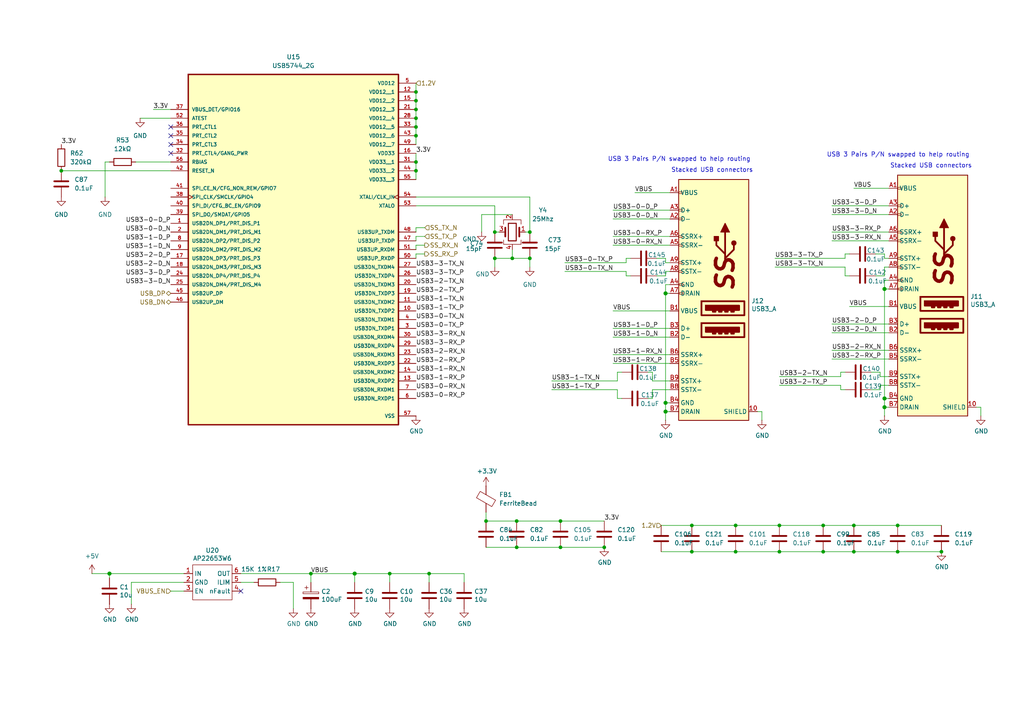
<source format=kicad_sch>
(kicad_sch
	(version 20231120)
	(generator "eeschema")
	(generator_version "8.0")
	(uuid "a81b3c59-4fa6-4faa-93ab-74c026ec824c")
	(paper "A4")
	(lib_symbols
		(symbol "CM5IO:AP2553W6"
			(exclude_from_sim no)
			(in_bom yes)
			(on_board yes)
			(property "Reference" "U"
				(at 3.81 -6.35 0)
				(effects
					(font
						(size 1.27 1.27)
					)
				)
			)
			(property "Value" "AP2553W6"
				(at -3.81 -6.35 0)
				(effects
					(font
						(size 1.27 1.27)
					)
				)
			)
			(property "Footprint" "Package_TO_SOT_SMD:SOT-23-6"
				(at 3.81 -6.35 0)
				(effects
					(font
						(size 1.27 1.27)
					)
					(hide yes)
				)
			)
			(property "Datasheet" "https://www.diodes.com/assets/Datasheets/AP255x.pdf"
				(at 3.81 -6.35 0)
				(effects
					(font
						(size 1.27 1.27)
					)
					(hide yes)
				)
			)
			(property "Description" ""
				(at 0 0 0)
				(effects
					(font
						(size 1.27 1.27)
					)
					(hide yes)
				)
			)
			(property "Field4" "Digikey"
				(at 0 0 0)
				(effects
					(font
						(size 1.27 1.27)
					)
					(hide yes)
				)
			)
			(property "Field5" "AP2553W6-7DICT-ND"
				(at 0 0 0)
				(effects
					(font
						(size 1.27 1.27)
					)
					(hide yes)
				)
			)
			(symbol "AP2553W6_0_0"
				(pin power_in line
					(at -8.89 2.54 0)
					(length 2.54)
					(name "IN"
						(effects
							(font
								(size 1.27 1.27)
							)
						)
					)
					(number "1"
						(effects
							(font
								(size 1.27 1.27)
							)
						)
					)
				)
				(pin power_out line
					(at -8.89 0 0)
					(length 2.54)
					(name "GND"
						(effects
							(font
								(size 1.27 1.27)
							)
						)
					)
					(number "2"
						(effects
							(font
								(size 1.27 1.27)
							)
						)
					)
				)
				(pin input line
					(at -8.89 -2.54 0)
					(length 2.54)
					(name "EN"
						(effects
							(font
								(size 1.27 1.27)
							)
						)
					)
					(number "3"
						(effects
							(font
								(size 1.27 1.27)
							)
						)
					)
				)
				(pin open_collector line
					(at 7.62 -2.54 180)
					(length 2.54)
					(name "nFault"
						(effects
							(font
								(size 1.27 1.27)
							)
						)
					)
					(number "4"
						(effects
							(font
								(size 1.27 1.27)
							)
						)
					)
				)
				(pin passive line
					(at 7.62 0 180)
					(length 2.54)
					(name "ILIM"
						(effects
							(font
								(size 1.27 1.27)
							)
						)
					)
					(number "5"
						(effects
							(font
								(size 1.27 1.27)
							)
						)
					)
				)
				(pin power_out line
					(at 7.62 2.54 180)
					(length 2.54)
					(name "OUT"
						(effects
							(font
								(size 1.27 1.27)
							)
						)
					)
					(number "6"
						(effects
							(font
								(size 1.27 1.27)
							)
						)
					)
				)
			)
			(symbol "AP2553W6_0_1"
				(rectangle
					(start -6.35 5.08)
					(end 5.08 -5.08)
					(stroke
						(width 0)
						(type default)
					)
					(fill
						(type none)
					)
				)
			)
		)
		(symbol "CM5IO:USB3_A"
			(exclude_from_sim no)
			(in_bom yes)
			(on_board yes)
			(property "Reference" "J"
				(at -10.16 33.02 0)
				(effects
					(font
						(size 1.27 1.27)
					)
					(justify left)
				)
			)
			(property "Value" "USB3_A"
				(at 10.16 33.02 0)
				(effects
					(font
						(size 1.27 1.27)
					)
					(justify right)
				)
			)
			(property "Footprint" ""
				(at 3.81 20.32 0)
				(effects
					(font
						(size 1.27 1.27)
					)
					(hide yes)
				)
			)
			(property "Datasheet" "~"
				(at 3.81 20.32 0)
				(effects
					(font
						(size 1.27 1.27)
					)
					(hide yes)
				)
			)
			(property "Description" "USB 3.0 A connector"
				(at 0 0 0)
				(effects
					(font
						(size 1.27 1.27)
					)
					(hide yes)
				)
			)
			(property "ki_keywords" "usb universal serial bus"
				(at 0 0 0)
				(effects
					(font
						(size 1.27 1.27)
					)
					(hide yes)
				)
			)
			(symbol "USB3_A_1_1"
				(rectangle
					(start -8.89 4.064)
					(end -7.874 3.556)
					(stroke
						(width 0)
						(type default)
					)
					(fill
						(type none)
					)
				)
				(rectangle
					(start -8.89 6.604)
					(end -7.874 6.096)
					(stroke
						(width 0)
						(type default)
					)
					(fill
						(type none)
					)
				)
				(rectangle
					(start -8.89 11.684)
					(end -7.874 11.176)
					(stroke
						(width 0)
						(type default)
					)
					(fill
						(type none)
					)
				)
				(rectangle
					(start -8.89 14.224)
					(end -7.874 13.716)
					(stroke
						(width 0)
						(type default)
					)
					(fill
						(type none)
					)
				)
				(rectangle
					(start -8.89 19.304)
					(end -7.874 18.796)
					(stroke
						(width 0)
						(type default)
					)
					(fill
						(type none)
					)
				)
				(rectangle
					(start -8.89 21.844)
					(end -7.874 21.336)
					(stroke
						(width 0)
						(type default)
					)
					(fill
						(type none)
					)
				)
				(rectangle
					(start -8.89 26.924)
					(end -7.874 26.416)
					(stroke
						(width 0)
						(type default)
					)
					(fill
						(type none)
					)
				)
				(rectangle
					(start -7.62 -2.286)
					(end -8.636 -2.794)
					(stroke
						(width 0)
						(type default)
					)
					(fill
						(type none)
					)
				)
				(rectangle
					(start -7.62 0.254)
					(end -8.636 -0.254)
					(stroke
						(width 0)
						(type default)
					)
					(fill
						(type none)
					)
				)
				(rectangle
					(start -2.286 -11.176)
					(end 10.16 -15.24)
					(stroke
						(width 0.508)
						(type default)
					)
					(fill
						(type none)
					)
				)
				(rectangle
					(start -2.286 -4.826)
					(end 10.16 -8.89)
					(stroke
						(width 0.508)
						(type default)
					)
					(fill
						(type none)
					)
				)
				(rectangle
					(start -1.016 -12.446)
					(end 8.636 -13.716)
					(stroke
						(width 0.508)
						(type default)
					)
					(fill
						(type outline)
					)
				)
				(rectangle
					(start -1.016 -6.096)
					(end 8.636 -7.366)
					(stroke
						(width 0.508)
						(type default)
					)
					(fill
						(type outline)
					)
				)
				(polyline
					(pts
						(xy 4.572 6.35) (xy 4.572 15.24)
					)
					(stroke
						(width 0.508)
						(type default)
					)
					(fill
						(type none)
					)
				)
				(polyline
					(pts
						(xy 4.572 7.62) (xy 7.112 10.16) (xy 7.112 11.43)
					)
					(stroke
						(width 0.508)
						(type default)
					)
					(fill
						(type none)
					)
				)
				(polyline
					(pts
						(xy 4.572 8.89) (xy 2.032 11.43) (xy 2.032 12.7)
					)
					(stroke
						(width 0.508)
						(type default)
					)
					(fill
						(type none)
					)
				)
				(polyline
					(pts
						(xy 5.842 15.24) (xy 4.572 17.78) (xy 3.302 15.24) (xy 5.842 15.24)
					)
					(stroke
						(width 0.254)
						(type default)
					)
					(fill
						(type outline)
					)
				)
				(rectangle
					(start 1.016 -13.97)
					(end 1.778 -14.224)
					(stroke
						(width 0.508)
						(type default)
					)
					(fill
						(type none)
					)
				)
				(rectangle
					(start 1.016 -7.62)
					(end 1.778 -7.874)
					(stroke
						(width 0.508)
						(type default)
					)
					(fill
						(type none)
					)
				)
				(rectangle
					(start 2.667 12.7)
					(end 1.397 13.97)
					(stroke
						(width 0.254)
						(type default)
					)
					(fill
						(type outline)
					)
				)
				(rectangle
					(start 2.794 -13.97)
					(end 3.556 -14.224)
					(stroke
						(width 0.508)
						(type default)
					)
					(fill
						(type none)
					)
				)
				(rectangle
					(start 2.794 -7.62)
					(end 3.556 -7.874)
					(stroke
						(width 0.508)
						(type default)
					)
					(fill
						(type none)
					)
				)
				(rectangle
					(start 4.572 -13.97)
					(end 5.334 -14.224)
					(stroke
						(width 0.508)
						(type default)
					)
					(fill
						(type none)
					)
				)
				(rectangle
					(start 4.572 -7.62)
					(end 5.334 -7.874)
					(stroke
						(width 0.508)
						(type default)
					)
					(fill
						(type none)
					)
				)
				(rectangle
					(start 6.35 -13.97)
					(end 7.112 -14.224)
					(stroke
						(width 0.508)
						(type default)
					)
					(fill
						(type none)
					)
				)
				(rectangle
					(start 6.35 -7.62)
					(end 7.112 -7.874)
					(stroke
						(width 0.508)
						(type default)
					)
					(fill
						(type none)
					)
				)
				(circle
					(center 7.112 12.065)
					(radius 0.635)
					(stroke
						(width 0.254)
						(type default)
					)
					(fill
						(type outline)
					)
				)
				(rectangle
					(start 11.43 30.48)
					(end -8.89 -39.37)
					(stroke
						(width 0.254)
						(type default)
					)
					(fill
						(type background)
					)
				)
				(text "SS"
					(at 4.572 3.175 900)
					(effects
						(font
							(size 5.08 5.08)
							(bold yes)
							(italic yes)
						)
					)
				)
				(pin passive line
					(at 13.97 -36.83 180)
					(length 2.54)
					(name "SHIELD"
						(effects
							(font
								(size 1.27 1.27)
							)
						)
					)
					(number "10"
						(effects
							(font
								(size 1.27 1.27)
							)
						)
					)
				)
				(pin power_in line
					(at -11.43 26.67 0)
					(length 2.54)
					(name "VBUS"
						(effects
							(font
								(size 1.27 1.27)
							)
						)
					)
					(number "A1"
						(effects
							(font
								(size 1.27 1.27)
							)
						)
					)
				)
				(pin bidirectional line
					(at -11.43 19.05 0)
					(length 2.54)
					(name "D-"
						(effects
							(font
								(size 1.27 1.27)
							)
						)
					)
					(number "A2"
						(effects
							(font
								(size 1.27 1.27)
							)
						)
					)
				)
				(pin bidirectional line
					(at -11.43 21.59 0)
					(length 2.54)
					(name "D+"
						(effects
							(font
								(size 1.27 1.27)
							)
						)
					)
					(number "A3"
						(effects
							(font
								(size 1.27 1.27)
							)
						)
					)
				)
				(pin power_in line
					(at -11.43 0 0)
					(length 2.54)
					(name "GND"
						(effects
							(font
								(size 1.27 1.27)
							)
						)
					)
					(number "A4"
						(effects
							(font
								(size 1.27 1.27)
							)
						)
					)
				)
				(pin bidirectional line
					(at -11.43 11.43 0)
					(length 2.54)
					(name "SSRX-"
						(effects
							(font
								(size 1.27 1.27)
							)
						)
					)
					(number "A5"
						(effects
							(font
								(size 1.27 1.27)
							)
						)
					)
				)
				(pin bidirectional line
					(at -11.43 13.97 0)
					(length 2.54)
					(name "SSRX+"
						(effects
							(font
								(size 1.27 1.27)
							)
						)
					)
					(number "A6"
						(effects
							(font
								(size 1.27 1.27)
							)
						)
					)
				)
				(pin power_in line
					(at -11.43 -2.54 0)
					(length 2.54)
					(name "DRAIN"
						(effects
							(font
								(size 1.27 1.27)
							)
						)
					)
					(number "A7"
						(effects
							(font
								(size 1.27 1.27)
							)
						)
					)
				)
				(pin bidirectional line
					(at -11.43 3.81 0)
					(length 2.54)
					(name "SSTX-"
						(effects
							(font
								(size 1.27 1.27)
							)
						)
					)
					(number "A8"
						(effects
							(font
								(size 1.27 1.27)
							)
						)
					)
				)
				(pin bidirectional line
					(at -11.43 6.35 0)
					(length 2.54)
					(name "SSTX+"
						(effects
							(font
								(size 1.27 1.27)
							)
						)
					)
					(number "A9"
						(effects
							(font
								(size 1.27 1.27)
							)
						)
					)
				)
				(pin power_in line
					(at -11.43 -7.62 0)
					(length 2.54)
					(name "VBUS"
						(effects
							(font
								(size 1.27 1.27)
							)
						)
					)
					(number "B1"
						(effects
							(font
								(size 1.27 1.27)
							)
						)
					)
				)
				(pin bidirectional line
					(at -11.43 -15.24 0)
					(length 2.54)
					(name "D-"
						(effects
							(font
								(size 1.27 1.27)
							)
						)
					)
					(number "B2"
						(effects
							(font
								(size 1.27 1.27)
							)
						)
					)
				)
				(pin bidirectional line
					(at -11.43 -12.7 0)
					(length 2.54)
					(name "D+"
						(effects
							(font
								(size 1.27 1.27)
							)
						)
					)
					(number "B3"
						(effects
							(font
								(size 1.27 1.27)
							)
						)
					)
				)
				(pin power_in line
					(at -11.43 -34.29 0)
					(length 2.54)
					(name "GND"
						(effects
							(font
								(size 1.27 1.27)
							)
						)
					)
					(number "B4"
						(effects
							(font
								(size 1.27 1.27)
							)
						)
					)
				)
				(pin bidirectional line
					(at -11.43 -22.86 0)
					(length 2.54)
					(name "SSRX-"
						(effects
							(font
								(size 1.27 1.27)
							)
						)
					)
					(number "B5"
						(effects
							(font
								(size 1.27 1.27)
							)
						)
					)
				)
				(pin bidirectional line
					(at -11.43 -20.32 0)
					(length 2.54)
					(name "SSRX+"
						(effects
							(font
								(size 1.27 1.27)
							)
						)
					)
					(number "B6"
						(effects
							(font
								(size 1.27 1.27)
							)
						)
					)
				)
				(pin power_in line
					(at -11.43 -36.83 0)
					(length 2.54)
					(name "DRAIN"
						(effects
							(font
								(size 1.27 1.27)
							)
						)
					)
					(number "B7"
						(effects
							(font
								(size 1.27 1.27)
							)
						)
					)
				)
				(pin bidirectional line
					(at -11.43 -30.48 0)
					(length 2.54)
					(name "SSTX-"
						(effects
							(font
								(size 1.27 1.27)
							)
						)
					)
					(number "B8"
						(effects
							(font
								(size 1.27 1.27)
							)
						)
					)
				)
				(pin bidirectional line
					(at -11.43 -27.94 0)
					(length 2.54)
					(name "SSTX+"
						(effects
							(font
								(size 1.27 1.27)
							)
						)
					)
					(number "B9"
						(effects
							(font
								(size 1.27 1.27)
							)
						)
					)
				)
			)
		)
		(symbol "Device:C"
			(pin_numbers hide)
			(pin_names
				(offset 0.254)
			)
			(exclude_from_sim no)
			(in_bom yes)
			(on_board yes)
			(property "Reference" "C"
				(at 0.635 2.54 0)
				(effects
					(font
						(size 1.27 1.27)
					)
					(justify left)
				)
			)
			(property "Value" "C"
				(at 0.635 -2.54 0)
				(effects
					(font
						(size 1.27 1.27)
					)
					(justify left)
				)
			)
			(property "Footprint" ""
				(at 0.9652 -3.81 0)
				(effects
					(font
						(size 1.27 1.27)
					)
					(hide yes)
				)
			)
			(property "Datasheet" "~"
				(at 0 0 0)
				(effects
					(font
						(size 1.27 1.27)
					)
					(hide yes)
				)
			)
			(property "Description" "Unpolarized capacitor"
				(at 0 0 0)
				(effects
					(font
						(size 1.27 1.27)
					)
					(hide yes)
				)
			)
			(property "ki_keywords" "cap capacitor"
				(at 0 0 0)
				(effects
					(font
						(size 1.27 1.27)
					)
					(hide yes)
				)
			)
			(property "ki_fp_filters" "C_*"
				(at 0 0 0)
				(effects
					(font
						(size 1.27 1.27)
					)
					(hide yes)
				)
			)
			(symbol "C_0_1"
				(polyline
					(pts
						(xy -2.032 -0.762) (xy 2.032 -0.762)
					)
					(stroke
						(width 0.508)
						(type default)
					)
					(fill
						(type none)
					)
				)
				(polyline
					(pts
						(xy -2.032 0.762) (xy 2.032 0.762)
					)
					(stroke
						(width 0.508)
						(type default)
					)
					(fill
						(type none)
					)
				)
			)
			(symbol "C_1_1"
				(pin passive line
					(at 0 3.81 270)
					(length 2.794)
					(name "~"
						(effects
							(font
								(size 1.27 1.27)
							)
						)
					)
					(number "1"
						(effects
							(font
								(size 1.27 1.27)
							)
						)
					)
				)
				(pin passive line
					(at 0 -3.81 90)
					(length 2.794)
					(name "~"
						(effects
							(font
								(size 1.27 1.27)
							)
						)
					)
					(number "2"
						(effects
							(font
								(size 1.27 1.27)
							)
						)
					)
				)
			)
		)
		(symbol "Device:C_Polarized"
			(pin_numbers hide)
			(pin_names
				(offset 0.254)
			)
			(exclude_from_sim no)
			(in_bom yes)
			(on_board yes)
			(property "Reference" "C"
				(at 0.635 2.54 0)
				(effects
					(font
						(size 1.27 1.27)
					)
					(justify left)
				)
			)
			(property "Value" "C_Polarized"
				(at 0.635 -2.54 0)
				(effects
					(font
						(size 1.27 1.27)
					)
					(justify left)
				)
			)
			(property "Footprint" ""
				(at 0.9652 -3.81 0)
				(effects
					(font
						(size 1.27 1.27)
					)
					(hide yes)
				)
			)
			(property "Datasheet" "~"
				(at 0 0 0)
				(effects
					(font
						(size 1.27 1.27)
					)
					(hide yes)
				)
			)
			(property "Description" "Polarized capacitor"
				(at 0 0 0)
				(effects
					(font
						(size 1.27 1.27)
					)
					(hide yes)
				)
			)
			(property "ki_keywords" "cap capacitor"
				(at 0 0 0)
				(effects
					(font
						(size 1.27 1.27)
					)
					(hide yes)
				)
			)
			(property "ki_fp_filters" "CP_*"
				(at 0 0 0)
				(effects
					(font
						(size 1.27 1.27)
					)
					(hide yes)
				)
			)
			(symbol "C_Polarized_0_1"
				(rectangle
					(start -2.286 0.508)
					(end 2.286 1.016)
					(stroke
						(width 0)
						(type default)
					)
					(fill
						(type none)
					)
				)
				(polyline
					(pts
						(xy -1.778 2.286) (xy -0.762 2.286)
					)
					(stroke
						(width 0)
						(type default)
					)
					(fill
						(type none)
					)
				)
				(polyline
					(pts
						(xy -1.27 2.794) (xy -1.27 1.778)
					)
					(stroke
						(width 0)
						(type default)
					)
					(fill
						(type none)
					)
				)
				(rectangle
					(start 2.286 -0.508)
					(end -2.286 -1.016)
					(stroke
						(width 0)
						(type default)
					)
					(fill
						(type outline)
					)
				)
			)
			(symbol "C_Polarized_1_1"
				(pin passive line
					(at 0 3.81 270)
					(length 2.794)
					(name "~"
						(effects
							(font
								(size 1.27 1.27)
							)
						)
					)
					(number "1"
						(effects
							(font
								(size 1.27 1.27)
							)
						)
					)
				)
				(pin passive line
					(at 0 -3.81 90)
					(length 2.794)
					(name "~"
						(effects
							(font
								(size 1.27 1.27)
							)
						)
					)
					(number "2"
						(effects
							(font
								(size 1.27 1.27)
							)
						)
					)
				)
			)
		)
		(symbol "Device:Crystal_GND24"
			(pin_names
				(offset 1.016) hide)
			(exclude_from_sim no)
			(in_bom yes)
			(on_board yes)
			(property "Reference" "Y"
				(at 3.175 5.08 0)
				(effects
					(font
						(size 1.27 1.27)
					)
					(justify left)
				)
			)
			(property "Value" "Crystal_GND24"
				(at 3.175 3.175 0)
				(effects
					(font
						(size 1.27 1.27)
					)
					(justify left)
				)
			)
			(property "Footprint" ""
				(at 0 0 0)
				(effects
					(font
						(size 1.27 1.27)
					)
					(hide yes)
				)
			)
			(property "Datasheet" "~"
				(at 0 0 0)
				(effects
					(font
						(size 1.27 1.27)
					)
					(hide yes)
				)
			)
			(property "Description" "Four pin crystal, GND on pins 2 and 4"
				(at 0 0 0)
				(effects
					(font
						(size 1.27 1.27)
					)
					(hide yes)
				)
			)
			(property "ki_keywords" "quartz ceramic resonator oscillator"
				(at 0 0 0)
				(effects
					(font
						(size 1.27 1.27)
					)
					(hide yes)
				)
			)
			(property "ki_fp_filters" "Crystal*"
				(at 0 0 0)
				(effects
					(font
						(size 1.27 1.27)
					)
					(hide yes)
				)
			)
			(symbol "Crystal_GND24_0_1"
				(rectangle
					(start -1.143 2.54)
					(end 1.143 -2.54)
					(stroke
						(width 0.3048)
						(type default)
					)
					(fill
						(type none)
					)
				)
				(polyline
					(pts
						(xy -2.54 0) (xy -2.032 0)
					)
					(stroke
						(width 0)
						(type default)
					)
					(fill
						(type none)
					)
				)
				(polyline
					(pts
						(xy -2.032 -1.27) (xy -2.032 1.27)
					)
					(stroke
						(width 0.508)
						(type default)
					)
					(fill
						(type none)
					)
				)
				(polyline
					(pts
						(xy 0 -3.81) (xy 0 -3.556)
					)
					(stroke
						(width 0)
						(type default)
					)
					(fill
						(type none)
					)
				)
				(polyline
					(pts
						(xy 0 3.556) (xy 0 3.81)
					)
					(stroke
						(width 0)
						(type default)
					)
					(fill
						(type none)
					)
				)
				(polyline
					(pts
						(xy 2.032 -1.27) (xy 2.032 1.27)
					)
					(stroke
						(width 0.508)
						(type default)
					)
					(fill
						(type none)
					)
				)
				(polyline
					(pts
						(xy 2.032 0) (xy 2.54 0)
					)
					(stroke
						(width 0)
						(type default)
					)
					(fill
						(type none)
					)
				)
				(polyline
					(pts
						(xy -2.54 -2.286) (xy -2.54 -3.556) (xy 2.54 -3.556) (xy 2.54 -2.286)
					)
					(stroke
						(width 0)
						(type default)
					)
					(fill
						(type none)
					)
				)
				(polyline
					(pts
						(xy -2.54 2.286) (xy -2.54 3.556) (xy 2.54 3.556) (xy 2.54 2.286)
					)
					(stroke
						(width 0)
						(type default)
					)
					(fill
						(type none)
					)
				)
			)
			(symbol "Crystal_GND24_1_1"
				(pin passive line
					(at -3.81 0 0)
					(length 1.27)
					(name "1"
						(effects
							(font
								(size 1.27 1.27)
							)
						)
					)
					(number "1"
						(effects
							(font
								(size 1.27 1.27)
							)
						)
					)
				)
				(pin passive line
					(at 0 5.08 270)
					(length 1.27)
					(name "2"
						(effects
							(font
								(size 1.27 1.27)
							)
						)
					)
					(number "2"
						(effects
							(font
								(size 1.27 1.27)
							)
						)
					)
				)
				(pin passive line
					(at 3.81 0 180)
					(length 1.27)
					(name "3"
						(effects
							(font
								(size 1.27 1.27)
							)
						)
					)
					(number "3"
						(effects
							(font
								(size 1.27 1.27)
							)
						)
					)
				)
				(pin passive line
					(at 0 -5.08 90)
					(length 1.27)
					(name "4"
						(effects
							(font
								(size 1.27 1.27)
							)
						)
					)
					(number "4"
						(effects
							(font
								(size 1.27 1.27)
							)
						)
					)
				)
			)
		)
		(symbol "Device:FerriteBead"
			(pin_numbers hide)
			(pin_names
				(offset 0)
			)
			(exclude_from_sim no)
			(in_bom yes)
			(on_board yes)
			(property "Reference" "FB"
				(at -3.81 0.635 90)
				(effects
					(font
						(size 1.27 1.27)
					)
				)
			)
			(property "Value" "FerriteBead"
				(at 3.81 0 90)
				(effects
					(font
						(size 1.27 1.27)
					)
				)
			)
			(property "Footprint" ""
				(at -1.778 0 90)
				(effects
					(font
						(size 1.27 1.27)
					)
					(hide yes)
				)
			)
			(property "Datasheet" "~"
				(at 0 0 0)
				(effects
					(font
						(size 1.27 1.27)
					)
					(hide yes)
				)
			)
			(property "Description" "Ferrite bead"
				(at 0 0 0)
				(effects
					(font
						(size 1.27 1.27)
					)
					(hide yes)
				)
			)
			(property "ki_keywords" "L ferrite bead inductor filter"
				(at 0 0 0)
				(effects
					(font
						(size 1.27 1.27)
					)
					(hide yes)
				)
			)
			(property "ki_fp_filters" "Inductor_* L_* *Ferrite*"
				(at 0 0 0)
				(effects
					(font
						(size 1.27 1.27)
					)
					(hide yes)
				)
			)
			(symbol "FerriteBead_0_1"
				(polyline
					(pts
						(xy 0 -1.27) (xy 0 -1.2192)
					)
					(stroke
						(width 0)
						(type default)
					)
					(fill
						(type none)
					)
				)
				(polyline
					(pts
						(xy 0 1.27) (xy 0 1.2954)
					)
					(stroke
						(width 0)
						(type default)
					)
					(fill
						(type none)
					)
				)
				(polyline
					(pts
						(xy -2.7686 0.4064) (xy -1.7018 2.2606) (xy 2.7686 -0.3048) (xy 1.6764 -2.159) (xy -2.7686 0.4064)
					)
					(stroke
						(width 0)
						(type default)
					)
					(fill
						(type none)
					)
				)
			)
			(symbol "FerriteBead_1_1"
				(pin passive line
					(at 0 3.81 270)
					(length 2.54)
					(name "~"
						(effects
							(font
								(size 1.27 1.27)
							)
						)
					)
					(number "1"
						(effects
							(font
								(size 1.27 1.27)
							)
						)
					)
				)
				(pin passive line
					(at 0 -3.81 90)
					(length 2.54)
					(name "~"
						(effects
							(font
								(size 1.27 1.27)
							)
						)
					)
					(number "2"
						(effects
							(font
								(size 1.27 1.27)
							)
						)
					)
				)
			)
		)
		(symbol "Device:R"
			(pin_numbers hide)
			(pin_names
				(offset 0)
			)
			(exclude_from_sim no)
			(in_bom yes)
			(on_board yes)
			(property "Reference" "R"
				(at 2.032 0 90)
				(effects
					(font
						(size 1.27 1.27)
					)
				)
			)
			(property "Value" "R"
				(at 0 0 90)
				(effects
					(font
						(size 1.27 1.27)
					)
				)
			)
			(property "Footprint" ""
				(at -1.778 0 90)
				(effects
					(font
						(size 1.27 1.27)
					)
					(hide yes)
				)
			)
			(property "Datasheet" "~"
				(at 0 0 0)
				(effects
					(font
						(size 1.27 1.27)
					)
					(hide yes)
				)
			)
			(property "Description" "Resistor"
				(at 0 0 0)
				(effects
					(font
						(size 1.27 1.27)
					)
					(hide yes)
				)
			)
			(property "ki_keywords" "R res resistor"
				(at 0 0 0)
				(effects
					(font
						(size 1.27 1.27)
					)
					(hide yes)
				)
			)
			(property "ki_fp_filters" "R_*"
				(at 0 0 0)
				(effects
					(font
						(size 1.27 1.27)
					)
					(hide yes)
				)
			)
			(symbol "R_0_1"
				(rectangle
					(start -1.016 -2.54)
					(end 1.016 2.54)
					(stroke
						(width 0.254)
						(type default)
					)
					(fill
						(type none)
					)
				)
			)
			(symbol "R_1_1"
				(pin passive line
					(at 0 3.81 270)
					(length 1.27)
					(name "~"
						(effects
							(font
								(size 1.27 1.27)
							)
						)
					)
					(number "1"
						(effects
							(font
								(size 1.27 1.27)
							)
						)
					)
				)
				(pin passive line
					(at 0 -3.81 90)
					(length 1.27)
					(name "~"
						(effects
							(font
								(size 1.27 1.27)
							)
						)
					)
					(number "2"
						(effects
							(font
								(size 1.27 1.27)
							)
						)
					)
				)
			)
		)
		(symbol "USB5744:USB5744_2G"
			(pin_names
				(offset 1.016)
			)
			(exclude_from_sim no)
			(in_bom yes)
			(on_board yes)
			(property "Reference" "U"
				(at -30.5925 39.2492 0)
				(effects
					(font
						(size 1.27 1.27)
					)
					(justify left bottom)
				)
			)
			(property "Value" "USB5744_2G"
				(at -30.5143 -67.5474 0)
				(effects
					(font
						(size 1.27 1.27)
					)
					(justify left bottom)
				)
			)
			(property "Footprint" "USB5744_2G:QFN40P700X700X100-57N"
				(at 0 0 0)
				(effects
					(font
						(size 1.27 1.27)
					)
					(justify bottom)
					(hide yes)
				)
			)
			(property "Datasheet" ""
				(at 0 0 0)
				(effects
					(font
						(size 1.27 1.27)
					)
					(hide yes)
				)
			)
			(property "Description" ""
				(at 0 0 0)
				(effects
					(font
						(size 1.27 1.27)
					)
					(hide yes)
				)
			)
			(property "PARTREV" "DS00001855E(02-10-17)"
				(at 0 0 0)
				(effects
					(font
						(size 1.27 1.27)
					)
					(justify bottom)
					(hide yes)
				)
			)
			(property "STANDARD" "IPC-7351B"
				(at 0 0 0)
				(effects
					(font
						(size 1.27 1.27)
					)
					(justify bottom)
					(hide yes)
				)
			)
			(property "SNAPEDA_PACKAGE_ID" "27764"
				(at 0 0 0)
				(effects
					(font
						(size 1.27 1.27)
					)
					(justify bottom)
					(hide yes)
				)
			)
			(property "MANUFACTURER" "Microchip"
				(at 0 0 0)
				(effects
					(font
						(size 1.27 1.27)
					)
					(justify bottom)
					(hide yes)
				)
			)
			(symbol "USB5744_2G_0_0"
				(rectangle
					(start -30.48 -63.5)
					(end 30.48 38.1)
					(stroke
						(width 0.41)
						(type default)
					)
					(fill
						(type background)
					)
				)
				(pin bidirectional line
					(at -35.56 -5.08 0)
					(length 5.08)
					(name "USB2DN_DP1/PRT_DIS_P1"
						(effects
							(font
								(size 1.016 1.016)
							)
						)
					)
					(number "1"
						(effects
							(font
								(size 1.016 1.016)
							)
						)
					)
				)
				(pin bidirectional line
					(at 35.56 -30.48 180)
					(length 5.08)
					(name "USB3DN_TXDP2"
						(effects
							(font
								(size 1.016 1.016)
							)
						)
					)
					(number "10"
						(effects
							(font
								(size 1.016 1.016)
							)
						)
					)
				)
				(pin bidirectional line
					(at 35.56 -27.94 180)
					(length 5.08)
					(name "USB3DN_TXDM2"
						(effects
							(font
								(size 1.016 1.016)
							)
						)
					)
					(number "11"
						(effects
							(font
								(size 1.016 1.016)
							)
						)
					)
				)
				(pin power_in line
					(at 35.56 33.02 180)
					(length 5.08)
					(name "VDD12__1"
						(effects
							(font
								(size 1.016 1.016)
							)
						)
					)
					(number "12"
						(effects
							(font
								(size 1.016 1.016)
							)
						)
					)
				)
				(pin bidirectional line
					(at 35.56 -50.8 180)
					(length 5.08)
					(name "USB3DN_RXDP2"
						(effects
							(font
								(size 1.016 1.016)
							)
						)
					)
					(number "13"
						(effects
							(font
								(size 1.016 1.016)
							)
						)
					)
				)
				(pin bidirectional line
					(at 35.56 -48.26 180)
					(length 5.08)
					(name "USB3DN_RXDM2"
						(effects
							(font
								(size 1.016 1.016)
							)
						)
					)
					(number "14"
						(effects
							(font
								(size 1.016 1.016)
							)
						)
					)
				)
				(pin power_in line
					(at 35.56 30.48 180)
					(length 5.08)
					(name "VDD12__2"
						(effects
							(font
								(size 1.016 1.016)
							)
						)
					)
					(number "15"
						(effects
							(font
								(size 1.016 1.016)
							)
						)
					)
				)
				(pin power_in line
					(at 35.56 15.24 180)
					(length 5.08)
					(name "VDD33"
						(effects
							(font
								(size 1.016 1.016)
							)
						)
					)
					(number "16"
						(effects
							(font
								(size 1.016 1.016)
							)
						)
					)
				)
				(pin bidirectional line
					(at -35.56 -15.24 0)
					(length 5.08)
					(name "USB2DN_DP3/PRT_DIS_P3"
						(effects
							(font
								(size 1.016 1.016)
							)
						)
					)
					(number "17"
						(effects
							(font
								(size 1.016 1.016)
							)
						)
					)
				)
				(pin bidirectional line
					(at -35.56 -17.78 0)
					(length 5.08)
					(name "USB2DN_DM3/PRT_DIS_M3"
						(effects
							(font
								(size 1.016 1.016)
							)
						)
					)
					(number "18"
						(effects
							(font
								(size 1.016 1.016)
							)
						)
					)
				)
				(pin bidirectional line
					(at 35.56 -25.4 180)
					(length 5.08)
					(name "USB3DN_TXDP3"
						(effects
							(font
								(size 1.016 1.016)
							)
						)
					)
					(number "19"
						(effects
							(font
								(size 1.016 1.016)
							)
						)
					)
				)
				(pin bidirectional line
					(at -35.56 -7.62 0)
					(length 5.08)
					(name "USB2DN_DM1/PRT_DIS_M1"
						(effects
							(font
								(size 1.016 1.016)
							)
						)
					)
					(number "2"
						(effects
							(font
								(size 1.016 1.016)
							)
						)
					)
				)
				(pin bidirectional line
					(at 35.56 -22.86 180)
					(length 5.08)
					(name "USB3DN_TXDM3"
						(effects
							(font
								(size 1.016 1.016)
							)
						)
					)
					(number "20"
						(effects
							(font
								(size 1.016 1.016)
							)
						)
					)
				)
				(pin power_in line
					(at 35.56 27.94 180)
					(length 5.08)
					(name "VDD12__3"
						(effects
							(font
								(size 1.016 1.016)
							)
						)
					)
					(number "21"
						(effects
							(font
								(size 1.016 1.016)
							)
						)
					)
				)
				(pin bidirectional line
					(at 35.56 -45.72 180)
					(length 5.08)
					(name "USB3DN_RXDP3"
						(effects
							(font
								(size 1.016 1.016)
							)
						)
					)
					(number "22"
						(effects
							(font
								(size 1.016 1.016)
							)
						)
					)
				)
				(pin bidirectional line
					(at 35.56 -43.18 180)
					(length 5.08)
					(name "USB3DN_RXDM3"
						(effects
							(font
								(size 1.016 1.016)
							)
						)
					)
					(number "23"
						(effects
							(font
								(size 1.016 1.016)
							)
						)
					)
				)
				(pin bidirectional line
					(at -35.56 -20.32 0)
					(length 5.08)
					(name "USB2DN_DP4/PRT_DIS_P4"
						(effects
							(font
								(size 1.016 1.016)
							)
						)
					)
					(number "24"
						(effects
							(font
								(size 1.016 1.016)
							)
						)
					)
				)
				(pin bidirectional line
					(at -35.56 -22.86 0)
					(length 5.08)
					(name "USB2DN_DM4/PRT_DIS_M4"
						(effects
							(font
								(size 1.016 1.016)
							)
						)
					)
					(number "25"
						(effects
							(font
								(size 1.016 1.016)
							)
						)
					)
				)
				(pin bidirectional line
					(at 35.56 -20.32 180)
					(length 5.08)
					(name "USB3DN_TXDP4"
						(effects
							(font
								(size 1.016 1.016)
							)
						)
					)
					(number "26"
						(effects
							(font
								(size 1.016 1.016)
							)
						)
					)
				)
				(pin bidirectional line
					(at 35.56 -17.78 180)
					(length 5.08)
					(name "USB3DN_TXDM4"
						(effects
							(font
								(size 1.016 1.016)
							)
						)
					)
					(number "27"
						(effects
							(font
								(size 1.016 1.016)
							)
						)
					)
				)
				(pin power_in line
					(at 35.56 25.4 180)
					(length 5.08)
					(name "VDD12__4"
						(effects
							(font
								(size 1.016 1.016)
							)
						)
					)
					(number "28"
						(effects
							(font
								(size 1.016 1.016)
							)
						)
					)
				)
				(pin bidirectional line
					(at 35.56 -40.64 180)
					(length 5.08)
					(name "USB3DN_RXDP4"
						(effects
							(font
								(size 1.016 1.016)
							)
						)
					)
					(number "29"
						(effects
							(font
								(size 1.016 1.016)
							)
						)
					)
				)
				(pin bidirectional line
					(at 35.56 -35.56 180)
					(length 5.08)
					(name "USB3DN_TXDP1"
						(effects
							(font
								(size 1.016 1.016)
							)
						)
					)
					(number "3"
						(effects
							(font
								(size 1.016 1.016)
							)
						)
					)
				)
				(pin bidirectional line
					(at 35.56 -38.1 180)
					(length 5.08)
					(name "USB3DN_RXDM4"
						(effects
							(font
								(size 1.016 1.016)
							)
						)
					)
					(number "30"
						(effects
							(font
								(size 1.016 1.016)
							)
						)
					)
				)
				(pin power_in line
					(at 35.56 12.7 180)
					(length 5.08)
					(name "VDD33__1"
						(effects
							(font
								(size 1.016 1.016)
							)
						)
					)
					(number "31"
						(effects
							(font
								(size 1.016 1.016)
							)
						)
					)
				)
				(pin input line
					(at -35.56 15.24 0)
					(length 5.08)
					(name "PRT_CTL4/GANG_PWR"
						(effects
							(font
								(size 1.016 1.016)
							)
						)
					)
					(number "32"
						(effects
							(font
								(size 1.016 1.016)
							)
						)
					)
				)
				(pin power_in line
					(at 35.56 22.86 180)
					(length 5.08)
					(name "VDD12__5"
						(effects
							(font
								(size 1.016 1.016)
							)
						)
					)
					(number "33"
						(effects
							(font
								(size 1.016 1.016)
							)
						)
					)
				)
				(pin input line
					(at -35.56 17.78 0)
					(length 5.08)
					(name "PRT_CTL3"
						(effects
							(font
								(size 1.016 1.016)
							)
						)
					)
					(number "34"
						(effects
							(font
								(size 1.016 1.016)
							)
						)
					)
				)
				(pin input line
					(at -35.56 20.32 0)
					(length 5.08)
					(name "PRT_CTL2"
						(effects
							(font
								(size 1.016 1.016)
							)
						)
					)
					(number "35"
						(effects
							(font
								(size 1.016 1.016)
							)
						)
					)
				)
				(pin input line
					(at -35.56 22.86 0)
					(length 5.08)
					(name "PRT_CTL1"
						(effects
							(font
								(size 1.016 1.016)
							)
						)
					)
					(number "36"
						(effects
							(font
								(size 1.016 1.016)
							)
						)
					)
				)
				(pin bidirectional line
					(at -35.56 27.94 0)
					(length 5.08)
					(name "VBUS_DET/GPIO16"
						(effects
							(font
								(size 1.016 1.016)
							)
						)
					)
					(number "37"
						(effects
							(font
								(size 1.016 1.016)
							)
						)
					)
				)
				(pin bidirectional clock
					(at -35.56 2.54 0)
					(length 5.08)
					(name "SPI_CLK/SMCLK/GPIO4"
						(effects
							(font
								(size 1.016 1.016)
							)
						)
					)
					(number "38"
						(effects
							(font
								(size 1.016 1.016)
							)
						)
					)
				)
				(pin bidirectional line
					(at -35.56 -2.54 0)
					(length 5.08)
					(name "SPI_DO/SMDAT/GPIO5"
						(effects
							(font
								(size 1.016 1.016)
							)
						)
					)
					(number "39"
						(effects
							(font
								(size 1.016 1.016)
							)
						)
					)
				)
				(pin bidirectional line
					(at 35.56 -33.02 180)
					(length 5.08)
					(name "USB3DN_TXDM1"
						(effects
							(font
								(size 1.016 1.016)
							)
						)
					)
					(number "4"
						(effects
							(font
								(size 1.016 1.016)
							)
						)
					)
				)
				(pin bidirectional line
					(at -35.56 0 0)
					(length 5.08)
					(name "SPI_DI/CFG_BC_EN/GPIO9"
						(effects
							(font
								(size 1.016 1.016)
							)
						)
					)
					(number "40"
						(effects
							(font
								(size 1.016 1.016)
							)
						)
					)
				)
				(pin bidirectional line
					(at -35.56 5.08 0)
					(length 5.08)
					(name "SPI_CE_N/CFG_NON_REM/GPIO7"
						(effects
							(font
								(size 1.016 1.016)
							)
						)
					)
					(number "41"
						(effects
							(font
								(size 1.016 1.016)
							)
						)
					)
				)
				(pin input line
					(at -35.56 10.16 0)
					(length 5.08)
					(name "RESET_N"
						(effects
							(font
								(size 1.016 1.016)
							)
						)
					)
					(number "42"
						(effects
							(font
								(size 1.016 1.016)
							)
						)
					)
				)
				(pin power_in line
					(at 35.56 20.32 180)
					(length 5.08)
					(name "VDD12__6"
						(effects
							(font
								(size 1.016 1.016)
							)
						)
					)
					(number "43"
						(effects
							(font
								(size 1.016 1.016)
							)
						)
					)
				)
				(pin power_in line
					(at 35.56 10.16 180)
					(length 5.08)
					(name "VDD33__2"
						(effects
							(font
								(size 1.016 1.016)
							)
						)
					)
					(number "44"
						(effects
							(font
								(size 1.016 1.016)
							)
						)
					)
				)
				(pin bidirectional line
					(at -35.56 -25.4 0)
					(length 5.08)
					(name "USB2UP_DP"
						(effects
							(font
								(size 1.016 1.016)
							)
						)
					)
					(number "45"
						(effects
							(font
								(size 1.016 1.016)
							)
						)
					)
				)
				(pin bidirectional line
					(at -35.56 -27.94 0)
					(length 5.08)
					(name "USB2UP_DM"
						(effects
							(font
								(size 1.016 1.016)
							)
						)
					)
					(number "46"
						(effects
							(font
								(size 1.016 1.016)
							)
						)
					)
				)
				(pin bidirectional line
					(at 35.56 -10.16 180)
					(length 5.08)
					(name "USB3UP_TXDP"
						(effects
							(font
								(size 1.016 1.016)
							)
						)
					)
					(number "47"
						(effects
							(font
								(size 1.016 1.016)
							)
						)
					)
				)
				(pin bidirectional line
					(at 35.56 -7.62 180)
					(length 5.08)
					(name "USB3UP_TXDM"
						(effects
							(font
								(size 1.016 1.016)
							)
						)
					)
					(number "48"
						(effects
							(font
								(size 1.016 1.016)
							)
						)
					)
				)
				(pin power_in line
					(at 35.56 17.78 180)
					(length 5.08)
					(name "VDD12__7"
						(effects
							(font
								(size 1.016 1.016)
							)
						)
					)
					(number "49"
						(effects
							(font
								(size 1.016 1.016)
							)
						)
					)
				)
				(pin power_in line
					(at 35.56 35.56 180)
					(length 5.08)
					(name "VDD12"
						(effects
							(font
								(size 1.016 1.016)
							)
						)
					)
					(number "5"
						(effects
							(font
								(size 1.016 1.016)
							)
						)
					)
				)
				(pin bidirectional line
					(at 35.56 -15.24 180)
					(length 5.08)
					(name "USB3UP_RXDP"
						(effects
							(font
								(size 1.016 1.016)
							)
						)
					)
					(number "50"
						(effects
							(font
								(size 1.016 1.016)
							)
						)
					)
				)
				(pin bidirectional line
					(at 35.56 -12.7 180)
					(length 5.08)
					(name "USB3UP_RXDM"
						(effects
							(font
								(size 1.016 1.016)
							)
						)
					)
					(number "51"
						(effects
							(font
								(size 1.016 1.016)
							)
						)
					)
				)
				(pin input line
					(at -35.56 25.4 0)
					(length 5.08)
					(name "ATEST"
						(effects
							(font
								(size 1.016 1.016)
							)
						)
					)
					(number "52"
						(effects
							(font
								(size 1.016 1.016)
							)
						)
					)
				)
				(pin output line
					(at 35.56 0 180)
					(length 5.08)
					(name "XTALO"
						(effects
							(font
								(size 1.016 1.016)
							)
						)
					)
					(number "53"
						(effects
							(font
								(size 1.016 1.016)
							)
						)
					)
				)
				(pin input clock
					(at 35.56 2.54 180)
					(length 5.08)
					(name "XTALI/CLK_IN"
						(effects
							(font
								(size 1.016 1.016)
							)
						)
					)
					(number "54"
						(effects
							(font
								(size 1.016 1.016)
							)
						)
					)
				)
				(pin power_in line
					(at 35.56 7.62 180)
					(length 5.08)
					(name "VDD33__3"
						(effects
							(font
								(size 1.016 1.016)
							)
						)
					)
					(number "55"
						(effects
							(font
								(size 1.016 1.016)
							)
						)
					)
				)
				(pin input line
					(at -35.56 12.7 0)
					(length 5.08)
					(name "RBIAS"
						(effects
							(font
								(size 1.016 1.016)
							)
						)
					)
					(number "56"
						(effects
							(font
								(size 1.016 1.016)
							)
						)
					)
				)
				(pin power_in line
					(at 35.56 -60.96 180)
					(length 5.08)
					(name "VSS"
						(effects
							(font
								(size 1.016 1.016)
							)
						)
					)
					(number "57"
						(effects
							(font
								(size 1.016 1.016)
							)
						)
					)
				)
				(pin bidirectional line
					(at 35.56 -55.88 180)
					(length 5.08)
					(name "USB3DN_RXDP1"
						(effects
							(font
								(size 1.016 1.016)
							)
						)
					)
					(number "6"
						(effects
							(font
								(size 1.016 1.016)
							)
						)
					)
				)
				(pin bidirectional line
					(at 35.56 -53.34 180)
					(length 5.08)
					(name "USB3DN_RXDM1"
						(effects
							(font
								(size 1.016 1.016)
							)
						)
					)
					(number "7"
						(effects
							(font
								(size 1.016 1.016)
							)
						)
					)
				)
				(pin bidirectional line
					(at -35.56 -10.16 0)
					(length 5.08)
					(name "USB2DN_DP2/PRT_DIS_P2"
						(effects
							(font
								(size 1.016 1.016)
							)
						)
					)
					(number "8"
						(effects
							(font
								(size 1.016 1.016)
							)
						)
					)
				)
				(pin bidirectional line
					(at -35.56 -12.7 0)
					(length 5.08)
					(name "USB2DN_DM2/PRT_DIS_M2"
						(effects
							(font
								(size 1.016 1.016)
							)
						)
					)
					(number "9"
						(effects
							(font
								(size 1.016 1.016)
							)
						)
					)
				)
			)
		)
		(symbol "power:+3.3V"
			(power)
			(pin_numbers hide)
			(pin_names
				(offset 0) hide)
			(exclude_from_sim no)
			(in_bom yes)
			(on_board yes)
			(property "Reference" "#PWR"
				(at 0 -3.81 0)
				(effects
					(font
						(size 1.27 1.27)
					)
					(hide yes)
				)
			)
			(property "Value" "+3.3V"
				(at 0 3.556 0)
				(effects
					(font
						(size 1.27 1.27)
					)
				)
			)
			(property "Footprint" ""
				(at 0 0 0)
				(effects
					(font
						(size 1.27 1.27)
					)
					(hide yes)
				)
			)
			(property "Datasheet" ""
				(at 0 0 0)
				(effects
					(font
						(size 1.27 1.27)
					)
					(hide yes)
				)
			)
			(property "Description" "Power symbol creates a global label with name \"+3.3V\""
				(at 0 0 0)
				(effects
					(font
						(size 1.27 1.27)
					)
					(hide yes)
				)
			)
			(property "ki_keywords" "global power"
				(at 0 0 0)
				(effects
					(font
						(size 1.27 1.27)
					)
					(hide yes)
				)
			)
			(symbol "+3.3V_0_1"
				(polyline
					(pts
						(xy -0.762 1.27) (xy 0 2.54)
					)
					(stroke
						(width 0)
						(type default)
					)
					(fill
						(type none)
					)
				)
				(polyline
					(pts
						(xy 0 0) (xy 0 2.54)
					)
					(stroke
						(width 0)
						(type default)
					)
					(fill
						(type none)
					)
				)
				(polyline
					(pts
						(xy 0 2.54) (xy 0.762 1.27)
					)
					(stroke
						(width 0)
						(type default)
					)
					(fill
						(type none)
					)
				)
			)
			(symbol "+3.3V_1_1"
				(pin power_in line
					(at 0 0 90)
					(length 0)
					(name "~"
						(effects
							(font
								(size 1.27 1.27)
							)
						)
					)
					(number "1"
						(effects
							(font
								(size 1.27 1.27)
							)
						)
					)
				)
			)
		)
		(symbol "power:+5V"
			(power)
			(pin_numbers hide)
			(pin_names
				(offset 0) hide)
			(exclude_from_sim no)
			(in_bom yes)
			(on_board yes)
			(property "Reference" "#PWR"
				(at 0 -3.81 0)
				(effects
					(font
						(size 1.27 1.27)
					)
					(hide yes)
				)
			)
			(property "Value" "+5V"
				(at 0 3.556 0)
				(effects
					(font
						(size 1.27 1.27)
					)
				)
			)
			(property "Footprint" ""
				(at 0 0 0)
				(effects
					(font
						(size 1.27 1.27)
					)
					(hide yes)
				)
			)
			(property "Datasheet" ""
				(at 0 0 0)
				(effects
					(font
						(size 1.27 1.27)
					)
					(hide yes)
				)
			)
			(property "Description" "Power symbol creates a global label with name \"+5V\""
				(at 0 0 0)
				(effects
					(font
						(size 1.27 1.27)
					)
					(hide yes)
				)
			)
			(property "ki_keywords" "global power"
				(at 0 0 0)
				(effects
					(font
						(size 1.27 1.27)
					)
					(hide yes)
				)
			)
			(symbol "+5V_0_1"
				(polyline
					(pts
						(xy -0.762 1.27) (xy 0 2.54)
					)
					(stroke
						(width 0)
						(type default)
					)
					(fill
						(type none)
					)
				)
				(polyline
					(pts
						(xy 0 0) (xy 0 2.54)
					)
					(stroke
						(width 0)
						(type default)
					)
					(fill
						(type none)
					)
				)
				(polyline
					(pts
						(xy 0 2.54) (xy 0.762 1.27)
					)
					(stroke
						(width 0)
						(type default)
					)
					(fill
						(type none)
					)
				)
			)
			(symbol "+5V_1_1"
				(pin power_in line
					(at 0 0 90)
					(length 0)
					(name "~"
						(effects
							(font
								(size 1.27 1.27)
							)
						)
					)
					(number "1"
						(effects
							(font
								(size 1.27 1.27)
							)
						)
					)
				)
			)
		)
		(symbol "power:GND"
			(power)
			(pin_numbers hide)
			(pin_names
				(offset 0) hide)
			(exclude_from_sim no)
			(in_bom yes)
			(on_board yes)
			(property "Reference" "#PWR"
				(at 0 -6.35 0)
				(effects
					(font
						(size 1.27 1.27)
					)
					(hide yes)
				)
			)
			(property "Value" "GND"
				(at 0 -3.81 0)
				(effects
					(font
						(size 1.27 1.27)
					)
				)
			)
			(property "Footprint" ""
				(at 0 0 0)
				(effects
					(font
						(size 1.27 1.27)
					)
					(hide yes)
				)
			)
			(property "Datasheet" ""
				(at 0 0 0)
				(effects
					(font
						(size 1.27 1.27)
					)
					(hide yes)
				)
			)
			(property "Description" "Power symbol creates a global label with name \"GND\" , ground"
				(at 0 0 0)
				(effects
					(font
						(size 1.27 1.27)
					)
					(hide yes)
				)
			)
			(property "ki_keywords" "global power"
				(at 0 0 0)
				(effects
					(font
						(size 1.27 1.27)
					)
					(hide yes)
				)
			)
			(symbol "GND_0_1"
				(polyline
					(pts
						(xy 0 0) (xy 0 -1.27) (xy 1.27 -1.27) (xy 0 -2.54) (xy -1.27 -1.27) (xy 0 -1.27)
					)
					(stroke
						(width 0)
						(type default)
					)
					(fill
						(type none)
					)
				)
			)
			(symbol "GND_1_1"
				(pin power_in line
					(at 0 0 270)
					(length 0)
					(name "~"
						(effects
							(font
								(size 1.27 1.27)
							)
						)
					)
					(number "1"
						(effects
							(font
								(size 1.27 1.27)
							)
						)
					)
				)
			)
		)
	)
	(junction
		(at 226.06 160.02)
		(diameter 0)
		(color 0 0 0 0)
		(uuid "0033700a-9362-4473-87d0-21ca0b842d82")
	)
	(junction
		(at 120.65 36.83)
		(diameter 0)
		(color 0 0 0 0)
		(uuid "031f90cf-64db-41ea-9fb2-fc1146746833")
	)
	(junction
		(at 238.76 152.4)
		(diameter 0)
		(color 0 0 0 0)
		(uuid "0a723152-a210-468e-8a87-a49531bbb661")
	)
	(junction
		(at 120.65 39.37)
		(diameter 0)
		(color 0 0 0 0)
		(uuid "0b909a95-81c9-4f47-972a-4bbde51f3d6d")
	)
	(junction
		(at 149.86 158.75)
		(diameter 0)
		(color 0 0 0 0)
		(uuid "11847828-535a-4de8-9569-91f256c7c166")
	)
	(junction
		(at 260.35 160.02)
		(diameter 0)
		(color 0 0 0 0)
		(uuid "23a39064-3320-435e-a7f7-21449da29e7b")
	)
	(junction
		(at 175.26 158.75)
		(diameter 0)
		(color 0 0 0 0)
		(uuid "274cb578-e066-409b-a1f8-66b0fd9e1ff7")
	)
	(junction
		(at 120.65 29.21)
		(diameter 0)
		(color 0 0 0 0)
		(uuid "32941808-7d78-4ec2-884e-9ee4a667865f")
	)
	(junction
		(at 149.86 151.13)
		(diameter 0)
		(color 0 0 0 0)
		(uuid "37199d25-4364-477f-809a-dc8b4649dcfc")
	)
	(junction
		(at 213.36 160.02)
		(diameter 0)
		(color 0 0 0 0)
		(uuid "403fb5c0-651a-482d-856a-54dc018922d6")
	)
	(junction
		(at 90.17 166.37)
		(diameter 0)
		(color 0 0 0 0)
		(uuid "44fad414-1eb6-403c-837e-e900109648ee")
	)
	(junction
		(at 256.54 115.57)
		(diameter 1.016)
		(color 0 0 0 0)
		(uuid "45993eba-ca7b-416b-8ef8-20d4a1e762fe")
	)
	(junction
		(at 273.05 160.02)
		(diameter 0)
		(color 0 0 0 0)
		(uuid "49a40043-4d4c-42d5-9adb-a3815841ed9c")
	)
	(junction
		(at 162.56 151.13)
		(diameter 0)
		(color 0 0 0 0)
		(uuid "53b0a436-4fa8-4f01-8f46-493cb3672ced")
	)
	(junction
		(at 200.66 160.02)
		(diameter 0)
		(color 0 0 0 0)
		(uuid "55cfeefb-6f07-40bd-90b4-df8663f934a1")
	)
	(junction
		(at 193.04 85.09)
		(diameter 1.016)
		(color 0 0 0 0)
		(uuid "5af53cd7-82d6-4688-9a7d-4cb3fa647128")
	)
	(junction
		(at 120.65 31.75)
		(diameter 0)
		(color 0 0 0 0)
		(uuid "5fe18e9d-685a-4804-b1a2-3fb33045402d")
	)
	(junction
		(at 17.78 49.53)
		(diameter 0)
		(color 0 0 0 0)
		(uuid "6d0583e6-9dab-464a-b280-583c162840c3")
	)
	(junction
		(at 256.54 83.82)
		(diameter 1.016)
		(color 0 0 0 0)
		(uuid "6fede5bd-b0f8-43d6-a467-49e47fca8e40")
	)
	(junction
		(at 213.36 152.4)
		(diameter 0)
		(color 0 0 0 0)
		(uuid "7a48e641-44af-4106-b431-fdf4c1880f62")
	)
	(junction
		(at 193.04 116.84)
		(diameter 1.016)
		(color 0 0 0 0)
		(uuid "7c889b07-04f4-4d85-b723-9f578b7c2bd6")
	)
	(junction
		(at 148.59 74.93)
		(diameter 0)
		(color 0 0 0 0)
		(uuid "8326030c-f9d5-413d-b21b-e8406d96f315")
	)
	(junction
		(at 102.87 166.37)
		(diameter 1.016)
		(color 0 0 0 0)
		(uuid "83f50c90-9f32-4d53-b569-46adcf450cc8")
	)
	(junction
		(at 113.03 166.37)
		(diameter 0)
		(color 0 0 0 0)
		(uuid "885f6e84-ff44-4be2-b2cd-5ff7a766164a")
	)
	(junction
		(at 226.06 152.4)
		(diameter 0)
		(color 0 0 0 0)
		(uuid "8a2d0004-9e5f-4bfb-99f7-e80ba3a0f742")
	)
	(junction
		(at 193.04 119.38)
		(diameter 1.016)
		(color 0 0 0 0)
		(uuid "938789c7-2c34-4c48-ae90-6bcc6fc445d0")
	)
	(junction
		(at 143.51 74.93)
		(diameter 0)
		(color 0 0 0 0)
		(uuid "953bf747-93bd-48e2-9a18-f095f519d1f2")
	)
	(junction
		(at 260.35 152.4)
		(diameter 0)
		(color 0 0 0 0)
		(uuid "97ac98c8-936b-41b9-a2dd-9dea329738b5")
	)
	(junction
		(at 120.65 34.29)
		(diameter 0)
		(color 0 0 0 0)
		(uuid "999fa4cb-9fd2-438e-a0b2-c9cadc67942f")
	)
	(junction
		(at 143.51 67.31)
		(diameter 0)
		(color 0 0 0 0)
		(uuid "9cb3d847-1a39-43d1-8eef-8cdc446e140e")
	)
	(junction
		(at 238.76 160.02)
		(diameter 0)
		(color 0 0 0 0)
		(uuid "9dee59de-ebca-44ec-a4cb-f261c265496c")
	)
	(junction
		(at 247.65 160.02)
		(diameter 0)
		(color 0 0 0 0)
		(uuid "aab21cdb-97f1-4b8e-8cb0-fc6347eb35ae")
	)
	(junction
		(at 256.54 118.11)
		(diameter 1.016)
		(color 0 0 0 0)
		(uuid "cce3ca5f-319b-4885-977a-5c8027cc8b3c")
	)
	(junction
		(at 120.65 46.99)
		(diameter 0)
		(color 0 0 0 0)
		(uuid "cf097313-34fc-434c-b1de-eedc9c61c8f1")
	)
	(junction
		(at 153.67 67.31)
		(diameter 0)
		(color 0 0 0 0)
		(uuid "d676f866-0be8-4f4a-9c2d-6f1c512a7ca1")
	)
	(junction
		(at 200.66 152.4)
		(diameter 0)
		(color 0 0 0 0)
		(uuid "d8009fbd-e872-4b32-ad1b-309deafdd92b")
	)
	(junction
		(at 124.46 166.37)
		(diameter 0)
		(color 0 0 0 0)
		(uuid "daf56727-56ca-425b-8c8c-ee59de3e35d6")
	)
	(junction
		(at 31.75 166.37)
		(diameter 1.016)
		(color 0 0 0 0)
		(uuid "dde3e756-25b0-41b4-828b-03510d253ba0")
	)
	(junction
		(at 120.65 49.53)
		(diameter 0)
		(color 0 0 0 0)
		(uuid "e0cd7594-8fd8-4100-9a08-c2cd6a18a6bd")
	)
	(junction
		(at 120.65 26.67)
		(diameter 0)
		(color 0 0 0 0)
		(uuid "f1435590-d692-46ef-8e09-cfbee1018685")
	)
	(junction
		(at 153.67 74.93)
		(diameter 0)
		(color 0 0 0 0)
		(uuid "fa6680ad-12b6-48df-98ad-eda1e8d01e53")
	)
	(junction
		(at 162.56 158.75)
		(diameter 0)
		(color 0 0 0 0)
		(uuid "fdbf7043-7c11-4231-b344-3dda46e31cdc")
	)
	(junction
		(at 247.65 152.4)
		(diameter 0)
		(color 0 0 0 0)
		(uuid "fe837a27-5d25-4011-a8c0-9116965df13a")
	)
	(junction
		(at 140.97 151.13)
		(diameter 0)
		(color 0 0 0 0)
		(uuid "fec4630f-7bb3-472a-bac0-57a7623ea7f4")
	)
	(no_connect
		(at 49.53 44.45)
		(uuid "4c013d3e-34c4-460e-96dd-12511fd8beba")
	)
	(no_connect
		(at 49.53 39.37)
		(uuid "6ae09d0d-e9b1-433e-be74-de60a5e6bf9e")
	)
	(no_connect
		(at 69.85 171.45)
		(uuid "8d130a6a-3cf0-4f11-a3a5-0173101b77fd")
	)
	(no_connect
		(at 49.53 36.83)
		(uuid "c04ad32d-58eb-4cd7-a628-56987d1b1026")
	)
	(no_connect
		(at 49.53 41.91)
		(uuid "e39ea25f-1d28-417e-982d-ed1e40caa7f5")
	)
	(wire
		(pts
			(xy 181.61 78.74) (xy 163.83 78.74)
		)
		(stroke
			(width 0)
			(type solid)
		)
		(uuid "03b6f228-d02d-4f9f-8a9d-0684336a52fb")
	)
	(wire
		(pts
			(xy 53.34 168.91) (xy 38.1 168.91)
		)
		(stroke
			(width 0)
			(type solid)
		)
		(uuid "040dcd0f-28eb-43f3-8759-967f423c76be")
	)
	(wire
		(pts
			(xy 245.11 77.47) (xy 224.79 77.47)
		)
		(stroke
			(width 0)
			(type solid)
		)
		(uuid "042b75e2-7f41-4914-af32-c4a782a1d2f2")
	)
	(wire
		(pts
			(xy 120.65 68.58) (xy 120.65 69.85)
		)
		(stroke
			(width 0)
			(type default)
		)
		(uuid "05d32e96-4577-46b7-bfdd-ac8866e775c1")
	)
	(wire
		(pts
			(xy 193.04 80.01) (xy 193.04 78.74)
		)
		(stroke
			(width 0)
			(type solid)
		)
		(uuid "06d5fbf3-7883-44ed-8b40-07a1d4e3df8b")
	)
	(wire
		(pts
			(xy 153.67 67.31) (xy 152.4 67.31)
		)
		(stroke
			(width 0)
			(type default)
		)
		(uuid "07e7e1e0-d55c-4ab0-8f55-459bf7294043")
	)
	(wire
		(pts
			(xy 241.3 69.85) (xy 257.81 69.85)
		)
		(stroke
			(width 0)
			(type solid)
		)
		(uuid "0905ed90-5b3a-4ae1-b8ae-920152c7545c")
	)
	(wire
		(pts
			(xy 284.48 118.11) (xy 284.48 120.65)
		)
		(stroke
			(width 0)
			(type solid)
		)
		(uuid "09180e24-b3ab-4c4e-983d-a9def67df412")
	)
	(wire
		(pts
			(xy 219.71 119.38) (xy 220.98 119.38)
		)
		(stroke
			(width 0)
			(type solid)
		)
		(uuid "09251682-9887-414a-864b-5fb19bb23098")
	)
	(wire
		(pts
			(xy 243.84 107.95) (xy 245.11 107.95)
		)
		(stroke
			(width 0)
			(type solid)
		)
		(uuid "095b1625-b8d2-4f5c-9e3b-52bf5c632a1c")
	)
	(wire
		(pts
			(xy 139.7 62.23) (xy 148.59 62.23)
		)
		(stroke
			(width 0)
			(type default)
		)
		(uuid "0a3196ca-4726-430d-b000-3f68d973d748")
	)
	(wire
		(pts
			(xy 256.54 80.01) (xy 256.54 77.47)
		)
		(stroke
			(width 0)
			(type solid)
		)
		(uuid "0afd6932-41f1-4b0b-a1b6-c17f8a86e420")
	)
	(wire
		(pts
			(xy 40.64 34.29) (xy 49.53 34.29)
		)
		(stroke
			(width 0)
			(type default)
		)
		(uuid "0c03bf16-1947-470b-a54c-fda387e41f8d")
	)
	(wire
		(pts
			(xy 241.3 62.23) (xy 257.81 62.23)
		)
		(stroke
			(width 0)
			(type solid)
		)
		(uuid "0e61e7e7-face-41e2-b4ed-6ff3787723d2")
	)
	(wire
		(pts
			(xy 194.31 85.09) (xy 193.04 85.09)
		)
		(stroke
			(width 0)
			(type solid)
		)
		(uuid "1113bff1-d40c-47c9-af4c-eceea8ef6524")
	)
	(wire
		(pts
			(xy 252.73 113.03) (xy 255.27 113.03)
		)
		(stroke
			(width 0)
			(type solid)
		)
		(uuid "1193aec5-71ff-4e18-877d-deece6dccdf9")
	)
	(wire
		(pts
			(xy 243.84 113.03) (xy 243.84 111.76)
		)
		(stroke
			(width 0)
			(type solid)
		)
		(uuid "13fe92a8-9cbd-49e6-9997-1d838833fea9")
	)
	(wire
		(pts
			(xy 193.04 74.93) (xy 193.04 76.2)
		)
		(stroke
			(width 0)
			(type solid)
		)
		(uuid "15341f6f-2ecd-4787-b117-9b28066c502f")
	)
	(wire
		(pts
			(xy 226.06 152.4) (xy 238.76 152.4)
		)
		(stroke
			(width 0)
			(type default)
		)
		(uuid "154c456e-5034-4b7f-a1a7-55746638fae9")
	)
	(wire
		(pts
			(xy 17.78 49.53) (xy 49.53 49.53)
		)
		(stroke
			(width 0)
			(type default)
		)
		(uuid "15fc7e7b-48ae-48fe-b7e2-1ad1443d8502")
	)
	(wire
		(pts
			(xy 194.31 82.55) (xy 193.04 82.55)
		)
		(stroke
			(width 0)
			(type solid)
		)
		(uuid "1667e8d5-3101-4450-b201-297885b5a054")
	)
	(wire
		(pts
			(xy 160.02 110.49) (xy 179.07 110.49)
		)
		(stroke
			(width 0)
			(type solid)
		)
		(uuid "18f890ac-db30-4838-928b-e4aff04b84ff")
	)
	(wire
		(pts
			(xy 153.67 57.15) (xy 120.65 57.15)
		)
		(stroke
			(width 0)
			(type default)
		)
		(uuid "19067f91-2c64-4335-8f4a-7299e75ea30d")
	)
	(wire
		(pts
			(xy 193.04 76.2) (xy 194.31 76.2)
		)
		(stroke
			(width 0)
			(type solid)
		)
		(uuid "1962b269-283a-45e7-9a84-90dabcdadeaa")
	)
	(wire
		(pts
			(xy 38.1 168.91) (xy 38.1 175.26)
		)
		(stroke
			(width 0)
			(type solid)
		)
		(uuid "1b771bb2-f269-4427-a576-42a28e7fa562")
	)
	(wire
		(pts
			(xy 241.3 101.6) (xy 257.81 101.6)
		)
		(stroke
			(width 0)
			(type solid)
		)
		(uuid "1d670f6f-cd74-426f-b76d-00c36a76233d")
	)
	(wire
		(pts
			(xy 120.65 24.13) (xy 120.65 26.67)
		)
		(stroke
			(width 0)
			(type default)
		)
		(uuid "1d6f6033-8443-44f0-b779-c30a40f07c91")
	)
	(wire
		(pts
			(xy 247.65 160.02) (xy 260.35 160.02)
		)
		(stroke
			(width 0)
			(type default)
		)
		(uuid "1d753844-2c42-4687-8bfa-f06bad1ef6a4")
	)
	(wire
		(pts
			(xy 181.61 74.93) (xy 182.88 74.93)
		)
		(stroke
			(width 0)
			(type solid)
		)
		(uuid "1efd341c-89ea-40d2-a128-a62a1aefc69f")
	)
	(wire
		(pts
			(xy 213.36 152.4) (xy 226.06 152.4)
		)
		(stroke
			(width 0)
			(type default)
		)
		(uuid "226b58ef-fd65-483f-9d33-5244622d5cc3")
	)
	(wire
		(pts
			(xy 49.53 171.45) (xy 53.34 171.45)
		)
		(stroke
			(width 0)
			(type default)
		)
		(uuid "23b87961-9c4f-42aa-8419-ad2221a78157")
	)
	(wire
		(pts
			(xy 31.75 167.64) (xy 31.75 166.37)
		)
		(stroke
			(width 0)
			(type solid)
		)
		(uuid "248ca1f0-146e-405e-a66e-0a132f468647")
	)
	(wire
		(pts
			(xy 193.04 116.84) (xy 193.04 119.38)
		)
		(stroke
			(width 0)
			(type solid)
		)
		(uuid "24aafd25-24d8-495f-a931-34766af2efa8")
	)
	(wire
		(pts
			(xy 193.04 85.09) (xy 193.04 116.84)
		)
		(stroke
			(width 0)
			(type solid)
		)
		(uuid "288ca52d-b54b-4273-bda4-af075224ce60")
	)
	(wire
		(pts
			(xy 39.37 46.99) (xy 49.53 46.99)
		)
		(stroke
			(width 0)
			(type default)
		)
		(uuid "29054540-64de-42e2-a475-1bca58869973")
	)
	(wire
		(pts
			(xy 194.31 116.84) (xy 193.04 116.84)
		)
		(stroke
			(width 0)
			(type solid)
		)
		(uuid "2ae345fb-9e91-41bc-a23f-69c817910270")
	)
	(wire
		(pts
			(xy 246.38 88.9) (xy 257.81 88.9)
		)
		(stroke
			(width 0)
			(type solid)
		)
		(uuid "2cc3a249-67b8-4419-8689-a6ed8931522a")
	)
	(wire
		(pts
			(xy 247.65 54.61) (xy 257.81 54.61)
		)
		(stroke
			(width 0)
			(type solid)
		)
		(uuid "2d42c918-3555-4460-867e-4903f6754ee0")
	)
	(wire
		(pts
			(xy 179.07 113.03) (xy 179.07 115.57)
		)
		(stroke
			(width 0)
			(type solid)
		)
		(uuid "2ffc7c3b-9db5-4a11-a551-81b1a94a55a0")
	)
	(wire
		(pts
			(xy 191.77 152.4) (xy 200.66 152.4)
		)
		(stroke
			(width 0)
			(type default)
		)
		(uuid "3010841a-ecad-475c-b74d-33857b35927a")
	)
	(wire
		(pts
			(xy 243.84 111.76) (xy 226.06 111.76)
		)
		(stroke
			(width 0)
			(type solid)
		)
		(uuid "34bb1b16-e0f9-4be6-866c-83c05077c2e3")
	)
	(wire
		(pts
			(xy 254 80.01) (xy 256.54 80.01)
		)
		(stroke
			(width 0)
			(type solid)
		)
		(uuid "38ae487c-17c3-4d12-9c84-7744afa8c209")
	)
	(wire
		(pts
			(xy 120.65 29.21) (xy 120.65 31.75)
		)
		(stroke
			(width 0)
			(type default)
		)
		(uuid "394e38cd-59d4-4dbd-b5f3-4a11a38c2a7e")
	)
	(wire
		(pts
			(xy 255.27 109.22) (xy 257.81 109.22)
		)
		(stroke
			(width 0)
			(type solid)
		)
		(uuid "3b42af19-7dfb-48d3-aa05-bb6559a45512")
	)
	(wire
		(pts
			(xy 181.61 80.01) (xy 182.88 80.01)
		)
		(stroke
			(width 0)
			(type solid)
		)
		(uuid "3b688fc7-f5e7-4f6e-ab89-32095eed2376")
	)
	(wire
		(pts
			(xy 256.54 81.28) (xy 256.54 83.82)
		)
		(stroke
			(width 0)
			(type solid)
		)
		(uuid "3dcd038c-ee70-4a8a-97f2-654b33e6ac61")
	)
	(wire
		(pts
			(xy 123.19 71.12) (xy 120.65 71.12)
		)
		(stroke
			(width 0)
			(type default)
		)
		(uuid "3efc2cff-1684-4459-a596-a54186d196ba")
	)
	(wire
		(pts
			(xy 187.96 115.57) (xy 189.23 115.57)
		)
		(stroke
			(width 0)
			(type solid)
		)
		(uuid "3f38618a-f81d-4ba1-b840-e20ff1ed8180")
	)
	(wire
		(pts
			(xy 256.54 73.66) (xy 256.54 74.93)
		)
		(stroke
			(width 0)
			(type solid)
		)
		(uuid "425daf95-d1ca-4176-b871-c256b0310aed")
	)
	(wire
		(pts
			(xy 30.48 57.15) (xy 30.48 46.99)
		)
		(stroke
			(width 0)
			(type default)
		)
		(uuid "430f1eb6-d564-40a5-8eca-9fcac7a31aa5")
	)
	(wire
		(pts
			(xy 257.81 115.57) (xy 256.54 115.57)
		)
		(stroke
			(width 0)
			(type solid)
		)
		(uuid "43de76a2-88f8-4a85-b5da-104bc936fe12")
	)
	(wire
		(pts
			(xy 85.09 168.91) (xy 85.09 176.53)
		)
		(stroke
			(width 0)
			(type solid)
		)
		(uuid "4513bfdd-8395-4a18-812c-602ca0804275")
	)
	(wire
		(pts
			(xy 255.27 107.95) (xy 255.27 109.22)
		)
		(stroke
			(width 0)
			(type solid)
		)
		(uuid "45b46c4c-ee88-4f6c-b22a-b9deb226bc51")
	)
	(wire
		(pts
			(xy 120.65 39.37) (xy 120.65 41.91)
		)
		(stroke
			(width 0)
			(type default)
		)
		(uuid "468d9484-09c8-489b-b1d3-5cf3a524a390")
	)
	(wire
		(pts
			(xy 200.66 160.02) (xy 213.36 160.02)
		)
		(stroke
			(width 0)
			(type default)
		)
		(uuid "4957b38e-415c-4608-a36f-f38ab635c41c")
	)
	(wire
		(pts
			(xy 245.11 73.66) (xy 245.11 74.93)
		)
		(stroke
			(width 0)
			(type solid)
		)
		(uuid "4c7ebd12-a24e-4f69-9c03-38b200d16f09")
	)
	(wire
		(pts
			(xy 102.87 168.91) (xy 102.87 166.37)
		)
		(stroke
			(width 0)
			(type solid)
		)
		(uuid "4fb0d5a7-1d62-4cff-a607-66fb8d79b314")
	)
	(wire
		(pts
			(xy 238.76 152.4) (xy 247.65 152.4)
		)
		(stroke
			(width 0)
			(type default)
		)
		(uuid "4fe2af8f-8980-430b-8212-0e541b972812")
	)
	(wire
		(pts
			(xy 177.8 102.87) (xy 194.31 102.87)
		)
		(stroke
			(width 0)
			(type solid)
		)
		(uuid "5215c031-08b1-4dde-bb9d-db61ae0460cb")
	)
	(wire
		(pts
			(xy 189.23 115.57) (xy 189.23 113.03)
		)
		(stroke
			(width 0)
			(type solid)
		)
		(uuid "52454862-d711-4b5a-8bd2-05852d852907")
	)
	(wire
		(pts
			(xy 189.23 113.03) (xy 194.31 113.03)
		)
		(stroke
			(width 0)
			(type solid)
		)
		(uuid "52e0f7ec-880b-4716-b7da-bf43d6bf78a1")
	)
	(wire
		(pts
			(xy 243.84 107.95) (xy 243.84 109.22)
		)
		(stroke
			(width 0)
			(type solid)
		)
		(uuid "55f7fe43-cfd5-4296-80f3-d4e919d2bf7b")
	)
	(wire
		(pts
			(xy 177.8 105.41) (xy 194.31 105.41)
		)
		(stroke
			(width 0)
			(type solid)
		)
		(uuid "56e51f3f-adaf-4f7f-b8a9-a6746d309e01")
	)
	(wire
		(pts
			(xy 120.65 46.99) (xy 120.65 49.53)
		)
		(stroke
			(width 0)
			(type default)
		)
		(uuid "58aafe63-9884-4e11-b182-eae967d475c3")
	)
	(wire
		(pts
			(xy 113.03 166.37) (xy 113.03 168.91)
		)
		(stroke
			(width 0)
			(type solid)
		)
		(uuid "593355f2-3d50-46ee-b324-6be3fff74bcb")
	)
	(wire
		(pts
			(xy 213.36 160.02) (xy 226.06 160.02)
		)
		(stroke
			(width 0)
			(type default)
		)
		(uuid "5a770930-b8ef-47a5-8537-65f383233efd")
	)
	(wire
		(pts
			(xy 140.97 148.59) (xy 140.97 151.13)
		)
		(stroke
			(width 0)
			(type default)
		)
		(uuid "5e92b474-64a4-4501-b95c-a17efbf1eebf")
	)
	(wire
		(pts
			(xy 256.54 115.57) (xy 256.54 118.11)
		)
		(stroke
			(width 0)
			(type solid)
		)
		(uuid "603117bd-c308-4d37-b195-60e31b02da4d")
	)
	(wire
		(pts
			(xy 81.28 168.91) (xy 85.09 168.91)
		)
		(stroke
			(width 0)
			(type solid)
		)
		(uuid "623e9536-7fb1-44fc-b9fe-38236616227e")
	)
	(wire
		(pts
			(xy 90.17 166.37) (xy 102.87 166.37)
		)
		(stroke
			(width 0)
			(type solid)
		)
		(uuid "62dc0c8b-f3b4-4e37-b677-ea7e51bb3eba")
	)
	(wire
		(pts
			(xy 134.62 166.37) (xy 134.62 168.91)
		)
		(stroke
			(width 0)
			(type solid)
		)
		(uuid "62e5d722-bd5d-45a6-8733-137259987523")
	)
	(wire
		(pts
			(xy 140.97 151.13) (xy 149.86 151.13)
		)
		(stroke
			(width 0)
			(type default)
		)
		(uuid "63955d5d-bb3c-4b40-affc-8aad3cb1fe5f")
	)
	(wire
		(pts
			(xy 26.67 166.37) (xy 31.75 166.37)
		)
		(stroke
			(width 0)
			(type solid)
		)
		(uuid "6411313d-8a01-4ea2-bdc4-4e7c0a09b60c")
	)
	(wire
		(pts
			(xy 241.3 67.31) (xy 257.81 67.31)
		)
		(stroke
			(width 0)
			(type solid)
		)
		(uuid "649ba440-3798-4568-bb71-a37dd4d9027f")
	)
	(wire
		(pts
			(xy 190.5 80.01) (xy 193.04 80.01)
		)
		(stroke
			(width 0)
			(type solid)
		)
		(uuid "64a10864-9bec-4d99-8ee2-1ca679daac0e")
	)
	(wire
		(pts
			(xy 179.07 107.95) (xy 180.34 107.95)
		)
		(stroke
			(width 0)
			(type solid)
		)
		(uuid "677578f7-506c-43a1-85e9-c359ea840da0")
	)
	(wire
		(pts
			(xy 193.04 78.74) (xy 194.31 78.74)
		)
		(stroke
			(width 0)
			(type solid)
		)
		(uuid "69f3778f-6bc8-49cc-9bb2-18fee8b58a04")
	)
	(wire
		(pts
			(xy 30.48 46.99) (xy 31.75 46.99)
		)
		(stroke
			(width 0)
			(type default)
		)
		(uuid "6a99fa60-e157-4eb8-a36e-70019dd4af47")
	)
	(wire
		(pts
			(xy 102.87 166.37) (xy 113.03 166.37)
		)
		(stroke
			(width 0)
			(type solid)
		)
		(uuid "6bd7c7b9-65c4-47d4-b555-a80a8ad45108")
	)
	(wire
		(pts
			(xy 256.54 83.82) (xy 256.54 115.57)
		)
		(stroke
			(width 0)
			(type solid)
		)
		(uuid "6caaebff-e194-42e2-ae4c-860196237120")
	)
	(wire
		(pts
			(xy 245.11 80.01) (xy 245.11 77.47)
		)
		(stroke
			(width 0)
			(type solid)
		)
		(uuid "6cae50ef-51dc-420a-9edb-7627ce994441")
	)
	(wire
		(pts
			(xy 255.27 111.76) (xy 257.81 111.76)
		)
		(stroke
			(width 0)
			(type solid)
		)
		(uuid "6e40934f-5a4c-4f33-a754-9f5299eb10ce")
	)
	(wire
		(pts
			(xy 189.23 107.95) (xy 189.23 110.49)
		)
		(stroke
			(width 0)
			(type solid)
		)
		(uuid "6e52d4c1-5e7d-4b08-bfe4-c8c5918f3172")
	)
	(wire
		(pts
			(xy 153.67 57.15) (xy 153.67 67.31)
		)
		(stroke
			(width 0)
			(type default)
		)
		(uuid "6e9ca0d7-78dd-475d-8698-e32d494f34b1")
	)
	(wire
		(pts
			(xy 241.3 93.98) (xy 257.81 93.98)
		)
		(stroke
			(width 0)
			(type solid)
		)
		(uuid "717677f8-09be-419f-a60c-60a697687377")
	)
	(wire
		(pts
			(xy 120.65 73.66) (xy 120.65 74.93)
		)
		(stroke
			(width 0)
			(type default)
		)
		(uuid "7367442e-1b95-4269-9f57-dd9f9efe3a5a")
	)
	(wire
		(pts
			(xy 143.51 59.69) (xy 120.65 59.69)
		)
		(stroke
			(width 0)
			(type default)
		)
		(uuid "740c0050-847e-4773-8c0c-41bd14f4bca3")
	)
	(wire
		(pts
			(xy 252.73 107.95) (xy 255.27 107.95)
		)
		(stroke
			(width 0)
			(type solid)
		)
		(uuid "76ab7add-cc9f-4717-928d-ee7f4263f4bb")
	)
	(wire
		(pts
			(xy 120.65 49.53) (xy 120.65 52.07)
		)
		(stroke
			(width 0)
			(type default)
		)
		(uuid "7bfa2659-f046-410c-9f9b-ffabb474bec4")
	)
	(wire
		(pts
			(xy 120.65 71.12) (xy 120.65 72.39)
		)
		(stroke
			(width 0)
			(type default)
		)
		(uuid "7c033205-4766-4023-b260-35b3dfe460fe")
	)
	(wire
		(pts
			(xy 139.7 62.23) (xy 139.7 67.31)
		)
		(stroke
			(width 0)
			(type default)
		)
		(uuid "7d25aa32-17e0-47a2-90f4-d0ee26d846f7")
	)
	(wire
		(pts
			(xy 143.51 67.31) (xy 144.78 67.31)
		)
		(stroke
			(width 0)
			(type default)
		)
		(uuid "7ebaca76-1f49-4edc-8d02-ecfafb92c49e")
	)
	(wire
		(pts
			(xy 190.5 74.93) (xy 193.04 74.93)
		)
		(stroke
			(width 0)
			(type solid)
		)
		(uuid "815c1db1-4f7b-4fb5-89e5-79c87b4eb37d")
	)
	(wire
		(pts
			(xy 44.45 31.75) (xy 49.53 31.75)
		)
		(stroke
			(width 0)
			(type default)
		)
		(uuid "821f8d07-a797-4757-acad-3681ef9bb5ba")
	)
	(wire
		(pts
			(xy 245.11 73.66) (xy 246.38 73.66)
		)
		(stroke
			(width 0)
			(type solid)
		)
		(uuid "8299793b-298a-4a25-87af-9c7d110ef22c")
	)
	(wire
		(pts
			(xy 123.19 66.04) (xy 120.65 66.04)
		)
		(stroke
			(width 0)
			(type default)
		)
		(uuid "835746aa-8f1f-43db-8c0f-8b8ed1a92d1e")
	)
	(wire
		(pts
			(xy 177.8 68.58) (xy 194.31 68.58)
		)
		(stroke
			(width 0)
			(type solid)
		)
		(uuid "875dc7b5-de34-4386-81db-a947ac9daa11")
	)
	(wire
		(pts
			(xy 124.46 166.37) (xy 134.62 166.37)
		)
		(stroke
			(width 0)
			(type solid)
		)
		(uuid "87d038cd-0c28-41e6-aa00-270281cd12fb")
	)
	(wire
		(pts
			(xy 120.65 66.04) (xy 120.65 67.31)
		)
		(stroke
			(width 0)
			(type default)
		)
		(uuid "8a3dae0c-c4dc-47fe-9006-5a81167c27f7")
	)
	(wire
		(pts
			(xy 123.19 68.58) (xy 120.65 68.58)
		)
		(stroke
			(width 0)
			(type default)
		)
		(uuid "8a80071b-bc84-41a6-9731-5395117badc5")
	)
	(wire
		(pts
			(xy 243.84 113.03) (xy 245.11 113.03)
		)
		(stroke
			(width 0)
			(type solid)
		)
		(uuid "8b58ef00-76ad-4b2b-a2d9-e8611a737661")
	)
	(wire
		(pts
			(xy 149.86 158.75) (xy 162.56 158.75)
		)
		(stroke
			(width 0)
			(type default)
		)
		(uuid "8c1f9d6f-f4cf-40f9-a8fa-42b671f31026")
	)
	(wire
		(pts
			(xy 120.65 44.45) (xy 120.65 46.99)
		)
		(stroke
			(width 0)
			(type default)
		)
		(uuid "8c79f7a6-b6b1-4af3-af11-1bad418e0f97")
	)
	(wire
		(pts
			(xy 177.8 60.96) (xy 194.31 60.96)
		)
		(stroke
			(width 0)
			(type solid)
		)
		(uuid "8f8d2b2e-0be9-4819-adfb-b07f775accde")
	)
	(wire
		(pts
			(xy 191.77 160.02) (xy 200.66 160.02)
		)
		(stroke
			(width 0)
			(type default)
		)
		(uuid "902734b1-cf33-4c71-b914-dad7d40dbaa7")
	)
	(wire
		(pts
			(xy 148.59 74.93) (xy 143.51 74.93)
		)
		(stroke
			(width 0)
			(type default)
		)
		(uuid "946dbf88-a0a4-49d6-9915-23e1b8f518b0")
	)
	(wire
		(pts
			(xy 120.65 31.75) (xy 120.65 34.29)
		)
		(stroke
			(width 0)
			(type default)
		)
		(uuid "9612ad6c-1d4b-4fab-b6af-edbf62a6bd04")
	)
	(wire
		(pts
			(xy 177.8 90.17) (xy 194.31 90.17)
		)
		(stroke
			(width 0)
			(type solid)
		)
		(uuid "992fcae4-3d7b-4106-872d-6215288000e6")
	)
	(wire
		(pts
			(xy 143.51 77.47) (xy 143.51 74.93)
		)
		(stroke
			(width 0)
			(type default)
		)
		(uuid "9d1c4863-ef94-4330-919e-86c1f9bd5e99")
	)
	(wire
		(pts
			(xy 256.54 74.93) (xy 257.81 74.93)
		)
		(stroke
			(width 0)
			(type solid)
		)
		(uuid "a1a15a63-e85a-4baa-acbf-9c3508c46d18")
	)
	(wire
		(pts
			(xy 241.3 104.14) (xy 257.81 104.14)
		)
		(stroke
			(width 0)
			(type solid)
		)
		(uuid "a21b51e6-4dc1-43d4-a471-d9fdbc91d44c")
	)
	(wire
		(pts
			(xy 256.54 118.11) (xy 256.54 120.65)
		)
		(stroke
			(width 0)
			(type solid)
		)
		(uuid "a254d5fe-b898-4317-b32f-f414abd65f42")
	)
	(wire
		(pts
			(xy 177.8 71.12) (xy 194.31 71.12)
		)
		(stroke
			(width 0)
			(type solid)
		)
		(uuid "a2b3b40a-2840-4223-9ca0-6b3f8cf14d90")
	)
	(wire
		(pts
			(xy 226.06 160.02) (xy 238.76 160.02)
		)
		(stroke
			(width 0)
			(type default)
		)
		(uuid "a50ca5ef-b0f9-4531-be82-f57a83ce76f4")
	)
	(wire
		(pts
			(xy 189.23 110.49) (xy 194.31 110.49)
		)
		(stroke
			(width 0)
			(type solid)
		)
		(uuid "a52e81b6-7c4b-4fdd-aacd-c10096d40270")
	)
	(wire
		(pts
			(xy 90.17 166.37) (xy 90.17 168.91)
		)
		(stroke
			(width 0)
			(type solid)
		)
		(uuid "a5a143ca-e4b2-42e7-8709-7b9efac4c76f")
	)
	(wire
		(pts
			(xy 143.51 67.31) (xy 143.51 59.69)
		)
		(stroke
			(width 0)
			(type default)
		)
		(uuid "a766bbe3-f4ba-4a6a-97e1-9e364c3da086")
	)
	(wire
		(pts
			(xy 123.19 73.66) (xy 120.65 73.66)
		)
		(stroke
			(width 0)
			(type default)
		)
		(uuid "a851d6b0-786e-45b3-a6a1-4268634638dc")
	)
	(wire
		(pts
			(xy 187.96 107.95) (xy 189.23 107.95)
		)
		(stroke
			(width 0)
			(type solid)
		)
		(uuid "aa0feb19-b52d-40b7-9acc-9873df0e7677")
	)
	(wire
		(pts
			(xy 120.65 36.83) (xy 120.65 39.37)
		)
		(stroke
			(width 0)
			(type default)
		)
		(uuid "aa21f2b0-baa3-4fbb-a962-084c95b26879")
	)
	(wire
		(pts
			(xy 124.46 168.91) (xy 124.46 166.37)
		)
		(stroke
			(width 0)
			(type solid)
		)
		(uuid "aaaaa832-e211-4323-a7ee-e0fa73e9f3ab")
	)
	(wire
		(pts
			(xy 193.04 119.38) (xy 193.04 121.92)
		)
		(stroke
			(width 0)
			(type solid)
		)
		(uuid "af0b4609-d7d4-4bcd-9804-7786d7b047d7")
	)
	(wire
		(pts
			(xy 181.61 74.93) (xy 181.61 76.2)
		)
		(stroke
			(width 0)
			(type solid)
		)
		(uuid "b315a744-45f9-49d8-b657-8df5f2f7ac07")
	)
	(wire
		(pts
			(xy 179.07 113.03) (xy 160.02 113.03)
		)
		(stroke
			(width 0)
			(type solid)
		)
		(uuid "b368b08d-f823-4fa0-b8b9-f967ef5d4d95")
	)
	(wire
		(pts
			(xy 177.8 95.25) (xy 194.31 95.25)
		)
		(stroke
			(width 0)
			(type solid)
		)
		(uuid "b61e0c69-0f98-4266-956d-ab837e7aeb3f")
	)
	(wire
		(pts
			(xy 241.3 96.52) (xy 257.81 96.52)
		)
		(stroke
			(width 0)
			(type solid)
		)
		(uuid "b62b2cec-0be9-434e-84c2-671d66b02b42")
	)
	(wire
		(pts
			(xy 193.04 82.55) (xy 193.04 85.09)
		)
		(stroke
			(width 0)
			(type solid)
		)
		(uuid "b7c98cec-44c9-4b84-8f78-a8c2f9b36085")
	)
	(wire
		(pts
			(xy 179.07 115.57) (xy 180.34 115.57)
		)
		(stroke
			(width 0)
			(type solid)
		)
		(uuid "b8069c87-ba04-4108-b503-e6e67fb25ebb")
	)
	(wire
		(pts
			(xy 257.81 81.28) (xy 256.54 81.28)
		)
		(stroke
			(width 0)
			(type solid)
		)
		(uuid "bb501912-3fd2-45d8-b66f-27dcd913dc91")
	)
	(wire
		(pts
			(xy 283.21 118.11) (xy 284.48 118.11)
		)
		(stroke
			(width 0)
			(type solid)
		)
		(uuid "bd0075dd-41e3-43b3-a8ac-fa1808d8172a")
	)
	(wire
		(pts
			(xy 255.27 113.03) (xy 255.27 111.76)
		)
		(stroke
			(width 0)
			(type solid)
		)
		(uuid "bf10a171-7c6b-41d7-a432-be3bb81a5e02")
	)
	(wire
		(pts
			(xy 181.61 76.2) (xy 163.83 76.2)
		)
		(stroke
			(width 0)
			(type solid)
		)
		(uuid "c03577d3-d691-4bea-8a89-53635ba40a54")
	)
	(wire
		(pts
			(xy 162.56 158.75) (xy 175.26 158.75)
		)
		(stroke
			(width 0)
			(type default)
		)
		(uuid "c13f6a5b-bf03-4110-a049-1fcbfc0def76")
	)
	(wire
		(pts
			(xy 256.54 77.47) (xy 257.81 77.47)
		)
		(stroke
			(width 0)
			(type solid)
		)
		(uuid "c23a074b-1069-49a3-b7bc-d83968b705c1")
	)
	(wire
		(pts
			(xy 247.65 152.4) (xy 260.35 152.4)
		)
		(stroke
			(width 0)
			(type default)
		)
		(uuid "c2df3433-d694-411e-8208-647737108c77")
	)
	(wire
		(pts
			(xy 257.81 118.11) (xy 256.54 118.11)
		)
		(stroke
			(width 0)
			(type solid)
		)
		(uuid "c436010e-7a81-4a57-97d2-cb70b9f5f4ec")
	)
	(wire
		(pts
			(xy 153.67 74.93) (xy 148.59 74.93)
		)
		(stroke
			(width 0)
			(type default)
		)
		(uuid "c825c89c-e0af-4568-9544-bca66b6789ee")
	)
	(wire
		(pts
			(xy 149.86 151.13) (xy 162.56 151.13)
		)
		(stroke
			(width 0)
			(type default)
		)
		(uuid "c9d10ee8-81d2-4c0a-8d8c-229de8a0118d")
	)
	(wire
		(pts
			(xy 69.85 168.91) (xy 73.66 168.91)
		)
		(stroke
			(width 0)
			(type solid)
		)
		(uuid "cbdd1faa-e06a-409d-ae84-5c2b769d54d9")
	)
	(wire
		(pts
			(xy 179.07 107.95) (xy 179.07 110.49)
		)
		(stroke
			(width 0)
			(type solid)
		)
		(uuid "cd24bd5b-bd61-44ae-8cb6-5c0363651638")
	)
	(wire
		(pts
			(xy 153.67 77.47) (xy 153.67 74.93)
		)
		(stroke
			(width 0)
			(type default)
		)
		(uuid "ce7e6186-f1cb-4be0-9be4-92c625c59083")
	)
	(wire
		(pts
			(xy 148.59 72.39) (xy 148.59 74.93)
		)
		(stroke
			(width 0)
			(type default)
		)
		(uuid "ce957582-cd8c-4bc8-bf51-3dbbb5e0c592")
	)
	(wire
		(pts
			(xy 140.97 158.75) (xy 149.86 158.75)
		)
		(stroke
			(width 0)
			(type default)
		)
		(uuid "cf80068b-c10e-41bc-9231-d854edf0e3d2")
	)
	(wire
		(pts
			(xy 245.11 80.01) (xy 246.38 80.01)
		)
		(stroke
			(width 0)
			(type solid)
		)
		(uuid "d077132c-d439-4dc6-b427-385ca4d05dde")
	)
	(wire
		(pts
			(xy 200.66 152.4) (xy 213.36 152.4)
		)
		(stroke
			(width 0)
			(type default)
		)
		(uuid "d1e821f2-3538-49ac-988f-02ad5ca0300d")
	)
	(wire
		(pts
			(xy 220.98 119.38) (xy 220.98 121.92)
		)
		(stroke
			(width 0)
			(type solid)
		)
		(uuid "d315f311-13f5-4488-a8a7-9783a38c5904")
	)
	(wire
		(pts
			(xy 241.3 59.69) (xy 257.81 59.69)
		)
		(stroke
			(width 0)
			(type solid)
		)
		(uuid "d3b2b3ae-9469-4e84-92fb-b43713db3d61")
	)
	(wire
		(pts
			(xy 177.8 63.5) (xy 194.31 63.5)
		)
		(stroke
			(width 0)
			(type solid)
		)
		(uuid "d4b37a31-d9fe-4980-8d32-d9e77cfa87d3")
	)
	(wire
		(pts
			(xy 260.35 152.4) (xy 273.05 152.4)
		)
		(stroke
			(width 0)
			(type default)
		)
		(uuid "d4f8b749-22d3-4216-a6ee-1ad8a410d869")
	)
	(wire
		(pts
			(xy 184.15 55.88) (xy 194.31 55.88)
		)
		(stroke
			(width 0)
			(type solid)
		)
		(uuid "d919d8f1-f6e3-4671-a8a4-9f36c8a2ce70")
	)
	(wire
		(pts
			(xy 194.31 119.38) (xy 193.04 119.38)
		)
		(stroke
			(width 0)
			(type solid)
		)
		(uuid "e44398aa-5a9c-4eaa-bea1-7ce6c27d147f")
	)
	(wire
		(pts
			(xy 113.03 166.37) (xy 124.46 166.37)
		)
		(stroke
			(width 0)
			(type solid)
		)
		(uuid "e4601e33-e0d4-45a9-9154-cf2e045de1aa")
	)
	(wire
		(pts
			(xy 120.65 34.29) (xy 120.65 36.83)
		)
		(stroke
			(width 0)
			(type default)
		)
		(uuid "e72c7e7c-1060-488a-9040-cb52a15f3b12")
	)
	(wire
		(pts
			(xy 245.11 74.93) (xy 224.79 74.93)
		)
		(stroke
			(width 0)
			(type solid)
		)
		(uuid "e9de0553-03d3-4e3f-a0e1-7f9e4740d8b1")
	)
	(wire
		(pts
			(xy 162.56 151.13) (xy 175.26 151.13)
		)
		(stroke
			(width 0)
			(type default)
		)
		(uuid "ee4426f4-3aa7-4b97-968e-d90b7445ca07")
	)
	(wire
		(pts
			(xy 31.75 166.37) (xy 53.34 166.37)
		)
		(stroke
			(width 0)
			(type solid)
		)
		(uuid "f1b1dc7a-aa9f-414a-832e-81d34509b689")
	)
	(wire
		(pts
			(xy 254 73.66) (xy 256.54 73.66)
		)
		(stroke
			(width 0)
			(type solid)
		)
		(uuid "f3111d2a-a5ac-4cb5-923d-88f5f252775c")
	)
	(wire
		(pts
			(xy 260.35 160.02) (xy 273.05 160.02)
		)
		(stroke
			(width 0)
			(type default)
		)
		(uuid "f4654754-b12e-4432-9ad2-97d46225d7e3")
	)
	(wire
		(pts
			(xy 120.65 26.67) (xy 120.65 29.21)
		)
		(stroke
			(width 0)
			(type default)
		)
		(uuid "f51ccbb0-61a5-4282-b58a-447e081567cd")
	)
	(wire
		(pts
			(xy 257.81 83.82) (xy 256.54 83.82)
		)
		(stroke
			(width 0)
			(type solid)
		)
		(uuid "f7dcfeed-0263-41be-84b2-9852c8a86129")
	)
	(wire
		(pts
			(xy 238.76 160.02) (xy 247.65 160.02)
		)
		(stroke
			(width 0)
			(type default)
		)
		(uuid "f853f0c8-5e13-44f2-9435-f0f0fbc72efc")
	)
	(wire
		(pts
			(xy 181.61 80.01) (xy 181.61 78.74)
		)
		(stroke
			(width 0)
			(type solid)
		)
		(uuid "f9571e65-e8ff-46ff-9910-97011bb826f1")
	)
	(wire
		(pts
			(xy 243.84 109.22) (xy 226.06 109.22)
		)
		(stroke
			(width 0)
			(type solid)
		)
		(uuid "f9d2ffd2-a6ab-4d2e-890b-40170b460b03")
	)
	(wire
		(pts
			(xy 177.8 97.79) (xy 194.31 97.79)
		)
		(stroke
			(width 0)
			(type solid)
		)
		(uuid "fa9a1e1c-5bb5-4b97-a19e-ad2ee34bb9b6")
	)
	(wire
		(pts
			(xy 69.85 166.37) (xy 90.17 166.37)
		)
		(stroke
			(width 0)
			(type solid)
		)
		(uuid "fe19bf9b-6873-4993-a52e-6cb4e8f3332b")
	)
	(text "Stacked USB connectors"
		(exclude_from_sim no)
		(at 218.44 50.165 0)
		(effects
			(font
				(size 1.27 1.27)
			)
			(justify right bottom)
		)
		(uuid "49039af5-1492-4041-8888-c56b7f1bdeec")
	)
	(text "Stacked USB connectors"
		(exclude_from_sim no)
		(at 281.94 48.895 0)
		(effects
			(font
				(size 1.27 1.27)
			)
			(justify right bottom)
		)
		(uuid "55f13ca1-55ef-41ac-a8fa-b6e329263a29")
	)
	(text "USB 3 Pairs P/N swapped to help routing"
		(exclude_from_sim no)
		(at 176.276 46.99 0)
		(effects
			(font
				(size 1.27 1.27)
			)
			(justify left bottom)
		)
		(uuid "9d06721c-1d4a-4256-8fab-4c05f0adc36d")
	)
	(text "USB 3 Pairs P/N swapped to help routing"
		(exclude_from_sim no)
		(at 239.776 45.72 0)
		(effects
			(font
				(size 1.27 1.27)
			)
			(justify left bottom)
		)
		(uuid "cdfc75dd-cea0-4dc5-b0f5-408d19a8ae01")
	)
	(label "USB3-0-RX_N"
		(at 120.65 113.03 0)
		(fields_autoplaced yes)
		(effects
			(font
				(size 1.27 1.27)
			)
			(justify left bottom)
		)
		(uuid "03660505-02ea-4816-bd37-67618bcdaee3")
	)
	(label "USB3-1-RX_N"
		(at 177.8 102.87 0)
		(fields_autoplaced yes)
		(effects
			(font
				(size 1.27 1.27)
			)
			(justify left bottom)
		)
		(uuid "0ddcf9c0-b00d-4ba9-9ba9-e89fbe64eb51")
	)
	(label "VBUS"
		(at 184.15 55.88 0)
		(fields_autoplaced yes)
		(effects
			(font
				(size 1.27 1.27)
			)
			(justify left bottom)
		)
		(uuid "12be7cc0-5cfd-4adb-b95d-77b46475907f")
	)
	(label "USB3-3-D_P"
		(at 241.3 59.69 0)
		(fields_autoplaced yes)
		(effects
			(font
				(size 1.27 1.27)
			)
			(justify left bottom)
		)
		(uuid "1a6eb1e6-9bc1-4b4f-abdb-1684d83708a0")
	)
	(label "USB3-1-TX_N"
		(at 120.65 87.63 0)
		(fields_autoplaced yes)
		(effects
			(font
				(size 1.27 1.27)
			)
			(justify left bottom)
		)
		(uuid "1d5fcc64-2618-4619-b4a7-2f8dd4747afa")
	)
	(label "USB3-0-RX_N"
		(at 177.8 71.12 0)
		(fields_autoplaced yes)
		(effects
			(font
				(size 1.27 1.27)
			)
			(justify left bottom)
		)
		(uuid "20b03ef4-facf-439d-806a-de71b892f5fb")
	)
	(label "USB3-1-TX_N"
		(at 160.02 110.49 0)
		(fields_autoplaced yes)
		(effects
			(font
				(size 1.27 1.27)
			)
			(justify left bottom)
		)
		(uuid "24afe803-be3a-4416-baa0-463ed4c29f58")
	)
	(label "USB3-2-D_N"
		(at 49.53 77.47 180)
		(fields_autoplaced yes)
		(effects
			(font
				(size 1.27 1.27)
			)
			(justify right bottom)
		)
		(uuid "292adf91-93f7-47d8-8bed-6c8285ab7135")
	)
	(label "USB3-1-TX_P"
		(at 120.65 90.17 0)
		(fields_autoplaced yes)
		(effects
			(font
				(size 1.27 1.27)
			)
			(justify left bottom)
		)
		(uuid "2ec260ab-0402-4fe6-bd56-9cc9b8fbdc9c")
	)
	(label "USB3-2-D_P"
		(at 241.3 93.98 0)
		(fields_autoplaced yes)
		(effects
			(font
				(size 1.27 1.27)
			)
			(justify left bottom)
		)
		(uuid "36bf9b61-38a8-47f1-a32f-82bea2b45365")
	)
	(label "USB3-2-RX_N"
		(at 241.3 101.6 0)
		(fields_autoplaced yes)
		(effects
			(font
				(size 1.27 1.27)
			)
			(justify left bottom)
		)
		(uuid "3e1f4220-3242-465e-8f14-9d49c5d23731")
	)
	(label "USB3-2-RX_N"
		(at 120.65 102.87 0)
		(fields_autoplaced yes)
		(effects
			(font
				(size 1.27 1.27)
			)
			(justify left bottom)
		)
		(uuid "40defa87-5dcd-4770-8448-020ee8476266")
	)
	(label "VBUS"
		(at 247.65 54.61 0)
		(fields_autoplaced yes)
		(effects
			(font
				(size 1.27 1.27)
			)
			(justify left bottom)
		)
		(uuid "47e09e2b-539a-4404-80f4-762daf188e4d")
	)
	(label "3.3V"
		(at 175.26 151.13 0)
		(fields_autoplaced yes)
		(effects
			(font
				(size 1.27 1.27)
			)
			(justify left bottom)
		)
		(uuid "4add3434-85c1-4a71-81de-ec4996dd1ee1")
	)
	(label "USB3-0-TX_P"
		(at 120.65 95.25 0)
		(fields_autoplaced yes)
		(effects
			(font
				(size 1.27 1.27)
			)
			(justify left bottom)
		)
		(uuid "57eebcd0-37d7-45ac-a23d-ca279ca23ff8")
	)
	(label "USB3-0-RX_P"
		(at 120.65 115.57 0)
		(fields_autoplaced yes)
		(effects
			(font
				(size 1.27 1.27)
			)
			(justify left bottom)
		)
		(uuid "5881f049-9624-4bc6-8653-50eae8e15673")
	)
	(label "USB3-2-TX_N"
		(at 120.65 82.55 0)
		(fields_autoplaced yes)
		(effects
			(font
				(size 1.27 1.27)
			)
			(justify left bottom)
		)
		(uuid "5f1c9377-58ac-4424-b3dd-80d27ca36194")
	)
	(label "USB3-1-D_P"
		(at 49.53 69.85 180)
		(fields_autoplaced yes)
		(effects
			(font
				(size 1.27 1.27)
			)
			(justify right bottom)
		)
		(uuid "63d26bd3-5afc-48f8-85a7-dd14cb83fdb4")
	)
	(label "USB3-3-D_N"
		(at 241.3 62.23 0)
		(fields_autoplaced yes)
		(effects
			(font
				(size 1.27 1.27)
			)
			(justify left bottom)
		)
		(uuid "68def382-70dc-469b-8550-3b8124149e3f")
	)
	(label "VBUS"
		(at 177.8 90.17 0)
		(fields_autoplaced yes)
		(effects
			(font
				(size 1.27 1.27)
			)
			(justify left bottom)
		)
		(uuid "6e0419e2-adf8-42ba-8ba8-adbd01a3ca64")
	)
	(label "VBUS"
		(at 90.17 166.37 0)
		(fields_autoplaced yes)
		(effects
			(font
				(size 1.27 1.27)
			)
			(justify left bottom)
		)
		(uuid "734b3307-0edd-49c2-a33b-e01159a1d9e1")
	)
	(label "USB3-1-RX_N"
		(at 120.65 107.95 0)
		(fields_autoplaced yes)
		(effects
			(font
				(size 1.27 1.27)
			)
			(justify left bottom)
		)
		(uuid "752e635f-9159-4d16-ac29-5b3af2923f8e")
	)
	(label "USB3-1-D_P"
		(at 177.8 95.25 0)
		(fields_autoplaced yes)
		(effects
			(font
				(size 1.27 1.27)
			)
			(justify left bottom)
		)
		(uuid "763167c2-4d5a-4d4f-9f37-85bf26b8e633")
	)
	(label "USB3-3-TX_P"
		(at 224.79 74.93 0)
		(fields_autoplaced yes)
		(effects
			(font
				(size 1.27 1.27)
			)
			(justify left bottom)
		)
		(uuid "78bd6d73-65e1-45f0-88af-9af46126f824")
	)
	(label "USB3-1-TX_P"
		(at 160.02 113.03 0)
		(fields_autoplaced yes)
		(effects
			(font
				(size 1.27 1.27)
			)
			(justify left bottom)
		)
		(uuid "7937073a-3371-4652-9e15-0ef46a046cf2")
	)
	(label "VBUS"
		(at 246.38 88.9 0)
		(fields_autoplaced yes)
		(effects
			(font
				(size 1.27 1.27)
			)
			(justify left bottom)
		)
		(uuid "7a2d2a63-ffa3-4f2a-a89f-f950fa7f9e7e")
	)
	(label "USB3-3-TX_P"
		(at 120.65 80.01 0)
		(fields_autoplaced yes)
		(effects
			(font
				(size 1.27 1.27)
			)
			(justify left bottom)
		)
		(uuid "7b81f19a-6014-4213-9531-dba50d1dd850")
	)
	(label "USB3-3-RX_P"
		(at 120.65 100.33 0)
		(fields_autoplaced yes)
		(effects
			(font
				(size 1.27 1.27)
			)
			(justify left bottom)
		)
		(uuid "7c3ef192-f5dd-44ce-a921-89860f5e561a")
	)
	(label "USB3-1-D_N"
		(at 49.53 72.39 180)
		(fields_autoplaced yes)
		(effects
			(font
				(size 1.27 1.27)
			)
			(justify right bottom)
		)
		(uuid "7d3050b0-69d1-4eb0-a07d-0f5a3a308477")
	)
	(label "USB3-3-RX_N"
		(at 120.65 97.79 0)
		(fields_autoplaced yes)
		(effects
			(font
				(size 1.27 1.27)
			)
			(justify left bottom)
		)
		(uuid "818466e5-6a42-4dce-92be-afc4b6b5674b")
	)
	(label "USB3-3-D_N"
		(at 49.53 82.55 180)
		(fields_autoplaced yes)
		(effects
			(font
				(size 1.27 1.27)
			)
			(justify right bottom)
		)
		(uuid "847aedd3-ce78-4f28-9c77-851a15a2ec33")
	)
	(label "USB3-0-TX_P"
		(at 163.83 76.2 0)
		(fields_autoplaced yes)
		(effects
			(font
				(size 1.27 1.27)
			)
			(justify left bottom)
		)
		(uuid "88185e4a-367d-42fd-90f8-00d8f72d16c6")
	)
	(label "USB3-1-RX_P"
		(at 177.8 105.41 0)
		(fields_autoplaced yes)
		(effects
			(font
				(size 1.27 1.27)
			)
			(justify left bottom)
		)
		(uuid "88c39f1d-7a3d-4075-adcb-5cb17ed1f429")
	)
	(label "USB3-3-RX_P"
		(at 241.3 67.31 0)
		(fields_autoplaced yes)
		(effects
			(font
				(size 1.27 1.27)
			)
			(justify left bottom)
		)
		(uuid "90db4208-1b3c-42b9-80f7-3be6bb51688c")
	)
	(label "USB3-2-RX_P"
		(at 120.65 105.41 0)
		(fields_autoplaced yes)
		(effects
			(font
				(size 1.27 1.27)
			)
			(justify left bottom)
		)
		(uuid "9606272b-7878-4786-8bf4-ecbabbd2971c")
	)
	(label "USB3-0-TX_N"
		(at 163.83 78.74 0)
		(fields_autoplaced yes)
		(effects
			(font
				(size 1.27 1.27)
			)
			(justify left bottom)
		)
		(uuid "9d520b30-8788-4442-a2f4-08788a76fbeb")
	)
	(label "USB3-3-TX_N"
		(at 224.79 77.47 0)
		(fields_autoplaced yes)
		(effects
			(font
				(size 1.27 1.27)
			)
			(justify left bottom)
		)
		(uuid "9eeee2b2-0061-4e69-99e5-1bb4d96572e5")
	)
	(label "USB3-2-TX_P"
		(at 120.65 85.09 0)
		(fields_autoplaced yes)
		(effects
			(font
				(size 1.27 1.27)
			)
			(justify left bottom)
		)
		(uuid "a033bc0d-d06c-46d9-9a10-267db16db57f")
	)
	(label "USB3-0-D_N"
		(at 49.53 67.31 180)
		(fields_autoplaced yes)
		(effects
			(font
				(size 1.27 1.27)
			)
			(justify right bottom)
		)
		(uuid "a22a4989-38ce-40a9-afc1-6d964a77f83d")
	)
	(label "USB3-1-D_N"
		(at 177.8 97.79 0)
		(fields_autoplaced yes)
		(effects
			(font
				(size 1.27 1.27)
			)
			(justify left bottom)
		)
		(uuid "a6d13256-bf11-41f2-a7f8-49b4b253cdc3")
	)
	(label "USB3-3-TX_N"
		(at 120.65 77.47 0)
		(fields_autoplaced yes)
		(effects
			(font
				(size 1.27 1.27)
			)
			(justify left bottom)
		)
		(uuid "a86096e3-0ff5-4318-8820-b4ab6f430b97")
	)
	(label "3.3V"
		(at 120.65 44.45 0)
		(fields_autoplaced yes)
		(effects
			(font
				(size 1.27 1.27)
			)
			(justify left bottom)
		)
		(uuid "accaeaed-e474-4940-a4e4-76b5d27e4c7d")
	)
	(label "USB3-1-RX_P"
		(at 120.65 110.49 0)
		(fields_autoplaced yes)
		(effects
			(font
				(size 1.27 1.27)
			)
			(justify left bottom)
		)
		(uuid "b5d95cdb-874d-49ae-a34d-8426fa76b0cf")
	)
	(label "USB3-0-D_P"
		(at 177.8 60.96 0)
		(fields_autoplaced yes)
		(effects
			(font
				(size 1.27 1.27)
			)
			(justify left bottom)
		)
		(uuid "b798eb01-19e9-433f-bc27-5961ff2f1ee8")
	)
	(label "USB3-2-D_N"
		(at 241.3 96.52 0)
		(fields_autoplaced yes)
		(effects
			(font
				(size 1.27 1.27)
			)
			(justify left bottom)
		)
		(uuid "c7fc679b-c934-44b6-bf5d-33456a69d134")
	)
	(label "USB3-2-TX_P"
		(at 226.06 111.76 0)
		(fields_autoplaced yes)
		(effects
			(font
				(size 1.27 1.27)
			)
			(justify left bottom)
		)
		(uuid "ceb90f04-5ad7-4d2b-b845-e3c0555260cd")
	)
	(label "USB3-0-RX_P"
		(at 177.8 68.58 0)
		(fields_autoplaced yes)
		(effects
			(font
				(size 1.27 1.27)
			)
			(justify left bottom)
		)
		(uuid "d05f14e2-aff2-4c17-bbc9-148cd3c71322")
	)
	(label "USB3-2-TX_N"
		(at 226.06 109.22 0)
		(fields_autoplaced yes)
		(effects
			(font
				(size 1.27 1.27)
			)
			(justify left bottom)
		)
		(uuid "d2335c67-7794-45e0-bd23-b27e89a3d9f6")
	)
	(label "3.3V"
		(at 17.78 41.91 0)
		(fields_autoplaced yes)
		(effects
			(font
				(size 1.27 1.27)
			)
			(justify left bottom)
		)
		(uuid "d6b91a25-c8f9-4772-a22d-7c25d118849f")
	)
	(label "USB3-0-D_P"
		(at 49.53 64.77 180)
		(fields_autoplaced yes)
		(effects
			(font
				(size 1.27 1.27)
			)
			(justify right bottom)
		)
		(uuid "d99bd8d8-962d-412f-a450-035d7f009620")
	)
	(label "USB3-3-RX_N"
		(at 241.3 69.85 0)
		(fields_autoplaced yes)
		(effects
			(font
				(size 1.27 1.27)
			)
			(justify left bottom)
		)
		(uuid "dddb482f-566e-47b4-a336-35a0e89f9d32")
	)
	(label "USB3-2-RX_P"
		(at 241.3 104.14 0)
		(fields_autoplaced yes)
		(effects
			(font
				(size 1.27 1.27)
			)
			(justify left bottom)
		)
		(uuid "e08a5947-aa7c-45c6-a341-128d27602ca7")
	)
	(label "USB3-0-D_N"
		(at 177.8 63.5 0)
		(fields_autoplaced yes)
		(effects
			(font
				(size 1.27 1.27)
			)
			(justify left bottom)
		)
		(uuid "e0b6aa5a-6390-458f-bee7-a33aeebed357")
	)
	(label "USB3-2-D_P"
		(at 49.53 74.93 180)
		(fields_autoplaced yes)
		(effects
			(font
				(size 1.27 1.27)
			)
			(justify right bottom)
		)
		(uuid "e616776e-dc92-480a-82c1-6c8ee18679d6")
	)
	(label "3.3V"
		(at 44.45 31.75 0)
		(fields_autoplaced yes)
		(effects
			(font
				(size 1.27 1.27)
			)
			(justify left bottom)
		)
		(uuid "f961571f-f8a2-4047-abeb-0805d48b61bc")
	)
	(label "USB3-0-TX_N"
		(at 120.65 92.71 0)
		(fields_autoplaced yes)
		(effects
			(font
				(size 1.27 1.27)
			)
			(justify left bottom)
		)
		(uuid "fb53679f-cb37-4fc1-b0ea-4c8851998138")
	)
	(label "USB3-3-D_P"
		(at 49.53 80.01 180)
		(fields_autoplaced yes)
		(effects
			(font
				(size 1.27 1.27)
			)
			(justify right bottom)
		)
		(uuid "ff2af039-1b60-4cf4-8a2a-0f3f2710ec1a")
	)
	(hierarchical_label "USB_DN"
		(shape bidirectional)
		(at 49.53 87.63 180)
		(fields_autoplaced yes)
		(effects
			(font
				(size 1.27 1.27)
			)
			(justify right)
		)
		(uuid "045a9859-5ec0-474d-be59-7d7e45c142f9")
	)
	(hierarchical_label "USB_DP"
		(shape bidirectional)
		(at 49.53 85.09 180)
		(fields_autoplaced yes)
		(effects
			(font
				(size 1.27 1.27)
			)
			(justify right)
		)
		(uuid "1b654dc4-b0c0-4bd5-8577-c6201fdb5492")
	)
	(hierarchical_label "SS_RX_P"
		(shape output)
		(at 123.19 73.66 0)
		(fields_autoplaced yes)
		(effects
			(font
				(size 1.27 1.27)
			)
			(justify left)
		)
		(uuid "4b19c224-6ad1-4ede-b4f9-90c99558dbd8")
	)
	(hierarchical_label "VBUS_EN"
		(shape input)
		(at 49.53 171.45 180)
		(fields_autoplaced yes)
		(effects
			(font
				(size 1.27 1.27)
			)
			(justify right)
		)
		(uuid "50a4a296-c8ec-4bdf-866f-e3d4208bc98b")
	)
	(hierarchical_label "SS_TX_N"
		(shape input)
		(at 123.19 66.04 0)
		(fields_autoplaced yes)
		(effects
			(font
				(size 1.27 1.27)
			)
			(justify left)
		)
		(uuid "80c41ad0-234e-43df-bbfc-fa5200082ca5")
	)
	(hierarchical_label "1.2V"
		(shape input)
		(at 191.77 152.4 180)
		(fields_autoplaced yes)
		(effects
			(font
				(size 1.27 1.27)
			)
			(justify right)
		)
		(uuid "ac77ad6a-876a-46c6-9aa8-7063636d12ba")
	)
	(hierarchical_label "SS_RX_N"
		(shape output)
		(at 123.19 71.12 0)
		(fields_autoplaced yes)
		(effects
			(font
				(size 1.27 1.27)
			)
			(justify left)
		)
		(uuid "c5d5aba3-b454-415a-b78a-7f4c1e44990f")
	)
	(hierarchical_label "SS_TX_P"
		(shape input)
		(at 123.19 68.58 0)
		(fields_autoplaced yes)
		(effects
			(font
				(size 1.27 1.27)
			)
			(justify left)
		)
		(uuid "d483c7e4-8bb4-4c68-a396-d42b2d73b04f")
	)
	(hierarchical_label "1.2V"
		(shape input)
		(at 120.65 24.13 0)
		(fields_autoplaced yes)
		(effects
			(font
				(size 1.27 1.27)
			)
			(justify left)
		)
		(uuid "e7db50aa-f570-4c76-8182-3d4c5406aefb")
	)
	(symbol
		(lib_id "power:GND")
		(at 284.48 120.65 0)
		(unit 1)
		(exclude_from_sim no)
		(in_bom yes)
		(on_board yes)
		(dnp no)
		(uuid "0298e40c-1160-428c-a47d-245ae25410c0")
		(property "Reference" "#PWR093"
			(at 284.48 127 0)
			(effects
				(font
					(size 1.27 1.27)
				)
				(hide yes)
			)
		)
		(property "Value" "GND"
			(at 284.607 125.0442 0)
			(effects
				(font
					(size 1.27 1.27)
				)
			)
		)
		(property "Footprint" ""
			(at 284.48 120.65 0)
			(effects
				(font
					(size 1.27 1.27)
				)
				(hide yes)
			)
		)
		(property "Datasheet" ""
			(at 284.48 120.65 0)
			(effects
				(font
					(size 1.27 1.27)
				)
				(hide yes)
			)
		)
		(property "Description" "Power symbol creates a global label with name \"GND\" , ground"
			(at 284.48 120.65 0)
			(effects
				(font
					(size 1.27 1.27)
				)
				(hide yes)
			)
		)
		(pin "1"
			(uuid "209fce7d-38ac-48d2-9db2-0f814587ceda")
		)
		(instances
			(project "mainboard4"
				(path "/dd07ab80-a59c-44f4-ac7d-849e21e1384e/8b7f7566-5318-467c-baab-209769ce6529"
					(reference "#PWR093")
					(unit 1)
				)
			)
		)
	)
	(symbol
		(lib_id "power:GND")
		(at 102.87 176.53 0)
		(unit 1)
		(exclude_from_sim no)
		(in_bom yes)
		(on_board yes)
		(dnp no)
		(uuid "06c658ce-c0e6-4971-af1b-6b78d6fd38ce")
		(property "Reference" "#PWR0100"
			(at 102.87 182.88 0)
			(effects
				(font
					(size 1.27 1.27)
				)
				(hide yes)
			)
		)
		(property "Value" "GND"
			(at 102.997 180.9242 0)
			(effects
				(font
					(size 1.27 1.27)
				)
			)
		)
		(property "Footprint" ""
			(at 102.87 176.53 0)
			(effects
				(font
					(size 1.27 1.27)
				)
				(hide yes)
			)
		)
		(property "Datasheet" ""
			(at 102.87 176.53 0)
			(effects
				(font
					(size 1.27 1.27)
				)
				(hide yes)
			)
		)
		(property "Description" "Power symbol creates a global label with name \"GND\" , ground"
			(at 102.87 176.53 0)
			(effects
				(font
					(size 1.27 1.27)
				)
				(hide yes)
			)
		)
		(pin "1"
			(uuid "4295cbf2-dee5-46b6-8834-3cbed7589491")
		)
		(instances
			(project "mainboard4"
				(path "/dd07ab80-a59c-44f4-ac7d-849e21e1384e/8b7f7566-5318-467c-baab-209769ce6529"
					(reference "#PWR0100")
					(unit 1)
				)
			)
		)
	)
	(symbol
		(lib_id "Device:C")
		(at 238.76 156.21 0)
		(unit 1)
		(exclude_from_sim no)
		(in_bom yes)
		(on_board yes)
		(dnp no)
		(fields_autoplaced yes)
		(uuid "0ef1ac9a-336f-41dc-a019-b7f5453a80ea")
		(property "Reference" "C99"
			(at 242.57 154.9399 0)
			(effects
				(font
					(size 1.27 1.27)
				)
				(justify left)
			)
		)
		(property "Value" "0.1uF"
			(at 242.57 157.4799 0)
			(effects
				(font
					(size 1.27 1.27)
				)
				(justify left)
			)
		)
		(property "Footprint" "Capacitor_SMD:C_0402_1005Metric_Pad0.74x0.62mm_HandSolder"
			(at 239.7252 160.02 0)
			(effects
				(font
					(size 1.27 1.27)
				)
				(hide yes)
			)
		)
		(property "Datasheet" "~"
			(at 238.76 156.21 0)
			(effects
				(font
					(size 1.27 1.27)
				)
				(hide yes)
			)
		)
		(property "Description" "Unpolarized capacitor"
			(at 238.76 156.21 0)
			(effects
				(font
					(size 1.27 1.27)
				)
				(hide yes)
			)
		)
		(pin "1"
			(uuid "e79baa12-2fa5-4d61-920c-5920d95b12e7")
		)
		(pin "2"
			(uuid "3fdbb0d8-05c0-4686-8d7c-0a4932e18ee8")
		)
		(instances
			(project "mainboard4"
				(path "/dd07ab80-a59c-44f4-ac7d-849e21e1384e/8b7f7566-5318-467c-baab-209769ce6529"
					(reference "C99")
					(unit 1)
				)
			)
		)
	)
	(symbol
		(lib_id "Device:C")
		(at 17.78 53.34 0)
		(unit 1)
		(exclude_from_sim no)
		(in_bom yes)
		(on_board yes)
		(dnp no)
		(fields_autoplaced yes)
		(uuid "116d9d25-faa4-49c4-a40e-c9c16b0b8aaa")
		(property "Reference" "C87"
			(at 21.59 52.0699 0)
			(effects
				(font
					(size 1.27 1.27)
				)
				(justify left)
			)
		)
		(property "Value" "0.1uF"
			(at 21.59 54.6099 0)
			(effects
				(font
					(size 1.27 1.27)
				)
				(justify left)
			)
		)
		(property "Footprint" "Capacitor_SMD:C_0402_1005Metric_Pad0.74x0.62mm_HandSolder"
			(at 18.7452 57.15 0)
			(effects
				(font
					(size 1.27 1.27)
				)
				(hide yes)
			)
		)
		(property "Datasheet" "~"
			(at 17.78 53.34 0)
			(effects
				(font
					(size 1.27 1.27)
				)
				(hide yes)
			)
		)
		(property "Description" "Unpolarized capacitor"
			(at 17.78 53.34 0)
			(effects
				(font
					(size 1.27 1.27)
				)
				(hide yes)
			)
		)
		(pin "1"
			(uuid "6c959658-a6e6-4ccf-9ceb-98f6322e1fb2")
		)
		(pin "2"
			(uuid "fe0f584b-d621-44cc-99c2-541c9a4985aa")
		)
		(instances
			(project "mainboard4"
				(path "/dd07ab80-a59c-44f4-ac7d-849e21e1384e/8b7f7566-5318-467c-baab-209769ce6529"
					(reference "C87")
					(unit 1)
				)
			)
		)
	)
	(symbol
		(lib_id "Device:C")
		(at 248.92 113.03 90)
		(unit 1)
		(exclude_from_sim no)
		(in_bom yes)
		(on_board yes)
		(dnp no)
		(uuid "15c0f826-a90c-4a83-b045-b041a31ad711")
		(property "Reference" "C139"
			(at 253.238 112.014 90)
			(effects
				(font
					(size 1.27 1.27)
				)
			)
		)
		(property "Value" "0.1uF"
			(at 253.238 114.554 90)
			(effects
				(font
					(size 1.27 1.27)
				)
			)
		)
		(property "Footprint" "Capacitor_SMD:C_0402_1005Metric_Pad0.74x0.62mm_HandSolder"
			(at 252.73 112.0648 0)
			(effects
				(font
					(size 1.27 1.27)
				)
				(hide yes)
			)
		)
		(property "Datasheet" "~"
			(at 248.92 113.03 0)
			(effects
				(font
					(size 1.27 1.27)
				)
				(hide yes)
			)
		)
		(property "Description" "Unpolarized capacitor"
			(at 248.92 113.03 0)
			(effects
				(font
					(size 1.27 1.27)
				)
				(hide yes)
			)
		)
		(pin "1"
			(uuid "a15d8f23-d83d-4e21-8f7d-c3cb7872bea7")
		)
		(pin "2"
			(uuid "f9908511-c155-4fc1-ab18-6d2b2ca435b3")
		)
		(instances
			(project "mainboard4"
				(path "/dd07ab80-a59c-44f4-ac7d-849e21e1384e/8b7f7566-5318-467c-baab-209769ce6529"
					(reference "C139")
					(unit 1)
				)
			)
		)
	)
	(symbol
		(lib_id "Device:C")
		(at 248.92 107.95 90)
		(unit 1)
		(exclude_from_sim no)
		(in_bom yes)
		(on_board yes)
		(dnp no)
		(uuid "1825118c-eed3-4a5d-9e9a-7901588223d5")
		(property "Reference" "C140"
			(at 252.73 106.934 90)
			(effects
				(font
					(size 1.27 1.27)
				)
			)
		)
		(property "Value" "0.1uF"
			(at 252.73 109.474 90)
			(effects
				(font
					(size 1.27 1.27)
				)
			)
		)
		(property "Footprint" "Capacitor_SMD:C_0402_1005Metric_Pad0.74x0.62mm_HandSolder"
			(at 252.73 106.9848 0)
			(effects
				(font
					(size 1.27 1.27)
				)
				(hide yes)
			)
		)
		(property "Datasheet" "~"
			(at 248.92 107.95 0)
			(effects
				(font
					(size 1.27 1.27)
				)
				(hide yes)
			)
		)
		(property "Description" "Unpolarized capacitor"
			(at 248.92 107.95 0)
			(effects
				(font
					(size 1.27 1.27)
				)
				(hide yes)
			)
		)
		(pin "1"
			(uuid "215ab35e-805b-4d84-9522-3bd25825c523")
		)
		(pin "2"
			(uuid "947ce9ce-5dc9-46c6-b34a-c86f344a6f80")
		)
		(instances
			(project "mainboard4"
				(path "/dd07ab80-a59c-44f4-ac7d-849e21e1384e/8b7f7566-5318-467c-baab-209769ce6529"
					(reference "C140")
					(unit 1)
				)
			)
		)
	)
	(symbol
		(lib_id "Device:C")
		(at 184.15 115.57 90)
		(unit 1)
		(exclude_from_sim no)
		(in_bom yes)
		(on_board yes)
		(dnp no)
		(uuid "1cd01924-78d9-48de-9779-91ea0b4e1f2a")
		(property "Reference" "C137"
			(at 188.468 114.554 90)
			(effects
				(font
					(size 1.27 1.27)
				)
			)
		)
		(property "Value" "0.1uF"
			(at 188.468 117.094 90)
			(effects
				(font
					(size 1.27 1.27)
				)
			)
		)
		(property "Footprint" "Capacitor_SMD:C_0402_1005Metric_Pad0.74x0.62mm_HandSolder"
			(at 187.96 114.6048 0)
			(effects
				(font
					(size 1.27 1.27)
				)
				(hide yes)
			)
		)
		(property "Datasheet" "~"
			(at 184.15 115.57 0)
			(effects
				(font
					(size 1.27 1.27)
				)
				(hide yes)
			)
		)
		(property "Description" "Unpolarized capacitor"
			(at 184.15 115.57 0)
			(effects
				(font
					(size 1.27 1.27)
				)
				(hide yes)
			)
		)
		(pin "1"
			(uuid "2366dcf4-be9a-45f8-a90e-a9f7ab1af9a8")
		)
		(pin "2"
			(uuid "9212f06d-643f-4d65-aa31-85caa464a3fe")
		)
		(instances
			(project "mainboard4"
				(path "/dd07ab80-a59c-44f4-ac7d-849e21e1384e/8b7f7566-5318-467c-baab-209769ce6529"
					(reference "C137")
					(unit 1)
				)
			)
		)
	)
	(symbol
		(lib_id "power:GND")
		(at 30.48 57.15 0)
		(unit 1)
		(exclude_from_sim no)
		(in_bom yes)
		(on_board yes)
		(dnp no)
		(uuid "26351695-5521-48a1-aa89-7520f8af1f53")
		(property "Reference" "#PWR098"
			(at 30.48 63.5 0)
			(effects
				(font
					(size 1.27 1.27)
				)
				(hide yes)
			)
		)
		(property "Value" "GND"
			(at 30.48 62.23 0)
			(effects
				(font
					(size 1.27 1.27)
				)
			)
		)
		(property "Footprint" ""
			(at 30.48 57.15 0)
			(effects
				(font
					(size 1.27 1.27)
				)
				(hide yes)
			)
		)
		(property "Datasheet" ""
			(at 30.48 57.15 0)
			(effects
				(font
					(size 1.27 1.27)
				)
				(hide yes)
			)
		)
		(property "Description" "Power symbol creates a global label with name \"GND\" , ground"
			(at 30.48 57.15 0)
			(effects
				(font
					(size 1.27 1.27)
				)
				(hide yes)
			)
		)
		(pin "1"
			(uuid "7d346c8b-e433-47ed-a2ea-68cbe4a1a0ab")
		)
		(instances
			(project "mainboard4"
				(path "/dd07ab80-a59c-44f4-ac7d-849e21e1384e/8b7f7566-5318-467c-baab-209769ce6529"
					(reference "#PWR098")
					(unit 1)
				)
			)
		)
	)
	(symbol
		(lib_id "Device:C")
		(at 247.65 156.21 0)
		(unit 1)
		(exclude_from_sim no)
		(in_bom yes)
		(on_board yes)
		(dnp no)
		(fields_autoplaced yes)
		(uuid "30c73a4f-0ae8-4fc5-8fbe-66bc7bd0a101")
		(property "Reference" "C85"
			(at 251.46 154.9399 0)
			(effects
				(font
					(size 1.27 1.27)
				)
				(justify left)
			)
		)
		(property "Value" "0.1uF"
			(at 251.46 157.4799 0)
			(effects
				(font
					(size 1.27 1.27)
				)
				(justify left)
			)
		)
		(property "Footprint" "Capacitor_SMD:C_0402_1005Metric_Pad0.74x0.62mm_HandSolder"
			(at 248.6152 160.02 0)
			(effects
				(font
					(size 1.27 1.27)
				)
				(hide yes)
			)
		)
		(property "Datasheet" "~"
			(at 247.65 156.21 0)
			(effects
				(font
					(size 1.27 1.27)
				)
				(hide yes)
			)
		)
		(property "Description" "Unpolarized capacitor"
			(at 247.65 156.21 0)
			(effects
				(font
					(size 1.27 1.27)
				)
				(hide yes)
			)
		)
		(pin "1"
			(uuid "7c55f220-776d-4e2c-832b-26a9feca6baa")
		)
		(pin "2"
			(uuid "b2bab250-adfb-4658-be91-e35de281d8af")
		)
		(instances
			(project "mainboard4"
				(path "/dd07ab80-a59c-44f4-ac7d-849e21e1384e/8b7f7566-5318-467c-baab-209769ce6529"
					(reference "C85")
					(unit 1)
				)
			)
		)
	)
	(symbol
		(lib_id "Device:C")
		(at 124.46 172.72 0)
		(unit 1)
		(exclude_from_sim no)
		(in_bom yes)
		(on_board yes)
		(dnp no)
		(uuid "390851b2-d8bd-4c81-8297-5b796e20432d")
		(property "Reference" "C36"
			(at 127.381 171.5516 0)
			(effects
				(font
					(size 1.27 1.27)
				)
				(justify left)
			)
		)
		(property "Value" "10u"
			(at 127.381 173.863 0)
			(effects
				(font
					(size 1.27 1.27)
				)
				(justify left)
			)
		)
		(property "Footprint" "Capacitor_SMD:C_0805_2012Metric"
			(at 125.4252 176.53 0)
			(effects
				(font
					(size 1.27 1.27)
				)
				(hide yes)
			)
		)
		(property "Datasheet" "https://search.murata.co.jp/Ceramy/image/img/A01X/G101/ENG/GRM21BR71A106KA73-01.pdf"
			(at 124.46 172.72 0)
			(effects
				(font
					(size 1.27 1.27)
				)
				(hide yes)
			)
		)
		(property "Description" ""
			(at 124.46 172.72 0)
			(effects
				(font
					(size 1.27 1.27)
				)
				(hide yes)
			)
		)
		(property "Field5" "490-14381-1-ND"
			(at 124.46 172.72 0)
			(effects
				(font
					(size 1.27 1.27)
				)
				(hide yes)
			)
		)
		(property "Field4" "Digikey"
			(at 124.46 172.72 0)
			(effects
				(font
					(size 1.27 1.27)
				)
				(hide yes)
			)
		)
		(property "Field6" "GRM21BR71A106KA73L"
			(at 124.46 172.72 0)
			(effects
				(font
					(size 1.27 1.27)
				)
				(hide yes)
			)
		)
		(property "Field7" "Murata"
			(at 124.46 172.72 0)
			(effects
				(font
					(size 1.27 1.27)
				)
				(hide yes)
			)
		)
		(property "Part Description" "	10uF 10% 10V Ceramic Capacitor X7R 0805 (2012 Metric)"
			(at 124.46 172.72 0)
			(effects
				(font
					(size 1.27 1.27)
				)
				(hide yes)
			)
		)
		(property "Field8" "111893011"
			(at 124.46 172.72 0)
			(effects
				(font
					(size 1.27 1.27)
				)
				(hide yes)
			)
		)
		(pin "1"
			(uuid "e9766fe1-1462-4f75-a07e-2485f9a622d3")
		)
		(pin "2"
			(uuid "7845d5d4-6661-4380-a16f-a2cdfcb43c82")
		)
		(instances
			(project "mainboard4"
				(path "/dd07ab80-a59c-44f4-ac7d-849e21e1384e/8b7f7566-5318-467c-baab-209769ce6529"
					(reference "C36")
					(unit 1)
				)
			)
		)
	)
	(symbol
		(lib_id "Device:C")
		(at 250.19 73.66 90)
		(unit 1)
		(exclude_from_sim no)
		(in_bom yes)
		(on_board yes)
		(dnp no)
		(uuid "40a80801-3d5a-41c1-a91b-e2f21dacd8c6")
		(property "Reference" "C143"
			(at 254 72.644 90)
			(effects
				(font
					(size 1.27 1.27)
				)
			)
		)
		(property "Value" "0.1uF"
			(at 254 75.184 90)
			(effects
				(font
					(size 1.27 1.27)
				)
			)
		)
		(property "Footprint" "Capacitor_SMD:C_0402_1005Metric_Pad0.74x0.62mm_HandSolder"
			(at 254 72.6948 0)
			(effects
				(font
					(size 1.27 1.27)
				)
				(hide yes)
			)
		)
		(property "Datasheet" "~"
			(at 250.19 73.66 0)
			(effects
				(font
					(size 1.27 1.27)
				)
				(hide yes)
			)
		)
		(property "Description" "Unpolarized capacitor"
			(at 250.19 73.66 0)
			(effects
				(font
					(size 1.27 1.27)
				)
				(hide yes)
			)
		)
		(pin "1"
			(uuid "9548aadd-0dfe-49f2-974e-e4773dec174b")
		)
		(pin "2"
			(uuid "b6b47178-15b0-4db9-b2f1-d2944da8f9e6")
		)
		(instances
			(project "mainboard4"
				(path "/dd07ab80-a59c-44f4-ac7d-849e21e1384e/8b7f7566-5318-467c-baab-209769ce6529"
					(reference "C143")
					(unit 1)
				)
			)
		)
	)
	(symbol
		(lib_id "power:GND")
		(at 90.17 176.53 0)
		(unit 1)
		(exclude_from_sim no)
		(in_bom yes)
		(on_board yes)
		(dnp no)
		(uuid "4175ee11-ffbd-4ca1-8f0e-48876600c4f7")
		(property "Reference" "#PWR087"
			(at 90.17 182.88 0)
			(effects
				(font
					(size 1.27 1.27)
				)
				(hide yes)
			)
		)
		(property "Value" "GND"
			(at 90.297 180.9242 0)
			(effects
				(font
					(size 1.27 1.27)
				)
			)
		)
		(property "Footprint" ""
			(at 90.17 176.53 0)
			(effects
				(font
					(size 1.27 1.27)
				)
				(hide yes)
			)
		)
		(property "Datasheet" ""
			(at 90.17 176.53 0)
			(effects
				(font
					(size 1.27 1.27)
				)
				(hide yes)
			)
		)
		(property "Description" "Power symbol creates a global label with name \"GND\" , ground"
			(at 90.17 176.53 0)
			(effects
				(font
					(size 1.27 1.27)
				)
				(hide yes)
			)
		)
		(pin "1"
			(uuid "a7acb460-99e1-4889-a294-c88df6dbdbe6")
		)
		(instances
			(project "mainboard4"
				(path "/dd07ab80-a59c-44f4-ac7d-849e21e1384e/8b7f7566-5318-467c-baab-209769ce6529"
					(reference "#PWR087")
					(unit 1)
				)
			)
		)
	)
	(symbol
		(lib_id "power:GND")
		(at 40.64 34.29 0)
		(unit 1)
		(exclude_from_sim no)
		(in_bom yes)
		(on_board yes)
		(dnp no)
		(fields_autoplaced yes)
		(uuid "44ad4e33-60dc-4ead-804c-ff53c9c3939d")
		(property "Reference" "#PWR01004"
			(at 40.64 40.64 0)
			(effects
				(font
					(size 1.27 1.27)
				)
				(hide yes)
			)
		)
		(property "Value" "GND"
			(at 40.64 39.37 0)
			(effects
				(font
					(size 1.27 1.27)
				)
			)
		)
		(property "Footprint" ""
			(at 40.64 34.29 0)
			(effects
				(font
					(size 1.27 1.27)
				)
				(hide yes)
			)
		)
		(property "Datasheet" ""
			(at 40.64 34.29 0)
			(effects
				(font
					(size 1.27 1.27)
				)
				(hide yes)
			)
		)
		(property "Description" "Power symbol creates a global label with name \"GND\" , ground"
			(at 40.64 34.29 0)
			(effects
				(font
					(size 1.27 1.27)
				)
				(hide yes)
			)
		)
		(pin "1"
			(uuid "74bd9464-fe3c-41ae-8e95-bf5aafc784d2")
		)
		(instances
			(project "mainboard4"
				(path "/dd07ab80-a59c-44f4-ac7d-849e21e1384e/8b7f7566-5318-467c-baab-209769ce6529"
					(reference "#PWR01004")
					(unit 1)
				)
			)
		)
	)
	(symbol
		(lib_id "Device:C")
		(at 102.87 172.72 0)
		(unit 1)
		(exclude_from_sim no)
		(in_bom yes)
		(on_board yes)
		(dnp no)
		(uuid "452f6157-a56c-49f2-ba8c-22b929094980")
		(property "Reference" "C9"
			(at 105.791 171.5516 0)
			(effects
				(font
					(size 1.27 1.27)
				)
				(justify left)
			)
		)
		(property "Value" "10u"
			(at 105.791 173.863 0)
			(effects
				(font
					(size 1.27 1.27)
				)
				(justify left)
			)
		)
		(property "Footprint" "Capacitor_SMD:C_0805_2012Metric"
			(at 103.8352 176.53 0)
			(effects
				(font
					(size 1.27 1.27)
				)
				(hide yes)
			)
		)
		(property "Datasheet" "https://search.murata.co.jp/Ceramy/image/img/A01X/G101/ENG/GRM21BR71A106KA73-01.pdf"
			(at 102.87 172.72 0)
			(effects
				(font
					(size 1.27 1.27)
				)
				(hide yes)
			)
		)
		(property "Description" ""
			(at 102.87 172.72 0)
			(effects
				(font
					(size 1.27 1.27)
				)
				(hide yes)
			)
		)
		(property "Field5" "490-14381-1-ND"
			(at 102.87 172.72 0)
			(effects
				(font
					(size 1.27 1.27)
				)
				(hide yes)
			)
		)
		(property "Field4" "Digikey"
			(at 102.87 172.72 0)
			(effects
				(font
					(size 1.27 1.27)
				)
				(hide yes)
			)
		)
		(property "Field6" "GRM21BR71A106KA73L"
			(at 102.87 172.72 0)
			(effects
				(font
					(size 1.27 1.27)
				)
				(hide yes)
			)
		)
		(property "Field7" "Murata"
			(at 102.87 172.72 0)
			(effects
				(font
					(size 1.27 1.27)
				)
				(hide yes)
			)
		)
		(property "Part Description" "	10uF 10% 10V Ceramic Capacitor X7R 0805 (2012 Metric)"
			(at 102.87 172.72 0)
			(effects
				(font
					(size 1.27 1.27)
				)
				(hide yes)
			)
		)
		(property "Field8" "111893011"
			(at 102.87 172.72 0)
			(effects
				(font
					(size 1.27 1.27)
				)
				(hide yes)
			)
		)
		(pin "1"
			(uuid "96419927-f463-4d11-9b47-7950c79a7b90")
		)
		(pin "2"
			(uuid "33e70e4c-a338-4f82-abfc-446fddadfa3c")
		)
		(instances
			(project "mainboard4"
				(path "/dd07ab80-a59c-44f4-ac7d-849e21e1384e/8b7f7566-5318-467c-baab-209769ce6529"
					(reference "C9")
					(unit 1)
				)
			)
		)
	)
	(symbol
		(lib_id "Device:C")
		(at 143.51 71.12 0)
		(mirror y)
		(unit 1)
		(exclude_from_sim no)
		(in_bom yes)
		(on_board yes)
		(dnp no)
		(uuid "45731439-e855-4481-9bd2-87d78d5b151a")
		(property "Reference" "C74"
			(at 140.208 70.612 0)
			(effects
				(font
					(size 1.27 1.27)
				)
				(justify left)
			)
		)
		(property "Value" "15pF"
			(at 139.954 72.136 0)
			(effects
				(font
					(size 1.27 1.27)
				)
				(justify left)
			)
		)
		(property "Footprint" "Capacitor_SMD:C_0603_1608Metric_Pad1.08x0.95mm_HandSolder"
			(at 142.5448 74.93 0)
			(effects
				(font
					(size 1.27 1.27)
				)
				(hide yes)
			)
		)
		(property "Datasheet" "~"
			(at 143.51 71.12 0)
			(effects
				(font
					(size 1.27 1.27)
				)
				(hide yes)
			)
		)
		(property "Description" "Unpolarized capacitor"
			(at 143.51 71.12 0)
			(effects
				(font
					(size 1.27 1.27)
				)
				(hide yes)
			)
		)
		(pin "1"
			(uuid "b6b3fc73-ac66-47d9-aa4d-32988effd486")
		)
		(pin "2"
			(uuid "623ae443-c69d-4fcf-9126-b46e68427b42")
		)
		(instances
			(project "mainboard4"
				(path "/dd07ab80-a59c-44f4-ac7d-849e21e1384e/8b7f7566-5318-467c-baab-209769ce6529"
					(reference "C74")
					(unit 1)
				)
			)
		)
	)
	(symbol
		(lib_id "power:GND")
		(at 143.51 77.47 0)
		(mirror y)
		(unit 1)
		(exclude_from_sim no)
		(in_bom yes)
		(on_board yes)
		(dnp no)
		(uuid "46bb23b6-bffa-4104-8402-1ad19574023d")
		(property "Reference" "#PWR082"
			(at 143.51 83.82 0)
			(effects
				(font
					(size 1.27 1.27)
				)
				(hide yes)
			)
		)
		(property "Value" "GND"
			(at 139.954 79.502 0)
			(effects
				(font
					(size 1.27 1.27)
				)
			)
		)
		(property "Footprint" ""
			(at 143.51 77.47 0)
			(effects
				(font
					(size 1.27 1.27)
				)
				(hide yes)
			)
		)
		(property "Datasheet" ""
			(at 143.51 77.47 0)
			(effects
				(font
					(size 1.27 1.27)
				)
				(hide yes)
			)
		)
		(property "Description" "Power symbol creates a global label with name \"GND\" , ground"
			(at 143.51 77.47 0)
			(effects
				(font
					(size 1.27 1.27)
				)
				(hide yes)
			)
		)
		(pin "1"
			(uuid "86f2cb2d-621f-4e0f-841b-9355cb10ac89")
		)
		(instances
			(project "mainboard4"
				(path "/dd07ab80-a59c-44f4-ac7d-849e21e1384e/8b7f7566-5318-467c-baab-209769ce6529"
					(reference "#PWR082")
					(unit 1)
				)
			)
		)
	)
	(symbol
		(lib_id "Device:Crystal_GND24")
		(at 148.59 67.31 0)
		(mirror y)
		(unit 1)
		(exclude_from_sim no)
		(in_bom yes)
		(on_board yes)
		(dnp no)
		(uuid "47ab5ac8-7bc1-41c0-922d-f49147695681")
		(property "Reference" "Y4"
			(at 157.48 60.96 0)
			(effects
				(font
					(size 1.27 1.27)
				)
			)
		)
		(property "Value" "25Mhz"
			(at 157.48 63.5 0)
			(effects
				(font
					(size 1.27 1.27)
				)
			)
		)
		(property "Footprint" "Crystal:Crystal_SMD_SeikoEpson_FA128-4Pin_2.0x1.6mm"
			(at 148.59 67.31 0)
			(effects
				(font
					(size 1.27 1.27)
				)
				(hide yes)
			)
		)
		(property "Datasheet" "~"
			(at 148.59 67.31 0)
			(effects
				(font
					(size 1.27 1.27)
				)
				(hide yes)
			)
		)
		(property "Description" "Four pin crystal, GND on pins 2 and 4"
			(at 148.59 67.31 0)
			(effects
				(font
					(size 1.27 1.27)
				)
				(hide yes)
			)
		)
		(pin "4"
			(uuid "e05e2a06-8796-4ee2-846b-57afd4834a81")
		)
		(pin "1"
			(uuid "e9216521-92f8-4926-87be-60338b53bf64")
		)
		(pin "2"
			(uuid "0ca68592-7306-4d78-957e-7a944c78f945")
		)
		(pin "3"
			(uuid "b108b127-2c4a-4745-a936-68dca53612d7")
		)
		(instances
			(project ""
				(path "/dd07ab80-a59c-44f4-ac7d-849e21e1384e/8b7f7566-5318-467c-baab-209769ce6529"
					(reference "Y4")
					(unit 1)
				)
			)
		)
	)
	(symbol
		(lib_id "Device:C")
		(at 191.77 156.21 0)
		(unit 1)
		(exclude_from_sim no)
		(in_bom yes)
		(on_board yes)
		(dnp no)
		(fields_autoplaced yes)
		(uuid "4b829d7d-2fd4-4cbe-8ddb-fc5a2957f799")
		(property "Reference" "C106"
			(at 195.58 154.9399 0)
			(effects
				(font
					(size 1.27 1.27)
				)
				(justify left)
			)
		)
		(property "Value" "0.1uF"
			(at 195.58 157.4799 0)
			(effects
				(font
					(size 1.27 1.27)
				)
				(justify left)
			)
		)
		(property "Footprint" "Capacitor_SMD:C_0402_1005Metric_Pad0.74x0.62mm_HandSolder"
			(at 192.7352 160.02 0)
			(effects
				(font
					(size 1.27 1.27)
				)
				(hide yes)
			)
		)
		(property "Datasheet" "~"
			(at 191.77 156.21 0)
			(effects
				(font
					(size 1.27 1.27)
				)
				(hide yes)
			)
		)
		(property "Description" "Unpolarized capacitor"
			(at 191.77 156.21 0)
			(effects
				(font
					(size 1.27 1.27)
				)
				(hide yes)
			)
		)
		(pin "1"
			(uuid "058c73a1-4cc2-4fab-92bb-3c982de5f63a")
		)
		(pin "2"
			(uuid "835034ae-ac46-4fad-86e2-d3513a179047")
		)
		(instances
			(project "mainboard4"
				(path "/dd07ab80-a59c-44f4-ac7d-849e21e1384e/8b7f7566-5318-467c-baab-209769ce6529"
					(reference "C106")
					(unit 1)
				)
			)
		)
	)
	(symbol
		(lib_id "Device:C")
		(at 186.69 80.01 90)
		(unit 1)
		(exclude_from_sim no)
		(in_bom yes)
		(on_board yes)
		(dnp no)
		(uuid "4f2c4ae0-101b-4b17-94ba-9134dd28ee8a")
		(property "Reference" "C144"
			(at 191.008 78.994 90)
			(effects
				(font
					(size 1.27 1.27)
				)
			)
		)
		(property "Value" "0.1uF"
			(at 191.008 81.534 90)
			(effects
				(font
					(size 1.27 1.27)
				)
			)
		)
		(property "Footprint" "Capacitor_SMD:C_0402_1005Metric_Pad0.74x0.62mm_HandSolder"
			(at 190.5 79.0448 0)
			(effects
				(font
					(size 1.27 1.27)
				)
				(hide yes)
			)
		)
		(property "Datasheet" "~"
			(at 186.69 80.01 0)
			(effects
				(font
					(size 1.27 1.27)
				)
				(hide yes)
			)
		)
		(property "Description" "Unpolarized capacitor"
			(at 186.69 80.01 0)
			(effects
				(font
					(size 1.27 1.27)
				)
				(hide yes)
			)
		)
		(pin "1"
			(uuid "608e148d-2991-4cdd-ac55-f02104921a63")
		)
		(pin "2"
			(uuid "b1a762a7-07f1-442f-86b2-7beef91dcf56")
		)
		(instances
			(project "mainboard4"
				(path "/dd07ab80-a59c-44f4-ac7d-849e21e1384e/8b7f7566-5318-467c-baab-209769ce6529"
					(reference "C144")
					(unit 1)
				)
			)
		)
	)
	(symbol
		(lib_id "Device:C_Polarized")
		(at 90.17 172.72 0)
		(unit 1)
		(exclude_from_sim no)
		(in_bom yes)
		(on_board yes)
		(dnp no)
		(uuid "527a2e60-9bdc-4a16-9a2c-1150636597c1")
		(property "Reference" "C2"
			(at 93.1672 171.577 0)
			(effects
				(font
					(size 1.27 1.27)
				)
				(justify left)
			)
		)
		(property "Value" "100uF"
			(at 93.1672 173.863 0)
			(effects
				(font
					(size 1.27 1.27)
				)
				(justify left)
			)
		)
		(property "Footprint" "Capacitor_Tantalum_SMD:CP_EIA-7343-31_Kemet-D"
			(at 91.1352 176.53 0)
			(effects
				(font
					(size 1.27 1.27)
				)
				(hide yes)
			)
		)
		(property "Datasheet" "~"
			(at 90.17 172.72 0)
			(effects
				(font
					(size 1.27 1.27)
				)
				(hide yes)
			)
		)
		(property "Description" ""
			(at 90.17 172.72 0)
			(effects
				(font
					(size 1.27 1.27)
				)
				(hide yes)
			)
		)
		(property "Field4" "Mouser"
			(at 90.17 172.72 0)
			(effects
				(font
					(size 1.27 1.27)
				)
				(hide yes)
			)
		)
		(property "Field5" "667-EEF-CX0J101R"
			(at 90.17 172.72 0)
			(effects
				(font
					(size 1.27 1.27)
				)
				(hide yes)
			)
		)
		(property "Part Description" "Capacitor, SP-Cap, 100u, 6.3V, 15mR ESR"
			(at 90.17 172.72 0)
			(effects
				(font
					(size 1.27 1.27)
				)
				(hide yes)
			)
		)
		(property "Field7" "Panasonic"
			(at 90.17 172.72 0)
			(effects
				(font
					(size 1.27 1.27)
				)
				(hide yes)
			)
		)
		(pin "1"
			(uuid "f813cafc-9766-4d83-8053-62b6faa0b603")
		)
		(pin "2"
			(uuid "fe33e153-bfcb-45fb-8b25-98d07c3db566")
		)
		(instances
			(project "mainboard4"
				(path "/dd07ab80-a59c-44f4-ac7d-849e21e1384e/8b7f7566-5318-467c-baab-209769ce6529"
					(reference "C2")
					(unit 1)
				)
			)
		)
	)
	(symbol
		(lib_id "Device:C")
		(at 153.67 71.12 0)
		(mirror y)
		(unit 1)
		(exclude_from_sim no)
		(in_bom yes)
		(on_board yes)
		(dnp no)
		(uuid "531e8568-d40b-4256-94b6-49e7bb4ae56c")
		(property "Reference" "C73"
			(at 162.814 69.596 0)
			(effects
				(font
					(size 1.27 1.27)
				)
				(justify left)
			)
		)
		(property "Value" "15pF"
			(at 162.814 72.136 0)
			(effects
				(font
					(size 1.27 1.27)
				)
				(justify left)
			)
		)
		(property "Footprint" "Capacitor_SMD:C_0603_1608Metric_Pad1.08x0.95mm_HandSolder"
			(at 152.7048 74.93 0)
			(effects
				(font
					(size 1.27 1.27)
				)
				(hide yes)
			)
		)
		(property "Datasheet" "~"
			(at 153.67 71.12 0)
			(effects
				(font
					(size 1.27 1.27)
				)
				(hide yes)
			)
		)
		(property "Description" "Unpolarized capacitor"
			(at 153.67 71.12 0)
			(effects
				(font
					(size 1.27 1.27)
				)
				(hide yes)
			)
		)
		(pin "1"
			(uuid "06eef9e1-3944-441e-9fd0-e8a26dde9345")
		)
		(pin "2"
			(uuid "9cde1a80-140d-4ac3-84ed-1de9103ba15b")
		)
		(instances
			(project "mainboard4"
				(path "/dd07ab80-a59c-44f4-ac7d-849e21e1384e/8b7f7566-5318-467c-baab-209769ce6529"
					(reference "C73")
					(unit 1)
				)
			)
		)
	)
	(symbol
		(lib_id "Device:FerriteBead")
		(at 140.97 144.78 0)
		(unit 1)
		(exclude_from_sim no)
		(in_bom yes)
		(on_board yes)
		(dnp no)
		(fields_autoplaced yes)
		(uuid "55b10e30-231d-45a4-9c99-85fa8b1743a8")
		(property "Reference" "FB1"
			(at 144.78 143.4591 0)
			(effects
				(font
					(size 1.27 1.27)
				)
				(justify left)
			)
		)
		(property "Value" "FerriteBead"
			(at 144.78 145.9991 0)
			(effects
				(font
					(size 1.27 1.27)
				)
				(justify left)
			)
		)
		(property "Footprint" "Inductor_SMD:L_0603_1608Metric_Pad1.05x0.95mm_HandSolder"
			(at 139.192 144.78 90)
			(effects
				(font
					(size 1.27 1.27)
				)
				(hide yes)
			)
		)
		(property "Datasheet" "~"
			(at 140.97 144.78 0)
			(effects
				(font
					(size 1.27 1.27)
				)
				(hide yes)
			)
		)
		(property "Description" "Ferrite bead"
			(at 140.97 144.78 0)
			(effects
				(font
					(size 1.27 1.27)
				)
				(hide yes)
			)
		)
		(pin "1"
			(uuid "b06d4556-1313-4f17-ab5c-e77de3861326")
		)
		(pin "2"
			(uuid "545c15a1-9357-48d9-80ef-4cb9eee3cc12")
		)
		(instances
			(project "mainboard4"
				(path "/dd07ab80-a59c-44f4-ac7d-849e21e1384e/8b7f7566-5318-467c-baab-209769ce6529"
					(reference "FB1")
					(unit 1)
				)
			)
		)
	)
	(symbol
		(lib_id "Device:C")
		(at 134.62 172.72 0)
		(unit 1)
		(exclude_from_sim no)
		(in_bom yes)
		(on_board yes)
		(dnp no)
		(uuid "560a3d0d-e641-4330-ab3c-d97230d81038")
		(property "Reference" "C37"
			(at 137.541 171.5516 0)
			(effects
				(font
					(size 1.27 1.27)
				)
				(justify left)
			)
		)
		(property "Value" "10u"
			(at 137.541 173.863 0)
			(effects
				(font
					(size 1.27 1.27)
				)
				(justify left)
			)
		)
		(property "Footprint" "Capacitor_SMD:C_0805_2012Metric"
			(at 135.5852 176.53 0)
			(effects
				(font
					(size 1.27 1.27)
				)
				(hide yes)
			)
		)
		(property "Datasheet" "https://search.murata.co.jp/Ceramy/image/img/A01X/G101/ENG/GRM21BR71A106KA73-01.pdf"
			(at 134.62 172.72 0)
			(effects
				(font
					(size 1.27 1.27)
				)
				(hide yes)
			)
		)
		(property "Description" ""
			(at 134.62 172.72 0)
			(effects
				(font
					(size 1.27 1.27)
				)
				(hide yes)
			)
		)
		(property "Field5" "490-14381-1-ND"
			(at 134.62 172.72 0)
			(effects
				(font
					(size 1.27 1.27)
				)
				(hide yes)
			)
		)
		(property "Field4" "Digikey"
			(at 134.62 172.72 0)
			(effects
				(font
					(size 1.27 1.27)
				)
				(hide yes)
			)
		)
		(property "Field6" "GRM21BR71A106KA73L"
			(at 134.62 172.72 0)
			(effects
				(font
					(size 1.27 1.27)
				)
				(hide yes)
			)
		)
		(property "Field7" "Murata"
			(at 134.62 172.72 0)
			(effects
				(font
					(size 1.27 1.27)
				)
				(hide yes)
			)
		)
		(property "Part Description" "	10uF 10% 10V Ceramic Capacitor X7R 0805 (2012 Metric)"
			(at 134.62 172.72 0)
			(effects
				(font
					(size 1.27 1.27)
				)
				(hide yes)
			)
		)
		(property "Field8" "111893011"
			(at 134.62 172.72 0)
			(effects
				(font
					(size 1.27 1.27)
				)
				(hide yes)
			)
		)
		(pin "1"
			(uuid "be4a64e8-09b0-4445-84ce-939231cdef96")
		)
		(pin "2"
			(uuid "9c3c1a4e-eed6-4c5e-a63f-80dc0968878c")
		)
		(instances
			(project "mainboard4"
				(path "/dd07ab80-a59c-44f4-ac7d-849e21e1384e/8b7f7566-5318-467c-baab-209769ce6529"
					(reference "C37")
					(unit 1)
				)
			)
		)
	)
	(symbol
		(lib_id "power:GND")
		(at 273.05 160.02 0)
		(unit 1)
		(exclude_from_sim no)
		(in_bom yes)
		(on_board yes)
		(dnp no)
		(uuid "65233795-f9c8-4f23-b167-00fa55a03f30")
		(property "Reference" "#PWR094"
			(at 273.05 166.37 0)
			(effects
				(font
					(size 1.27 1.27)
				)
				(hide yes)
			)
		)
		(property "Value" "GND"
			(at 273.177 164.4142 0)
			(effects
				(font
					(size 1.27 1.27)
				)
			)
		)
		(property "Footprint" ""
			(at 273.05 160.02 0)
			(effects
				(font
					(size 1.27 1.27)
				)
				(hide yes)
			)
		)
		(property "Datasheet" ""
			(at 273.05 160.02 0)
			(effects
				(font
					(size 1.27 1.27)
				)
				(hide yes)
			)
		)
		(property "Description" "Power symbol creates a global label with name \"GND\" , ground"
			(at 273.05 160.02 0)
			(effects
				(font
					(size 1.27 1.27)
				)
				(hide yes)
			)
		)
		(pin "1"
			(uuid "375837d5-bf19-472d-9c55-d271143445e2")
		)
		(instances
			(project "mainboard4"
				(path "/dd07ab80-a59c-44f4-ac7d-849e21e1384e/8b7f7566-5318-467c-baab-209769ce6529"
					(reference "#PWR094")
					(unit 1)
				)
			)
		)
	)
	(symbol
		(lib_id "Device:R")
		(at 35.56 46.99 90)
		(unit 1)
		(exclude_from_sim no)
		(in_bom yes)
		(on_board yes)
		(dnp no)
		(fields_autoplaced yes)
		(uuid "677d9dee-d342-4046-b57b-1048c7ba5983")
		(property "Reference" "R53"
			(at 35.56 40.64 90)
			(effects
				(font
					(size 1.27 1.27)
				)
			)
		)
		(property "Value" "12kΩ"
			(at 35.56 43.18 90)
			(effects
				(font
					(size 1.27 1.27)
				)
			)
		)
		(property "Footprint" "Resistor_SMD:R_0603_1608Metric_Pad0.98x0.95mm_HandSolder"
			(at 35.56 48.768 90)
			(effects
				(font
					(size 1.27 1.27)
				)
				(hide yes)
			)
		)
		(property "Datasheet" "~"
			(at 35.56 46.99 0)
			(effects
				(font
					(size 1.27 1.27)
				)
				(hide yes)
			)
		)
		(property "Description" "Resistor"
			(at 35.56 46.99 0)
			(effects
				(font
					(size 1.27 1.27)
				)
				(hide yes)
			)
		)
		(pin "1"
			(uuid "15bf049b-5e66-4770-8436-1441d4b5d8f1")
		)
		(pin "2"
			(uuid "f1af91ac-4479-4c7f-b9fa-b2de13c423fe")
		)
		(instances
			(project "mainboard4"
				(path "/dd07ab80-a59c-44f4-ac7d-849e21e1384e/8b7f7566-5318-467c-baab-209769ce6529"
					(reference "R53")
					(unit 1)
				)
			)
		)
	)
	(symbol
		(lib_id "Device:C")
		(at 226.06 156.21 0)
		(unit 1)
		(exclude_from_sim no)
		(in_bom yes)
		(on_board yes)
		(dnp no)
		(fields_autoplaced yes)
		(uuid "69d392a5-3e14-45b3-b874-f73f3bfc9dd0")
		(property "Reference" "C118"
			(at 229.87 154.9399 0)
			(effects
				(font
					(size 1.27 1.27)
				)
				(justify left)
			)
		)
		(property "Value" "0.1uF"
			(at 229.87 157.4799 0)
			(effects
				(font
					(size 1.27 1.27)
				)
				(justify left)
			)
		)
		(property "Footprint" "Capacitor_SMD:C_0402_1005Metric_Pad0.74x0.62mm_HandSolder"
			(at 227.0252 160.02 0)
			(effects
				(font
					(size 1.27 1.27)
				)
				(hide yes)
			)
		)
		(property "Datasheet" "~"
			(at 226.06 156.21 0)
			(effects
				(font
					(size 1.27 1.27)
				)
				(hide yes)
			)
		)
		(property "Description" "Unpolarized capacitor"
			(at 226.06 156.21 0)
			(effects
				(font
					(size 1.27 1.27)
				)
				(hide yes)
			)
		)
		(pin "1"
			(uuid "9e29dd96-0e33-4a76-8fa5-739df42ee081")
		)
		(pin "2"
			(uuid "c848a215-8f17-45c6-ac8b-12214bf0501c")
		)
		(instances
			(project "mainboard4"
				(path "/dd07ab80-a59c-44f4-ac7d-849e21e1384e/8b7f7566-5318-467c-baab-209769ce6529"
					(reference "C118")
					(unit 1)
				)
			)
		)
	)
	(symbol
		(lib_id "CM5IO:USB3_A")
		(at 269.24 81.28 0)
		(unit 1)
		(exclude_from_sim no)
		(in_bom yes)
		(on_board yes)
		(dnp no)
		(uuid "6a4fa7fd-45eb-42b5-8365-f4e42d8dfbfc")
		(property "Reference" "J11"
			(at 281.432 86.0044 0)
			(effects
				(font
					(size 1.27 1.27)
				)
				(justify left)
			)
		)
		(property "Value" "USB3_A"
			(at 281.432 88.3158 0)
			(effects
				(font
					(size 1.27 1.27)
				)
				(justify left)
			)
		)
		(property "Footprint" "CM5IO:MTCONN_UBAF30-D2011"
			(at 273.05 60.96 0)
			(effects
				(font
					(size 1.27 1.27)
				)
				(hide yes)
			)
		)
		(property "Datasheet" "~"
			(at 273.05 60.96 0)
			(effects
				(font
					(size 1.27 1.27)
				)
				(hide yes)
			)
		)
		(property "Description" ""
			(at 269.24 81.28 0)
			(effects
				(font
					(size 1.27 1.27)
				)
				(hide yes)
			)
		)
		(property "Field6" "UBAF30-D2011"
			(at 269.24 81.28 0)
			(effects
				(font
					(size 1.27 1.27)
				)
				(hide yes)
			)
		)
		(property "Field7" "Mtconn"
			(at 269.24 81.28 0)
			(effects
				(font
					(size 1.27 1.27)
				)
				(hide yes)
			)
		)
		(property "Field5" "UBAF30-D2011"
			(at 269.24 81.28 0)
			(effects
				(font
					(size 1.27 1.27)
				)
				(hide yes)
			)
		)
		(property "Part Description" "Dual USB 3 connector"
			(at 269.24 81.28 0)
			(effects
				(font
					(size 1.27 1.27)
				)
				(hide yes)
			)
		)
		(pin "10"
			(uuid "370553c0-6e01-4714-a634-5038e31dbc3f")
		)
		(pin "A1"
			(uuid "b81d742d-345f-4117-a248-98b992665b9a")
		)
		(pin "A2"
			(uuid "e1a63785-4698-411c-8030-ec2610dbd55b")
		)
		(pin "A3"
			(uuid "aa03c870-0517-4674-ac6f-9ffd8467bc90")
		)
		(pin "A4"
			(uuid "17246a8d-ef44-4afa-8678-2d336ad40093")
		)
		(pin "A5"
			(uuid "a55af8f8-8699-4c8e-8f58-9049701022f7")
		)
		(pin "A6"
			(uuid "eea987f5-12d9-4136-9754-c8e1b0fc7e1d")
		)
		(pin "A7"
			(uuid "c0558fa2-341b-4b8b-882a-a257dd6a69db")
		)
		(pin "A8"
			(uuid "293077b6-dc69-4f91-a404-8272c62441ce")
		)
		(pin "A9"
			(uuid "4c92bdd3-d481-46da-b684-bfd5eefff2c6")
		)
		(pin "B1"
			(uuid "55b46722-7691-4883-bb4c-8530fdeb05cd")
		)
		(pin "B2"
			(uuid "603c62e9-f21c-4d4a-b897-0cb29110030f")
		)
		(pin "B3"
			(uuid "70dd63a2-9219-45cb-8ba5-2dd96fe3e7ae")
		)
		(pin "B4"
			(uuid "e65d456e-5b07-4962-81d4-5cf09170124a")
		)
		(pin "B5"
			(uuid "1eac11b2-da4c-40f1-b4e1-698474903e8f")
		)
		(pin "B6"
			(uuid "3705f133-7b97-4361-9242-b18eb2fd2e36")
		)
		(pin "B7"
			(uuid "1f3b0c01-2f1b-4a62-a256-9e64c1eb6af6")
		)
		(pin "B8"
			(uuid "caf801b0-722b-47ce-bc60-3dbad2975485")
		)
		(pin "B9"
			(uuid "f33defcb-8e31-46f2-9da4-74fc35a9a461")
		)
		(instances
			(project "mainboard4"
				(path "/dd07ab80-a59c-44f4-ac7d-849e21e1384e/8b7f7566-5318-467c-baab-209769ce6529"
					(reference "J11")
					(unit 1)
				)
			)
		)
	)
	(symbol
		(lib_id "Device:C")
		(at 31.75 171.45 0)
		(unit 1)
		(exclude_from_sim no)
		(in_bom yes)
		(on_board yes)
		(dnp no)
		(uuid "702f2b47-322b-45fa-92c9-76c79cccd1e8")
		(property "Reference" "C1"
			(at 34.671 170.2816 0)
			(effects
				(font
					(size 1.27 1.27)
				)
				(justify left)
			)
		)
		(property "Value" "10u"
			(at 34.671 172.593 0)
			(effects
				(font
					(size 1.27 1.27)
				)
				(justify left)
			)
		)
		(property "Footprint" "Capacitor_SMD:C_0805_2012Metric"
			(at 32.7152 175.26 0)
			(effects
				(font
					(size 1.27 1.27)
				)
				(hide yes)
			)
		)
		(property "Datasheet" "https://search.murata.co.jp/Ceramy/image/img/A01X/G101/ENG/GRM21BR71A106KA73-01.pdf"
			(at 31.75 171.45 0)
			(effects
				(font
					(size 1.27 1.27)
				)
				(hide yes)
			)
		)
		(property "Description" ""
			(at 31.75 171.45 0)
			(effects
				(font
					(size 1.27 1.27)
				)
				(hide yes)
			)
		)
		(property "Field5" "490-14381-1-ND"
			(at 31.75 171.45 0)
			(effects
				(font
					(size 1.27 1.27)
				)
				(hide yes)
			)
		)
		(property "Field4" "Digikey"
			(at 31.75 171.45 0)
			(effects
				(font
					(size 1.27 1.27)
				)
				(hide yes)
			)
		)
		(property "Field6" "GRM21BR71A106KA73L"
			(at 31.75 171.45 0)
			(effects
				(font
					(size 1.27 1.27)
				)
				(hide yes)
			)
		)
		(property "Field7" "Murata"
			(at 31.75 171.45 0)
			(effects
				(font
					(size 1.27 1.27)
				)
				(hide yes)
			)
		)
		(property "Part Description" "	10uF 10% 10V Ceramic Capacitor X7R 0805 (2012 Metric)"
			(at 31.75 171.45 0)
			(effects
				(font
					(size 1.27 1.27)
				)
				(hide yes)
			)
		)
		(property "Field8" "111893011"
			(at 31.75 171.45 0)
			(effects
				(font
					(size 1.27 1.27)
				)
				(hide yes)
			)
		)
		(pin "1"
			(uuid "4b50cb80-ecf6-440c-b239-af007ecbeb9a")
		)
		(pin "2"
			(uuid "dc2683e2-5c1f-4001-bd18-456514ba29b3")
		)
		(instances
			(project "mainboard4"
				(path "/dd07ab80-a59c-44f4-ac7d-849e21e1384e/8b7f7566-5318-467c-baab-209769ce6529"
					(reference "C1")
					(unit 1)
				)
			)
		)
	)
	(symbol
		(lib_id "CM5IO:USB3_A")
		(at 205.74 82.55 0)
		(unit 1)
		(exclude_from_sim no)
		(in_bom yes)
		(on_board yes)
		(dnp no)
		(uuid "78581d1b-62bd-489d-8b63-0550bf92ad02")
		(property "Reference" "J12"
			(at 217.932 87.2744 0)
			(effects
				(font
					(size 1.27 1.27)
				)
				(justify left)
			)
		)
		(property "Value" "USB3_A"
			(at 217.932 89.5858 0)
			(effects
				(font
					(size 1.27 1.27)
				)
				(justify left)
			)
		)
		(property "Footprint" "CM5IO:MTCONN_UBAF30-D2011"
			(at 209.55 62.23 0)
			(effects
				(font
					(size 1.27 1.27)
				)
				(hide yes)
			)
		)
		(property "Datasheet" "~"
			(at 209.55 62.23 0)
			(effects
				(font
					(size 1.27 1.27)
				)
				(hide yes)
			)
		)
		(property "Description" ""
			(at 205.74 82.55 0)
			(effects
				(font
					(size 1.27 1.27)
				)
				(hide yes)
			)
		)
		(property "Field6" "UBAF30-D2011"
			(at 205.74 82.55 0)
			(effects
				(font
					(size 1.27 1.27)
				)
				(hide yes)
			)
		)
		(property "Field7" "Mtconn"
			(at 205.74 82.55 0)
			(effects
				(font
					(size 1.27 1.27)
				)
				(hide yes)
			)
		)
		(property "Field5" "UBAF30-D2011"
			(at 205.74 82.55 0)
			(effects
				(font
					(size 1.27 1.27)
				)
				(hide yes)
			)
		)
		(property "Part Description" "Dual USB 3 connector"
			(at 205.74 82.55 0)
			(effects
				(font
					(size 1.27 1.27)
				)
				(hide yes)
			)
		)
		(pin "10"
			(uuid "a3e8865f-a03f-43ef-bbb9-985005f87d9c")
		)
		(pin "A1"
			(uuid "942dc9f9-a858-4200-bfa1-98f10db1396e")
		)
		(pin "A2"
			(uuid "125d3603-f1b0-4ade-900e-b6bddadf034a")
		)
		(pin "A3"
			(uuid "075c66e8-29e3-4506-825a-f1d2955333aa")
		)
		(pin "A4"
			(uuid "7d1a4bd7-fcda-4b47-8188-95645a93acc5")
		)
		(pin "A5"
			(uuid "5fef0fe5-129e-46cc-bac3-61456685ef2d")
		)
		(pin "A6"
			(uuid "db9b74da-5f10-4bab-a830-70e2f3aaa5d5")
		)
		(pin "A7"
			(uuid "40af723b-87b6-4e19-b934-62fd736e8a5f")
		)
		(pin "A8"
			(uuid "2fbd162c-0cfe-4162-aaff-6d56e7d29f71")
		)
		(pin "A9"
			(uuid "992d800a-7c1e-4fa2-9cd0-1b7896957096")
		)
		(pin "B1"
			(uuid "1e2172b6-847a-47c4-86f3-30e31b55c361")
		)
		(pin "B2"
			(uuid "06e72d0b-ae30-4a19-b245-80b1d2f0332a")
		)
		(pin "B3"
			(uuid "4294634d-08bb-4008-b8c2-5310082e4e85")
		)
		(pin "B4"
			(uuid "2a43d20d-e782-4193-8625-b180197dbab4")
		)
		(pin "B5"
			(uuid "c141acca-9288-45e8-8cde-bb8d34aa6dde")
		)
		(pin "B6"
			(uuid "87c00368-1cd8-492d-8dbe-93848dd28bbe")
		)
		(pin "B7"
			(uuid "6e9643b9-2500-448f-a5bc-9611f6956d79")
		)
		(pin "B8"
			(uuid "5be54573-7873-4041-b315-73dcb7d09471")
		)
		(pin "B9"
			(uuid "a3de7304-8afd-4d45-8137-c1bfc4ac5d92")
		)
		(instances
			(project "mainboard4"
				(path "/dd07ab80-a59c-44f4-ac7d-849e21e1384e/8b7f7566-5318-467c-baab-209769ce6529"
					(reference "J12")
					(unit 1)
				)
			)
		)
	)
	(symbol
		(lib_id "Device:C")
		(at 260.35 156.21 0)
		(unit 1)
		(exclude_from_sim no)
		(in_bom yes)
		(on_board yes)
		(dnp no)
		(fields_autoplaced yes)
		(uuid "7c561f9b-546c-4c6f-bcef-6eaf1b5c0753")
		(property "Reference" "C83"
			(at 264.16 154.9399 0)
			(effects
				(font
					(size 1.27 1.27)
				)
				(justify left)
			)
		)
		(property "Value" "0.1uF"
			(at 264.16 157.4799 0)
			(effects
				(font
					(size 1.27 1.27)
				)
				(justify left)
			)
		)
		(property "Footprint" "Capacitor_SMD:C_0402_1005Metric_Pad0.74x0.62mm_HandSolder"
			(at 261.3152 160.02 0)
			(effects
				(font
					(size 1.27 1.27)
				)
				(hide yes)
			)
		)
		(property "Datasheet" "~"
			(at 260.35 156.21 0)
			(effects
				(font
					(size 1.27 1.27)
				)
				(hide yes)
			)
		)
		(property "Description" "Unpolarized capacitor"
			(at 260.35 156.21 0)
			(effects
				(font
					(size 1.27 1.27)
				)
				(hide yes)
			)
		)
		(pin "1"
			(uuid "6d040316-01d2-4dce-b1f6-48cb3d79c607")
		)
		(pin "2"
			(uuid "b892fff0-6c96-4feb-ac81-7bba0cb0271d")
		)
		(instances
			(project "mainboard4"
				(path "/dd07ab80-a59c-44f4-ac7d-849e21e1384e/8b7f7566-5318-467c-baab-209769ce6529"
					(reference "C83")
					(unit 1)
				)
			)
		)
	)
	(symbol
		(lib_id "power:GND")
		(at 38.1 175.26 0)
		(unit 1)
		(exclude_from_sim no)
		(in_bom yes)
		(on_board yes)
		(dnp no)
		(uuid "830867d6-db19-4c6c-b1c2-c6c92f514cdc")
		(property "Reference" "#PWR085"
			(at 38.1 181.61 0)
			(effects
				(font
					(size 1.27 1.27)
				)
				(hide yes)
			)
		)
		(property "Value" "GND"
			(at 38.227 179.6542 0)
			(effects
				(font
					(size 1.27 1.27)
				)
			)
		)
		(property "Footprint" ""
			(at 38.1 175.26 0)
			(effects
				(font
					(size 1.27 1.27)
				)
				(hide yes)
			)
		)
		(property "Datasheet" ""
			(at 38.1 175.26 0)
			(effects
				(font
					(size 1.27 1.27)
				)
				(hide yes)
			)
		)
		(property "Description" "Power symbol creates a global label with name \"GND\" , ground"
			(at 38.1 175.26 0)
			(effects
				(font
					(size 1.27 1.27)
				)
				(hide yes)
			)
		)
		(pin "1"
			(uuid "0a8e484e-2612-4e5d-94da-fcb22134f5f7")
		)
		(instances
			(project "mainboard4"
				(path "/dd07ab80-a59c-44f4-ac7d-849e21e1384e/8b7f7566-5318-467c-baab-209769ce6529"
					(reference "#PWR085")
					(unit 1)
				)
			)
		)
	)
	(symbol
		(lib_id "Device:C")
		(at 140.97 154.94 0)
		(unit 1)
		(exclude_from_sim no)
		(in_bom yes)
		(on_board yes)
		(dnp no)
		(fields_autoplaced yes)
		(uuid "832d1929-9ac5-45ee-9f72-232ae8879699")
		(property "Reference" "C84"
			(at 144.78 153.6699 0)
			(effects
				(font
					(size 1.27 1.27)
				)
				(justify left)
			)
		)
		(property "Value" "0.1uF"
			(at 144.78 156.2099 0)
			(effects
				(font
					(size 1.27 1.27)
				)
				(justify left)
			)
		)
		(property "Footprint" "Capacitor_SMD:C_0402_1005Metric_Pad0.74x0.62mm_HandSolder"
			(at 141.9352 158.75 0)
			(effects
				(font
					(size 1.27 1.27)
				)
				(hide yes)
			)
		)
		(property "Datasheet" "~"
			(at 140.97 154.94 0)
			(effects
				(font
					(size 1.27 1.27)
				)
				(hide yes)
			)
		)
		(property "Description" "Unpolarized capacitor"
			(at 140.97 154.94 0)
			(effects
				(font
					(size 1.27 1.27)
				)
				(hide yes)
			)
		)
		(pin "1"
			(uuid "6c632ee8-16b6-4726-9fcc-9e4770a808ee")
		)
		(pin "2"
			(uuid "d6672f77-ef45-4068-a199-3a8e28027c84")
		)
		(instances
			(project "mainboard4"
				(path "/dd07ab80-a59c-44f4-ac7d-849e21e1384e/8b7f7566-5318-467c-baab-209769ce6529"
					(reference "C84")
					(unit 1)
				)
			)
		)
	)
	(symbol
		(lib_id "power:GND")
		(at 113.03 176.53 0)
		(unit 1)
		(exclude_from_sim no)
		(in_bom yes)
		(on_board yes)
		(dnp no)
		(uuid "86aaff9e-68ca-464e-b917-177e94746483")
		(property "Reference" "#PWR0101"
			(at 113.03 182.88 0)
			(effects
				(font
					(size 1.27 1.27)
				)
				(hide yes)
			)
		)
		(property "Value" "GND"
			(at 113.157 180.9242 0)
			(effects
				(font
					(size 1.27 1.27)
				)
			)
		)
		(property "Footprint" ""
			(at 113.03 176.53 0)
			(effects
				(font
					(size 1.27 1.27)
				)
				(hide yes)
			)
		)
		(property "Datasheet" ""
			(at 113.03 176.53 0)
			(effects
				(font
					(size 1.27 1.27)
				)
				(hide yes)
			)
		)
		(property "Description" "Power symbol creates a global label with name \"GND\" , ground"
			(at 113.03 176.53 0)
			(effects
				(font
					(size 1.27 1.27)
				)
				(hide yes)
			)
		)
		(pin "1"
			(uuid "0289e490-4384-432e-bff6-4bcb05a779d8")
		)
		(instances
			(project "mainboard4"
				(path "/dd07ab80-a59c-44f4-ac7d-849e21e1384e/8b7f7566-5318-467c-baab-209769ce6529"
					(reference "#PWR0101")
					(unit 1)
				)
			)
		)
	)
	(symbol
		(lib_id "Device:R")
		(at 17.78 45.72 180)
		(unit 1)
		(exclude_from_sim no)
		(in_bom yes)
		(on_board yes)
		(dnp no)
		(fields_autoplaced yes)
		(uuid "8cc11876-d98b-471b-bb32-cd35c3e1bc60")
		(property "Reference" "R62"
			(at 20.32 44.4499 0)
			(effects
				(font
					(size 1.27 1.27)
				)
				(justify right)
			)
		)
		(property "Value" "320kΩ"
			(at 20.32 46.9899 0)
			(effects
				(font
					(size 1.27 1.27)
				)
				(justify right)
			)
		)
		(property "Footprint" "Resistor_SMD:R_0603_1608Metric_Pad0.98x0.95mm_HandSolder"
			(at 19.558 45.72 90)
			(effects
				(font
					(size 1.27 1.27)
				)
				(hide yes)
			)
		)
		(property "Datasheet" "~"
			(at 17.78 45.72 0)
			(effects
				(font
					(size 1.27 1.27)
				)
				(hide yes)
			)
		)
		(property "Description" "Resistor"
			(at 17.78 45.72 0)
			(effects
				(font
					(size 1.27 1.27)
				)
				(hide yes)
			)
		)
		(pin "1"
			(uuid "f3f2a57c-cf20-417b-a262-9393a75609e3")
		)
		(pin "2"
			(uuid "03144866-7250-4ed9-b582-939934efb7a8")
		)
		(instances
			(project "mainboard4"
				(path "/dd07ab80-a59c-44f4-ac7d-849e21e1384e/8b7f7566-5318-467c-baab-209769ce6529"
					(reference "R62")
					(unit 1)
				)
			)
		)
	)
	(symbol
		(lib_id "Device:C")
		(at 213.36 156.21 0)
		(unit 1)
		(exclude_from_sim no)
		(in_bom yes)
		(on_board yes)
		(dnp no)
		(fields_autoplaced yes)
		(uuid "8d7fa503-c3f7-4927-a9d7-a1b8c0a39e36")
		(property "Reference" "C101"
			(at 217.17 154.9399 0)
			(effects
				(font
					(size 1.27 1.27)
				)
				(justify left)
			)
		)
		(property "Value" "0.1uF"
			(at 217.17 157.4799 0)
			(effects
				(font
					(size 1.27 1.27)
				)
				(justify left)
			)
		)
		(property "Footprint" "Capacitor_SMD:C_0402_1005Metric_Pad0.74x0.62mm_HandSolder"
			(at 214.3252 160.02 0)
			(effects
				(font
					(size 1.27 1.27)
				)
				(hide yes)
			)
		)
		(property "Datasheet" "~"
			(at 213.36 156.21 0)
			(effects
				(font
					(size 1.27 1.27)
				)
				(hide yes)
			)
		)
		(property "Description" "Unpolarized capacitor"
			(at 213.36 156.21 0)
			(effects
				(font
					(size 1.27 1.27)
				)
				(hide yes)
			)
		)
		(pin "1"
			(uuid "eb507a75-25b4-484c-a890-fd17f1413607")
		)
		(pin "2"
			(uuid "a7e980f7-f3eb-47e7-9dce-f66adbe170ac")
		)
		(instances
			(project "mainboard4"
				(path "/dd07ab80-a59c-44f4-ac7d-849e21e1384e/8b7f7566-5318-467c-baab-209769ce6529"
					(reference "C101")
					(unit 1)
				)
			)
		)
	)
	(symbol
		(lib_id "Device:C")
		(at 149.86 154.94 0)
		(unit 1)
		(exclude_from_sim no)
		(in_bom yes)
		(on_board yes)
		(dnp no)
		(fields_autoplaced yes)
		(uuid "9564122f-c995-4704-99b8-1d0fbfecb5fc")
		(property "Reference" "C82"
			(at 153.67 153.6699 0)
			(effects
				(font
					(size 1.27 1.27)
				)
				(justify left)
			)
		)
		(property "Value" "0.1uF"
			(at 153.67 156.2099 0)
			(effects
				(font
					(size 1.27 1.27)
				)
				(justify left)
			)
		)
		(property "Footprint" "Capacitor_SMD:C_0402_1005Metric_Pad0.74x0.62mm_HandSolder"
			(at 150.8252 158.75 0)
			(effects
				(font
					(size 1.27 1.27)
				)
				(hide yes)
			)
		)
		(property "Datasheet" "~"
			(at 149.86 154.94 0)
			(effects
				(font
					(size 1.27 1.27)
				)
				(hide yes)
			)
		)
		(property "Description" "Unpolarized capacitor"
			(at 149.86 154.94 0)
			(effects
				(font
					(size 1.27 1.27)
				)
				(hide yes)
			)
		)
		(pin "1"
			(uuid "b3af5215-0fbf-4909-a12f-fd12e1450d4f")
		)
		(pin "2"
			(uuid "deb3095d-54f6-43e3-a73d-4b9f7391f2e8")
		)
		(instances
			(project "mainboard4"
				(path "/dd07ab80-a59c-44f4-ac7d-849e21e1384e/8b7f7566-5318-467c-baab-209769ce6529"
					(reference "C82")
					(unit 1)
				)
			)
		)
	)
	(symbol
		(lib_id "power:GND")
		(at 85.09 176.53 0)
		(unit 1)
		(exclude_from_sim no)
		(in_bom yes)
		(on_board yes)
		(dnp no)
		(uuid "95670d27-8a57-4a6a-a14e-9fc5dc6ef92a")
		(property "Reference" "#PWR086"
			(at 85.09 182.88 0)
			(effects
				(font
					(size 1.27 1.27)
				)
				(hide yes)
			)
		)
		(property "Value" "GND"
			(at 85.217 180.9242 0)
			(effects
				(font
					(size 1.27 1.27)
				)
			)
		)
		(property "Footprint" ""
			(at 85.09 176.53 0)
			(effects
				(font
					(size 1.27 1.27)
				)
				(hide yes)
			)
		)
		(property "Datasheet" ""
			(at 85.09 176.53 0)
			(effects
				(font
					(size 1.27 1.27)
				)
				(hide yes)
			)
		)
		(property "Description" "Power symbol creates a global label with name \"GND\" , ground"
			(at 85.09 176.53 0)
			(effects
				(font
					(size 1.27 1.27)
				)
				(hide yes)
			)
		)
		(pin "1"
			(uuid "a7b301e5-51d5-409b-829f-0aeb39494543")
		)
		(instances
			(project "mainboard4"
				(path "/dd07ab80-a59c-44f4-ac7d-849e21e1384e/8b7f7566-5318-467c-baab-209769ce6529"
					(reference "#PWR086")
					(unit 1)
				)
			)
		)
	)
	(symbol
		(lib_id "power:GND")
		(at 134.62 176.53 0)
		(unit 1)
		(exclude_from_sim no)
		(in_bom yes)
		(on_board yes)
		(dnp no)
		(uuid "9cfbdfef-4119-4053-ad26-9c388b50ba63")
		(property "Reference" "#PWR0108"
			(at 134.62 182.88 0)
			(effects
				(font
					(size 1.27 1.27)
				)
				(hide yes)
			)
		)
		(property "Value" "GND"
			(at 134.747 180.9242 0)
			(effects
				(font
					(size 1.27 1.27)
				)
			)
		)
		(property "Footprint" ""
			(at 134.62 176.53 0)
			(effects
				(font
					(size 1.27 1.27)
				)
				(hide yes)
			)
		)
		(property "Datasheet" ""
			(at 134.62 176.53 0)
			(effects
				(font
					(size 1.27 1.27)
				)
				(hide yes)
			)
		)
		(property "Description" "Power symbol creates a global label with name \"GND\" , ground"
			(at 134.62 176.53 0)
			(effects
				(font
					(size 1.27 1.27)
				)
				(hide yes)
			)
		)
		(pin "1"
			(uuid "39f9d791-e77f-476f-a40f-b0c5e2470f26")
		)
		(instances
			(project "mainboard4"
				(path "/dd07ab80-a59c-44f4-ac7d-849e21e1384e/8b7f7566-5318-467c-baab-209769ce6529"
					(reference "#PWR0108")
					(unit 1)
				)
			)
		)
	)
	(symbol
		(lib_id "CM5IO:AP2553W6")
		(at 62.23 168.91 0)
		(unit 1)
		(exclude_from_sim no)
		(in_bom yes)
		(on_board yes)
		(dnp no)
		(uuid "a1ad3f04-bc73-4093-a654-98c6d0a4952c")
		(property "Reference" "U20"
			(at 61.595 159.639 0)
			(effects
				(font
					(size 1.27 1.27)
				)
			)
		)
		(property "Value" "AP22653W6"
			(at 61.595 161.9504 0)
			(effects
				(font
					(size 1.27 1.27)
				)
			)
		)
		(property "Footprint" "Package_TO_SOT_SMD:SOT-23-6"
			(at 66.04 175.26 0)
			(effects
				(font
					(size 1.27 1.27)
				)
				(hide yes)
			)
		)
		(property "Datasheet" "https://www.diodes.com/assets/Datasheets/AP255x.pdf"
			(at 66.04 175.26 0)
			(effects
				(font
					(size 1.27 1.27)
				)
				(hide yes)
			)
		)
		(property "Description" ""
			(at 62.23 168.91 0)
			(effects
				(font
					(size 1.27 1.27)
				)
				(hide yes)
			)
		)
		(property "Field4" "Digikey"
			(at 62.23 168.91 0)
			(effects
				(font
					(size 1.27 1.27)
				)
				(hide yes)
			)
		)
		(property "Field5" "	31-AP22653W6-7CT-ND"
			(at 62.23 168.91 0)
			(effects
				(font
					(size 1.27 1.27)
				)
				(hide yes)
			)
		)
		(property "Field6" "AP22653W6"
			(at 62.23 168.91 0)
			(effects
				(font
					(size 1.27 1.27)
				)
				(hide yes)
			)
		)
		(property "Field7" "Diodes"
			(at 62.23 168.91 0)
			(effects
				(font
					(size 1.27 1.27)
				)
				(hide yes)
			)
		)
		(property "Part Description" "	Power Switch/Driver 1:1 P-Channel 2.1A SOT-23-6"
			(at 62.23 168.91 0)
			(effects
				(font
					(size 1.27 1.27)
				)
				(hide yes)
			)
		)
		(pin "1"
			(uuid "ceb88755-b9cd-4ac9-8d0f-d01f111e4cab")
		)
		(pin "2"
			(uuid "9852e291-1399-4643-98a2-23a9d23af7eb")
		)
		(pin "3"
			(uuid "f55e0160-4c92-4c73-9859-863b3af62cb2")
		)
		(pin "4"
			(uuid "6c2c7444-3a2b-4974-8b7e-da8bba242aee")
		)
		(pin "5"
			(uuid "acadc8db-02d0-4841-a677-d68ba5e23d41")
		)
		(pin "6"
			(uuid "850d9809-ab8b-4d4c-9ed1-4a901b8a7984")
		)
		(instances
			(project "mainboard4"
				(path "/dd07ab80-a59c-44f4-ac7d-849e21e1384e/8b7f7566-5318-467c-baab-209769ce6529"
					(reference "U20")
					(unit 1)
				)
			)
		)
	)
	(symbol
		(lib_id "power:GND")
		(at 175.26 158.75 0)
		(unit 1)
		(exclude_from_sim no)
		(in_bom yes)
		(on_board yes)
		(dnp no)
		(uuid "a8c4cf74-dcfc-4aa0-8e2a-39d5a8101e4e")
		(property "Reference" "#PWR089"
			(at 175.26 165.1 0)
			(effects
				(font
					(size 1.27 1.27)
				)
				(hide yes)
			)
		)
		(property "Value" "GND"
			(at 175.387 163.1442 0)
			(effects
				(font
					(size 1.27 1.27)
				)
			)
		)
		(property "Footprint" ""
			(at 175.26 158.75 0)
			(effects
				(font
					(size 1.27 1.27)
				)
				(hide yes)
			)
		)
		(property "Datasheet" ""
			(at 175.26 158.75 0)
			(effects
				(font
					(size 1.27 1.27)
				)
				(hide yes)
			)
		)
		(property "Description" "Power symbol creates a global label with name \"GND\" , ground"
			(at 175.26 158.75 0)
			(effects
				(font
					(size 1.27 1.27)
				)
				(hide yes)
			)
		)
		(pin "1"
			(uuid "b2c77c50-83a7-4bce-842b-f4c5a87ec060")
		)
		(instances
			(project "mainboard4"
				(path "/dd07ab80-a59c-44f4-ac7d-849e21e1384e/8b7f7566-5318-467c-baab-209769ce6529"
					(reference "#PWR089")
					(unit 1)
				)
			)
		)
	)
	(symbol
		(lib_id "Device:C")
		(at 184.15 107.95 90)
		(unit 1)
		(exclude_from_sim no)
		(in_bom yes)
		(on_board yes)
		(dnp no)
		(uuid "a8d58248-3393-4135-9c61-71d69bcbb410")
		(property "Reference" "C138"
			(at 187.96 106.934 90)
			(effects
				(font
					(size 1.27 1.27)
				)
			)
		)
		(property "Value" "0.1uF"
			(at 187.96 109.474 90)
			(effects
				(font
					(size 1.27 1.27)
				)
			)
		)
		(property "Footprint" "Capacitor_SMD:C_0402_1005Metric_Pad0.74x0.62mm_HandSolder"
			(at 187.96 106.9848 0)
			(effects
				(font
					(size 1.27 1.27)
				)
				(hide yes)
			)
		)
		(property "Datasheet" "~"
			(at 184.15 107.95 0)
			(effects
				(font
					(size 1.27 1.27)
				)
				(hide yes)
			)
		)
		(property "Description" "Unpolarized capacitor"
			(at 184.15 107.95 0)
			(effects
				(font
					(size 1.27 1.27)
				)
				(hide yes)
			)
		)
		(pin "1"
			(uuid "9c252bcf-2a1c-4820-b3b3-04482f705b3d")
		)
		(pin "2"
			(uuid "a1988619-cce7-4bd1-abd9-673e34ae1bc1")
		)
		(instances
			(project "mainboard4"
				(path "/dd07ab80-a59c-44f4-ac7d-849e21e1384e/8b7f7566-5318-467c-baab-209769ce6529"
					(reference "C138")
					(unit 1)
				)
			)
		)
	)
	(symbol
		(lib_id "power:+5V")
		(at 26.67 166.37 0)
		(unit 1)
		(exclude_from_sim no)
		(in_bom yes)
		(on_board yes)
		(dnp no)
		(fields_autoplaced yes)
		(uuid "aaae4331-7253-41a1-8c05-ac8337c91f62")
		(property "Reference" "#PWR0109"
			(at 26.67 170.18 0)
			(effects
				(font
					(size 1.27 1.27)
				)
				(hide yes)
			)
		)
		(property "Value" "+5V"
			(at 26.67 161.29 0)
			(effects
				(font
					(size 1.27 1.27)
				)
			)
		)
		(property "Footprint" ""
			(at 26.67 166.37 0)
			(effects
				(font
					(size 1.27 1.27)
				)
				(hide yes)
			)
		)
		(property "Datasheet" ""
			(at 26.67 166.37 0)
			(effects
				(font
					(size 1.27 1.27)
				)
				(hide yes)
			)
		)
		(property "Description" "Power symbol creates a global label with name \"+5V\""
			(at 26.67 166.37 0)
			(effects
				(font
					(size 1.27 1.27)
				)
				(hide yes)
			)
		)
		(pin "1"
			(uuid "d597b4f7-0182-4e01-ad4b-d7e5cd106445")
		)
		(instances
			(project "mainboard4"
				(path "/dd07ab80-a59c-44f4-ac7d-849e21e1384e/8b7f7566-5318-467c-baab-209769ce6529"
					(reference "#PWR0109")
					(unit 1)
				)
			)
		)
	)
	(symbol
		(lib_id "Device:C")
		(at 273.05 156.21 0)
		(unit 1)
		(exclude_from_sim no)
		(in_bom yes)
		(on_board yes)
		(dnp no)
		(fields_autoplaced yes)
		(uuid "afec595b-f91a-4ca7-8e6a-f7c251233d8c")
		(property "Reference" "C119"
			(at 276.86 154.9399 0)
			(effects
				(font
					(size 1.27 1.27)
				)
				(justify left)
			)
		)
		(property "Value" "0.1uF"
			(at 276.86 157.4799 0)
			(effects
				(font
					(size 1.27 1.27)
				)
				(justify left)
			)
		)
		(property "Footprint" "Capacitor_SMD:C_0402_1005Metric_Pad0.74x0.62mm_HandSolder"
			(at 274.0152 160.02 0)
			(effects
				(font
					(size 1.27 1.27)
				)
				(hide yes)
			)
		)
		(property "Datasheet" "~"
			(at 273.05 156.21 0)
			(effects
				(font
					(size 1.27 1.27)
				)
				(hide yes)
			)
		)
		(property "Description" "Unpolarized capacitor"
			(at 273.05 156.21 0)
			(effects
				(font
					(size 1.27 1.27)
				)
				(hide yes)
			)
		)
		(pin "1"
			(uuid "bdb67628-8855-4777-a340-c40339f34758")
		)
		(pin "2"
			(uuid "da423bc4-ac24-444f-9b2c-dcabcddd9f31")
		)
		(instances
			(project "mainboard4"
				(path "/dd07ab80-a59c-44f4-ac7d-849e21e1384e/8b7f7566-5318-467c-baab-209769ce6529"
					(reference "C119")
					(unit 1)
				)
			)
		)
	)
	(symbol
		(lib_id "power:GND")
		(at 17.78 57.15 0)
		(unit 1)
		(exclude_from_sim no)
		(in_bom yes)
		(on_board yes)
		(dnp no)
		(fields_autoplaced yes)
		(uuid "b0ea36d9-91ea-451c-9715-8939a450103f")
		(property "Reference" "#PWR0606"
			(at 17.78 63.5 0)
			(effects
				(font
					(size 1.27 1.27)
				)
				(hide yes)
			)
		)
		(property "Value" "GND"
			(at 17.78 62.23 0)
			(effects
				(font
					(size 1.27 1.27)
				)
			)
		)
		(property "Footprint" ""
			(at 17.78 57.15 0)
			(effects
				(font
					(size 1.27 1.27)
				)
				(hide yes)
			)
		)
		(property "Datasheet" ""
			(at 17.78 57.15 0)
			(effects
				(font
					(size 1.27 1.27)
				)
				(hide yes)
			)
		)
		(property "Description" "Power symbol creates a global label with name \"GND\" , ground"
			(at 17.78 57.15 0)
			(effects
				(font
					(size 1.27 1.27)
				)
				(hide yes)
			)
		)
		(pin "1"
			(uuid "4b31d2eb-3137-4962-8128-a1a9e32f774d")
		)
		(instances
			(project "mainboard4"
				(path "/dd07ab80-a59c-44f4-ac7d-849e21e1384e/8b7f7566-5318-467c-baab-209769ce6529"
					(reference "#PWR0606")
					(unit 1)
				)
			)
		)
	)
	(symbol
		(lib_id "Device:C")
		(at 186.69 74.93 90)
		(unit 1)
		(exclude_from_sim no)
		(in_bom yes)
		(on_board yes)
		(dnp no)
		(uuid "bba0b269-449e-4d54-860b-53eaa72f0dc7")
		(property "Reference" "C145"
			(at 190.5 73.914 90)
			(effects
				(font
					(size 1.27 1.27)
				)
			)
		)
		(property "Value" "0.1uF"
			(at 190.5 76.454 90)
			(effects
				(font
					(size 1.27 1.27)
				)
			)
		)
		(property "Footprint" "Capacitor_SMD:C_0402_1005Metric_Pad0.74x0.62mm_HandSolder"
			(at 190.5 73.9648 0)
			(effects
				(font
					(size 1.27 1.27)
				)
				(hide yes)
			)
		)
		(property "Datasheet" "~"
			(at 186.69 74.93 0)
			(effects
				(font
					(size 1.27 1.27)
				)
				(hide yes)
			)
		)
		(property "Description" "Unpolarized capacitor"
			(at 186.69 74.93 0)
			(effects
				(font
					(size 1.27 1.27)
				)
				(hide yes)
			)
		)
		(pin "1"
			(uuid "f7ced9a3-c066-49cb-a275-a696a095ed6e")
		)
		(pin "2"
			(uuid "9e189b46-6024-474c-8583-fb626466f738")
		)
		(instances
			(project "mainboard4"
				(path "/dd07ab80-a59c-44f4-ac7d-849e21e1384e/8b7f7566-5318-467c-baab-209769ce6529"
					(reference "C145")
					(unit 1)
				)
			)
		)
	)
	(symbol
		(lib_id "power:GND")
		(at 31.75 175.26 0)
		(unit 1)
		(exclude_from_sim no)
		(in_bom yes)
		(on_board yes)
		(dnp no)
		(uuid "bd212806-033e-40a7-b608-69e099303bbf")
		(property "Reference" "#PWR084"
			(at 31.75 181.61 0)
			(effects
				(font
					(size 1.27 1.27)
				)
				(hide yes)
			)
		)
		(property "Value" "GND"
			(at 31.877 179.6542 0)
			(effects
				(font
					(size 1.27 1.27)
				)
			)
		)
		(property "Footprint" ""
			(at 31.75 175.26 0)
			(effects
				(font
					(size 1.27 1.27)
				)
				(hide yes)
			)
		)
		(property "Datasheet" ""
			(at 31.75 175.26 0)
			(effects
				(font
					(size 1.27 1.27)
				)
				(hide yes)
			)
		)
		(property "Description" "Power symbol creates a global label with name \"GND\" , ground"
			(at 31.75 175.26 0)
			(effects
				(font
					(size 1.27 1.27)
				)
				(hide yes)
			)
		)
		(pin "1"
			(uuid "1e64f5d9-05e1-47af-9ce7-d25f55c15eac")
		)
		(instances
			(project "mainboard4"
				(path "/dd07ab80-a59c-44f4-ac7d-849e21e1384e/8b7f7566-5318-467c-baab-209769ce6529"
					(reference "#PWR084")
					(unit 1)
				)
			)
		)
	)
	(symbol
		(lib_id "power:GND")
		(at 220.98 121.92 0)
		(unit 1)
		(exclude_from_sim no)
		(in_bom yes)
		(on_board yes)
		(dnp no)
		(uuid "bed9fe98-434b-4951-9007-190f1779f498")
		(property "Reference" "#PWR091"
			(at 220.98 128.27 0)
			(effects
				(font
					(size 1.27 1.27)
				)
				(hide yes)
			)
		)
		(property "Value" "GND"
			(at 221.107 126.3142 0)
			(effects
				(font
					(size 1.27 1.27)
				)
			)
		)
		(property "Footprint" ""
			(at 220.98 121.92 0)
			(effects
				(font
					(size 1.27 1.27)
				)
				(hide yes)
			)
		)
		(property "Datasheet" ""
			(at 220.98 121.92 0)
			(effects
				(font
					(size 1.27 1.27)
				)
				(hide yes)
			)
		)
		(property "Description" "Power symbol creates a global label with name \"GND\" , ground"
			(at 220.98 121.92 0)
			(effects
				(font
					(size 1.27 1.27)
				)
				(hide yes)
			)
		)
		(pin "1"
			(uuid "2198b3d6-002b-4b04-95f6-598fa3393238")
		)
		(instances
			(project "mainboard4"
				(path "/dd07ab80-a59c-44f4-ac7d-849e21e1384e/8b7f7566-5318-467c-baab-209769ce6529"
					(reference "#PWR091")
					(unit 1)
				)
			)
		)
	)
	(symbol
		(lib_id "Device:C")
		(at 175.26 154.94 0)
		(unit 1)
		(exclude_from_sim no)
		(in_bom yes)
		(on_board yes)
		(dnp no)
		(fields_autoplaced yes)
		(uuid "c3fb74d3-69de-4f6a-9334-82ce3d848a4c")
		(property "Reference" "C120"
			(at 179.07 153.6699 0)
			(effects
				(font
					(size 1.27 1.27)
				)
				(justify left)
			)
		)
		(property "Value" "0.1uF"
			(at 179.07 156.2099 0)
			(effects
				(font
					(size 1.27 1.27)
				)
				(justify left)
			)
		)
		(property "Footprint" "Capacitor_SMD:C_0402_1005Metric_Pad0.74x0.62mm_HandSolder"
			(at 176.2252 158.75 0)
			(effects
				(font
					(size 1.27 1.27)
				)
				(hide yes)
			)
		)
		(property "Datasheet" "~"
			(at 175.26 154.94 0)
			(effects
				(font
					(size 1.27 1.27)
				)
				(hide yes)
			)
		)
		(property "Description" "Unpolarized capacitor"
			(at 175.26 154.94 0)
			(effects
				(font
					(size 1.27 1.27)
				)
				(hide yes)
			)
		)
		(pin "1"
			(uuid "850f64c5-b3de-40b8-bbdd-e5e24329e086")
		)
		(pin "2"
			(uuid "83489915-ba93-41c3-bdcc-09d87510558f")
		)
		(instances
			(project "mainboard4"
				(path "/dd07ab80-a59c-44f4-ac7d-849e21e1384e/8b7f7566-5318-467c-baab-209769ce6529"
					(reference "C120")
					(unit 1)
				)
			)
		)
	)
	(symbol
		(lib_id "power:GND")
		(at 153.67 77.47 0)
		(mirror y)
		(unit 1)
		(exclude_from_sim no)
		(in_bom yes)
		(on_board yes)
		(dnp no)
		(uuid "c708b073-9a67-451c-b801-9342446e6a2a")
		(property "Reference" "#PWR080"
			(at 153.67 83.82 0)
			(effects
				(font
					(size 1.27 1.27)
				)
				(hide yes)
			)
		)
		(property "Value" "GND"
			(at 153.67 82.55 0)
			(effects
				(font
					(size 1.27 1.27)
				)
			)
		)
		(property "Footprint" ""
			(at 153.67 77.47 0)
			(effects
				(font
					(size 1.27 1.27)
				)
				(hide yes)
			)
		)
		(property "Datasheet" ""
			(at 153.67 77.47 0)
			(effects
				(font
					(size 1.27 1.27)
				)
				(hide yes)
			)
		)
		(property "Description" "Power symbol creates a global label with name \"GND\" , ground"
			(at 153.67 77.47 0)
			(effects
				(font
					(size 1.27 1.27)
				)
				(hide yes)
			)
		)
		(pin "1"
			(uuid "47545c5f-d9e0-431b-a50e-a33bf5d64f5f")
		)
		(instances
			(project "mainboard4"
				(path "/dd07ab80-a59c-44f4-ac7d-849e21e1384e/8b7f7566-5318-467c-baab-209769ce6529"
					(reference "#PWR080")
					(unit 1)
				)
			)
		)
	)
	(symbol
		(lib_id "power:GND")
		(at 120.65 120.65 0)
		(unit 1)
		(exclude_from_sim no)
		(in_bom yes)
		(on_board yes)
		(dnp no)
		(uuid "cb97b1b2-9424-4176-84e0-6dc9eb20a3eb")
		(property "Reference" "#PWR088"
			(at 120.65 127 0)
			(effects
				(font
					(size 1.27 1.27)
				)
				(hide yes)
			)
		)
		(property "Value" "GND"
			(at 120.777 125.0442 0)
			(effects
				(font
					(size 1.27 1.27)
				)
			)
		)
		(property "Footprint" ""
			(at 120.65 120.65 0)
			(effects
				(font
					(size 1.27 1.27)
				)
				(hide yes)
			)
		)
		(property "Datasheet" ""
			(at 120.65 120.65 0)
			(effects
				(font
					(size 1.27 1.27)
				)
				(hide yes)
			)
		)
		(property "Description" "Power symbol creates a global label with name \"GND\" , ground"
			(at 120.65 120.65 0)
			(effects
				(font
					(size 1.27 1.27)
				)
				(hide yes)
			)
		)
		(pin "1"
			(uuid "a2f9be29-78a8-422f-8291-98c7620a9ca9")
		)
		(instances
			(project "mainboard4"
				(path "/dd07ab80-a59c-44f4-ac7d-849e21e1384e/8b7f7566-5318-467c-baab-209769ce6529"
					(reference "#PWR088")
					(unit 1)
				)
			)
		)
	)
	(symbol
		(lib_id "power:GND")
		(at 139.7 67.31 0)
		(mirror y)
		(unit 1)
		(exclude_from_sim no)
		(in_bom yes)
		(on_board yes)
		(dnp no)
		(uuid "cf7e4d68-417a-4da0-b260-bde6298e580c")
		(property "Reference" "#PWR01001"
			(at 139.7 73.66 0)
			(effects
				(font
					(size 1.27 1.27)
				)
				(hide yes)
			)
		)
		(property "Value" "GND"
			(at 136.144 69.342 0)
			(effects
				(font
					(size 1.27 1.27)
				)
			)
		)
		(property "Footprint" ""
			(at 139.7 67.31 0)
			(effects
				(font
					(size 1.27 1.27)
				)
				(hide yes)
			)
		)
		(property "Datasheet" ""
			(at 139.7 67.31 0)
			(effects
				(font
					(size 1.27 1.27)
				)
				(hide yes)
			)
		)
		(property "Description" "Power symbol creates a global label with name \"GND\" , ground"
			(at 139.7 67.31 0)
			(effects
				(font
					(size 1.27 1.27)
				)
				(hide yes)
			)
		)
		(pin "1"
			(uuid "37969b6a-496d-4367-88ca-3028cd5527e2")
		)
		(instances
			(project "mainboard4"
				(path "/dd07ab80-a59c-44f4-ac7d-849e21e1384e/8b7f7566-5318-467c-baab-209769ce6529"
					(reference "#PWR01001")
					(unit 1)
				)
			)
		)
	)
	(symbol
		(lib_id "power:GND")
		(at 256.54 120.65 0)
		(unit 1)
		(exclude_from_sim no)
		(in_bom yes)
		(on_board yes)
		(dnp no)
		(uuid "d0df8df7-effc-4336-8604-3cf173e80a34")
		(property "Reference" "#PWR092"
			(at 256.54 127 0)
			(effects
				(font
					(size 1.27 1.27)
				)
				(hide yes)
			)
		)
		(property "Value" "GND"
			(at 256.667 125.0442 0)
			(effects
				(font
					(size 1.27 1.27)
				)
			)
		)
		(property "Footprint" ""
			(at 256.54 120.65 0)
			(effects
				(font
					(size 1.27 1.27)
				)
				(hide yes)
			)
		)
		(property "Datasheet" ""
			(at 256.54 120.65 0)
			(effects
				(font
					(size 1.27 1.27)
				)
				(hide yes)
			)
		)
		(property "Description" "Power symbol creates a global label with name \"GND\" , ground"
			(at 256.54 120.65 0)
			(effects
				(font
					(size 1.27 1.27)
				)
				(hide yes)
			)
		)
		(pin "1"
			(uuid "7d1da8ad-c22f-46cf-9806-5fcdc845461a")
		)
		(instances
			(project "mainboard4"
				(path "/dd07ab80-a59c-44f4-ac7d-849e21e1384e/8b7f7566-5318-467c-baab-209769ce6529"
					(reference "#PWR092")
					(unit 1)
				)
			)
		)
	)
	(symbol
		(lib_id "USB5744:USB5744_2G")
		(at 85.09 59.69 0)
		(unit 1)
		(exclude_from_sim no)
		(in_bom yes)
		(on_board yes)
		(dnp no)
		(fields_autoplaced yes)
		(uuid "d471766e-3e1f-4506-b431-924f11223a13")
		(property "Reference" "U15"
			(at 85.09 16.51 0)
			(effects
				(font
					(size 1.27 1.27)
				)
			)
		)
		(property "Value" "USB5744_2G"
			(at 85.09 19.05 0)
			(effects
				(font
					(size 1.27 1.27)
				)
			)
		)
		(property "Footprint" "CM5IO:VQFN56_2G_MCH"
			(at 85.09 59.69 0)
			(effects
				(font
					(size 1.27 1.27)
				)
				(justify bottom)
				(hide yes)
			)
		)
		(property "Datasheet" ""
			(at 85.09 59.69 0)
			(effects
				(font
					(size 1.27 1.27)
				)
				(hide yes)
			)
		)
		(property "Description" ""
			(at 85.09 59.69 0)
			(effects
				(font
					(size 1.27 1.27)
				)
				(hide yes)
			)
		)
		(property "PARTREV" "DS00001855E(02-10-17)"
			(at 85.09 59.69 0)
			(effects
				(font
					(size 1.27 1.27)
				)
				(justify bottom)
				(hide yes)
			)
		)
		(property "STANDARD" "IPC-7351B"
			(at 85.09 59.69 0)
			(effects
				(font
					(size 1.27 1.27)
				)
				(justify bottom)
				(hide yes)
			)
		)
		(property "SNAPEDA_PACKAGE_ID" "27764"
			(at 85.09 59.69 0)
			(effects
				(font
					(size 1.27 1.27)
				)
				(justify bottom)
				(hide yes)
			)
		)
		(property "MANUFACTURER" "Microchip"
			(at 85.09 59.69 0)
			(effects
				(font
					(size 1.27 1.27)
				)
				(justify bottom)
				(hide yes)
			)
		)
		(pin "49"
			(uuid "a6f30362-2e40-4169-b384-5ce34494f8dc")
		)
		(pin "45"
			(uuid "41836740-bc79-40d4-a8ac-b55ac5b7a53a")
		)
		(pin "52"
			(uuid "5d0f5836-0aa3-47ad-a12d-b070d0aafcf9")
		)
		(pin "30"
			(uuid "67f058c2-6673-4da3-9c80-6b4536824d67")
		)
		(pin "5"
			(uuid "93b98758-767e-48e8-bef0-9314fba3d7bd")
		)
		(pin "56"
			(uuid "3baa589b-9258-4ca1-8a2d-0b0eb331a716")
		)
		(pin "6"
			(uuid "73fcacc8-b3fd-4274-bd80-2b1ac0cb7868")
		)
		(pin "14"
			(uuid "befaef37-b238-4bd1-b069-b73d0830b21c")
		)
		(pin "31"
			(uuid "9321cf22-5063-4d86-a749-1bd182bdbb64")
		)
		(pin "33"
			(uuid "d1e960a8-c5bd-4487-bb0d-6bac6827d189")
		)
		(pin "22"
			(uuid "7a56f457-271e-471c-8680-71d189fdf6d9")
		)
		(pin "36"
			(uuid "0d0b263d-a99a-461f-a000-2419753f8723")
		)
		(pin "38"
			(uuid "76372835-4677-4a36-a789-38734820e8c2")
		)
		(pin "42"
			(uuid "bc3b5bc3-6629-4bf0-b587-3f7002a4c6f9")
		)
		(pin "46"
			(uuid "a875d34c-329f-4436-8f0d-5d89976f2ff1")
		)
		(pin "48"
			(uuid "b89d935a-ad56-4c8f-a3bd-875ed90d9f61")
		)
		(pin "25"
			(uuid "fb8480de-8edb-4005-81ba-72b5f3f071aa")
		)
		(pin "16"
			(uuid "f1723378-bbe6-4ec3-acc2-0d9cdcac7c1a")
		)
		(pin "18"
			(uuid "7eb5e15f-1bd0-49b3-9e5a-6cd20653b476")
		)
		(pin "28"
			(uuid "5cef041b-3988-4281-a74c-dd14b2f94f49")
		)
		(pin "3"
			(uuid "a227b10d-bb18-408d-8f66-8569e11b5428")
		)
		(pin "4"
			(uuid "8c44b464-c076-4981-8472-f1b861cbcee4")
		)
		(pin "47"
			(uuid "08db88bc-cd65-483a-930b-d0b06f85abf6")
		)
		(pin "2"
			(uuid "40bede27-6d58-476d-8704-a7d12ceb7736")
		)
		(pin "20"
			(uuid "87e3e481-2f2d-4e5b-b64b-b3bd4d2931d1")
		)
		(pin "29"
			(uuid "8074753e-821e-46cf-ae93-be3651df896a")
		)
		(pin "32"
			(uuid "48d01f20-79f9-40ec-bc46-c1cfb25e74e4")
		)
		(pin "21"
			(uuid "9a552071-b3a9-4f00-9742-1d5e2cea5335")
		)
		(pin "39"
			(uuid "6104f00d-cf45-4399-8111-eec128b55788")
		)
		(pin "51"
			(uuid "e3b9db2c-3b84-4985-808a-e6dc3a6a3e21")
		)
		(pin "1"
			(uuid "68d45630-a6b8-42d4-9bc2-94243436e9f4")
		)
		(pin "11"
			(uuid "1591e84d-8c74-4bcd-a914-f28663281c2b")
		)
		(pin "12"
			(uuid "ba8e0a5f-af2b-4df3-a0fb-704a76800f00")
		)
		(pin "15"
			(uuid "6588cd7a-773b-47de-ab03-996fdcd1c9ce")
		)
		(pin "19"
			(uuid "d024a032-5a45-4b9f-8881-3657bf711c79")
		)
		(pin "34"
			(uuid "4b8be01b-0b73-4db9-b17e-a85e2d2a4bde")
		)
		(pin "13"
			(uuid "b93271f5-ceb1-4f55-a67d-9bdd374cf5c2")
		)
		(pin "17"
			(uuid "73e2b42f-81fd-439f-a00a-e93d6ab0e166")
		)
		(pin "23"
			(uuid "aaae57bb-daf1-496d-9601-5f6b161af3f1")
		)
		(pin "41"
			(uuid "1c847d88-dc1d-4979-9f08-f86ab70377f5")
		)
		(pin "35"
			(uuid "ebd3a9e3-5846-484f-8623-84598997e968")
		)
		(pin "10"
			(uuid "b2ba566b-15ab-4c76-b6a2-0757d34d7d65")
		)
		(pin "37"
			(uuid "31d6291f-8a2a-4af6-86c0-7b1cf1a53352")
		)
		(pin "27"
			(uuid "9eefaeeb-bc4c-4db3-8df9-3dc0f757d837")
		)
		(pin "24"
			(uuid "a40891ac-5de1-4352-85e9-6737c3bb0eb1")
		)
		(pin "26"
			(uuid "142bba6a-be22-46bb-b21b-2e12bbbc602e")
		)
		(pin "40"
			(uuid "4daaa6ca-e54f-4ebd-b616-e38df842468d")
		)
		(pin "43"
			(uuid "98e0837f-86d2-4e90-b8fd-a0746161b491")
		)
		(pin "44"
			(uuid "917ff8a0-c52c-4d41-94b2-ce6303520a50")
		)
		(pin "50"
			(uuid "fde05c1e-b265-458e-896b-8460d39c5c2c")
		)
		(pin "53"
			(uuid "6924e1f0-dfbf-42cf-9c90-88c5c0400e9b")
		)
		(pin "54"
			(uuid "64c04b63-6180-41b6-876a-accd4da835c0")
		)
		(pin "55"
			(uuid "3ba503ab-021a-4570-9801-a4d9272e8fad")
		)
		(pin "57"
			(uuid "c9ec9e95-af0c-4f6e-b200-9fbc0cd1585b")
		)
		(pin "7"
			(uuid "f4962bbf-1a9a-4adc-aa25-bd9b02b8e3b8")
		)
		(pin "8"
			(uuid "fe40e324-1e65-4c17-aa9f-0a8705cca3f7")
		)
		(pin "9"
			(uuid "f3d61515-ecdc-4813-8823-54c94f523107")
		)
		(instances
			(project ""
				(path "/dd07ab80-a59c-44f4-ac7d-849e21e1384e/8b7f7566-5318-467c-baab-209769ce6529"
					(reference "U15")
					(unit 1)
				)
			)
		)
	)
	(symbol
		(lib_id "power:GND")
		(at 193.04 121.92 0)
		(unit 1)
		(exclude_from_sim no)
		(in_bom yes)
		(on_board yes)
		(dnp no)
		(uuid "d575261a-34b5-4fa2-aea5-05c8a16816a5")
		(property "Reference" "#PWR090"
			(at 193.04 128.27 0)
			(effects
				(font
					(size 1.27 1.27)
				)
				(hide yes)
			)
		)
		(property "Value" "GND"
			(at 193.167 126.3142 0)
			(effects
				(font
					(size 1.27 1.27)
				)
			)
		)
		(property "Footprint" ""
			(at 193.04 121.92 0)
			(effects
				(font
					(size 1.27 1.27)
				)
				(hide yes)
			)
		)
		(property "Datasheet" ""
			(at 193.04 121.92 0)
			(effects
				(font
					(size 1.27 1.27)
				)
				(hide yes)
			)
		)
		(property "Description" "Power symbol creates a global label with name \"GND\" , ground"
			(at 193.04 121.92 0)
			(effects
				(font
					(size 1.27 1.27)
				)
				(hide yes)
			)
		)
		(pin "1"
			(uuid "8f0a9e62-6e20-4347-a8b8-9a46d2308528")
		)
		(instances
			(project "mainboard4"
				(path "/dd07ab80-a59c-44f4-ac7d-849e21e1384e/8b7f7566-5318-467c-baab-209769ce6529"
					(reference "#PWR090")
					(unit 1)
				)
			)
		)
	)
	(symbol
		(lib_id "Device:C")
		(at 113.03 172.72 0)
		(unit 1)
		(exclude_from_sim no)
		(in_bom yes)
		(on_board yes)
		(dnp no)
		(uuid "d605f86e-0c9d-48fe-8986-557111756319")
		(property "Reference" "C10"
			(at 115.951 171.5516 0)
			(effects
				(font
					(size 1.27 1.27)
				)
				(justify left)
			)
		)
		(property "Value" "10u"
			(at 115.951 173.863 0)
			(effects
				(font
					(size 1.27 1.27)
				)
				(justify left)
			)
		)
		(property "Footprint" "Capacitor_SMD:C_0805_2012Metric"
			(at 113.9952 176.53 0)
			(effects
				(font
					(size 1.27 1.27)
				)
				(hide yes)
			)
		)
		(property "Datasheet" "https://search.murata.co.jp/Ceramy/image/img/A01X/G101/ENG/GRM21BR71A106KA73-01.pdf"
			(at 113.03 172.72 0)
			(effects
				(font
					(size 1.27 1.27)
				)
				(hide yes)
			)
		)
		(property "Description" ""
			(at 113.03 172.72 0)
			(effects
				(font
					(size 1.27 1.27)
				)
				(hide yes)
			)
		)
		(property "Field5" "490-14381-1-ND"
			(at 113.03 172.72 0)
			(effects
				(font
					(size 1.27 1.27)
				)
				(hide yes)
			)
		)
		(property "Field4" "Digikey"
			(at 113.03 172.72 0)
			(effects
				(font
					(size 1.27 1.27)
				)
				(hide yes)
			)
		)
		(property "Field6" "GRM21BR71A106KA73L"
			(at 113.03 172.72 0)
			(effects
				(font
					(size 1.27 1.27)
				)
				(hide yes)
			)
		)
		(property "Field7" "Murata"
			(at 113.03 172.72 0)
			(effects
				(font
					(size 1.27 1.27)
				)
				(hide yes)
			)
		)
		(property "Part Description" "	10uF 10% 10V Ceramic Capacitor X7R 0805 (2012 Metric)"
			(at 113.03 172.72 0)
			(effects
				(font
					(size 1.27 1.27)
				)
				(hide yes)
			)
		)
		(property "Field8" "111893011"
			(at 113.03 172.72 0)
			(effects
				(font
					(size 1.27 1.27)
				)
				(hide yes)
			)
		)
		(pin "1"
			(uuid "da599573-7ef6-43fa-bed6-fc56098a532b")
		)
		(pin "2"
			(uuid "12871e4c-31ac-4018-854e-ca79c48eea8b")
		)
		(instances
			(project "mainboard4"
				(path "/dd07ab80-a59c-44f4-ac7d-849e21e1384e/8b7f7566-5318-467c-baab-209769ce6529"
					(reference "C10")
					(unit 1)
				)
			)
		)
	)
	(symbol
		(lib_id "Device:C")
		(at 162.56 154.94 0)
		(unit 1)
		(exclude_from_sim no)
		(in_bom yes)
		(on_board yes)
		(dnp no)
		(fields_autoplaced yes)
		(uuid "dcf97cd7-683b-4214-b4a7-73764d9de54f")
		(property "Reference" "C105"
			(at 166.37 153.6699 0)
			(effects
				(font
					(size 1.27 1.27)
				)
				(justify left)
			)
		)
		(property "Value" "0.1uF"
			(at 166.37 156.2099 0)
			(effects
				(font
					(size 1.27 1.27)
				)
				(justify left)
			)
		)
		(property "Footprint" "Capacitor_SMD:C_0402_1005Metric_Pad0.74x0.62mm_HandSolder"
			(at 163.5252 158.75 0)
			(effects
				(font
					(size 1.27 1.27)
				)
				(hide yes)
			)
		)
		(property "Datasheet" "~"
			(at 162.56 154.94 0)
			(effects
				(font
					(size 1.27 1.27)
				)
				(hide yes)
			)
		)
		(property "Description" "Unpolarized capacitor"
			(at 162.56 154.94 0)
			(effects
				(font
					(size 1.27 1.27)
				)
				(hide yes)
			)
		)
		(pin "1"
			(uuid "11ad67ac-e668-4969-b7b8-04e705ec8dad")
		)
		(pin "2"
			(uuid "70db0d41-5168-4847-bf38-44c8c2ac03f1")
		)
		(instances
			(project "mainboard4"
				(path "/dd07ab80-a59c-44f4-ac7d-849e21e1384e/8b7f7566-5318-467c-baab-209769ce6529"
					(reference "C105")
					(unit 1)
				)
			)
		)
	)
	(symbol
		(lib_id "Device:C")
		(at 200.66 156.21 0)
		(unit 1)
		(exclude_from_sim no)
		(in_bom yes)
		(on_board yes)
		(dnp no)
		(fields_autoplaced yes)
		(uuid "e899a0e1-3819-45a2-a2c6-926ec86b8eb0")
		(property "Reference" "C121"
			(at 204.47 154.9399 0)
			(effects
				(font
					(size 1.27 1.27)
				)
				(justify left)
			)
		)
		(property "Value" "0.1uF"
			(at 204.47 157.4799 0)
			(effects
				(font
					(size 1.27 1.27)
				)
				(justify left)
			)
		)
		(property "Footprint" "Capacitor_SMD:C_0402_1005Metric_Pad0.74x0.62mm_HandSolder"
			(at 201.6252 160.02 0)
			(effects
				(font
					(size 1.27 1.27)
				)
				(hide yes)
			)
		)
		(property "Datasheet" "~"
			(at 200.66 156.21 0)
			(effects
				(font
					(size 1.27 1.27)
				)
				(hide yes)
			)
		)
		(property "Description" "Unpolarized capacitor"
			(at 200.66 156.21 0)
			(effects
				(font
					(size 1.27 1.27)
				)
				(hide yes)
			)
		)
		(pin "1"
			(uuid "427a4e79-c679-49cc-bb49-61d036fc5033")
		)
		(pin "2"
			(uuid "47e56048-8f34-46c5-9ac2-e9fd0d8bf561")
		)
		(instances
			(project "mainboard4"
				(path "/dd07ab80-a59c-44f4-ac7d-849e21e1384e/8b7f7566-5318-467c-baab-209769ce6529"
					(reference "C121")
					(unit 1)
				)
			)
		)
	)
	(symbol
		(lib_id "power:+3.3V")
		(at 140.97 140.97 0)
		(unit 1)
		(exclude_from_sim no)
		(in_bom yes)
		(on_board yes)
		(dnp no)
		(uuid "eae64767-cd71-432f-b874-2c4f9f11bb0d")
		(property "Reference" "#PWR01002"
			(at 140.97 144.78 0)
			(effects
				(font
					(size 1.27 1.27)
				)
				(hide yes)
			)
		)
		(property "Value" "+3.3V"
			(at 141.224 136.652 0)
			(effects
				(font
					(size 1.27 1.27)
				)
			)
		)
		(property "Footprint" ""
			(at 140.97 140.97 0)
			(effects
				(font
					(size 1.27 1.27)
				)
				(hide yes)
			)
		)
		(property "Datasheet" ""
			(at 140.97 140.97 0)
			(effects
				(font
					(size 1.27 1.27)
				)
				(hide yes)
			)
		)
		(property "Description" "Power symbol creates a global label with name \"+3.3V\""
			(at 140.97 140.97 0)
			(effects
				(font
					(size 1.27 1.27)
				)
				(hide yes)
			)
		)
		(pin "1"
			(uuid "4ec60f0d-a15b-488a-8136-7160283a5028")
		)
		(instances
			(project ""
				(path "/dd07ab80-a59c-44f4-ac7d-849e21e1384e/8b7f7566-5318-467c-baab-209769ce6529"
					(reference "#PWR01002")
					(unit 1)
				)
			)
		)
	)
	(symbol
		(lib_id "Device:R")
		(at 77.47 168.91 90)
		(unit 1)
		(exclude_from_sim no)
		(in_bom yes)
		(on_board yes)
		(dnp no)
		(uuid "ee3313b0-384d-4b40-8035-e7202b17b288")
		(property "Reference" "R17"
			(at 81.28 165.1 90)
			(effects
				(font
					(size 1.27 1.27)
				)
				(justify left)
			)
		)
		(property "Value" "15K 1%"
			(at 77.47 165.1 90)
			(effects
				(font
					(size 1.27 1.27)
				)
				(justify left)
			)
		)
		(property "Footprint" "Resistor_SMD:R_0603_1608Metric_Pad0.98x0.95mm_HandSolder"
			(at 77.47 170.688 90)
			(effects
				(font
					(size 1.27 1.27)
				)
				(hide yes)
			)
		)
		(property "Datasheet" ""
			(at 77.47 168.91 0)
			(effects
				(font
					(size 1.27 1.27)
				)
				(hide yes)
			)
		)
		(property "Description" ""
			(at 77.47 168.91 0)
			(effects
				(font
					(size 1.27 1.27)
				)
				(hide yes)
			)
		)
		(pin "1"
			(uuid "98ca5595-9e28-45c9-84d9-38b2e70c27f9")
		)
		(pin "2"
			(uuid "b3a76b43-9ba6-4172-9ef2-a83ea061c7b1")
		)
		(instances
			(project "mainboard4"
				(path "/dd07ab80-a59c-44f4-ac7d-849e21e1384e/8b7f7566-5318-467c-baab-209769ce6529"
					(reference "R17")
					(unit 1)
				)
			)
		)
	)
	(symbol
		(lib_id "power:GND")
		(at 124.46 176.53 0)
		(unit 1)
		(exclude_from_sim no)
		(in_bom yes)
		(on_board yes)
		(dnp no)
		(uuid "f829e1c7-df44-4d10-8343-3d61c4363da8")
		(property "Reference" "#PWR0102"
			(at 124.46 182.88 0)
			(effects
				(font
					(size 1.27 1.27)
				)
				(hide yes)
			)
		)
		(property "Value" "GND"
			(at 124.587 180.9242 0)
			(effects
				(font
					(size 1.27 1.27)
				)
			)
		)
		(property "Footprint" ""
			(at 124.46 176.53 0)
			(effects
				(font
					(size 1.27 1.27)
				)
				(hide yes)
			)
		)
		(property "Datasheet" ""
			(at 124.46 176.53 0)
			(effects
				(font
					(size 1.27 1.27)
				)
				(hide yes)
			)
		)
		(property "Description" "Power symbol creates a global label with name \"GND\" , ground"
			(at 124.46 176.53 0)
			(effects
				(font
					(size 1.27 1.27)
				)
				(hide yes)
			)
		)
		(pin "1"
			(uuid "c062f626-75e1-4723-aefd-81549967ea9e")
		)
		(instances
			(project "mainboard4"
				(path "/dd07ab80-a59c-44f4-ac7d-849e21e1384e/8b7f7566-5318-467c-baab-209769ce6529"
					(reference "#PWR0102")
					(unit 1)
				)
			)
		)
	)
	(symbol
		(lib_id "Device:C")
		(at 250.19 80.01 90)
		(unit 1)
		(exclude_from_sim no)
		(in_bom yes)
		(on_board yes)
		(dnp no)
		(uuid "f8b81070-db3b-462f-a176-1a627f16887a")
		(property "Reference" "C142"
			(at 254.508 78.994 90)
			(effects
				(font
					(size 1.27 1.27)
				)
			)
		)
		(property "Value" "0.1uF"
			(at 254.508 81.534 90)
			(effects
				(font
					(size 1.27 1.27)
				)
			)
		)
		(property "Footprint" "Capacitor_SMD:C_0402_1005Metric_Pad0.74x0.62mm_HandSolder"
			(at 254 79.0448 0)
			(effects
				(font
					(size 1.27 1.27)
				)
				(hide yes)
			)
		)
		(property "Datasheet" "~"
			(at 250.19 80.01 0)
			(effects
				(font
					(size 1.27 1.27)
				)
				(hide yes)
			)
		)
		(property "Description" "Unpolarized capacitor"
			(at 250.19 80.01 0)
			(effects
				(font
					(size 1.27 1.27)
				)
				(hide yes)
			)
		)
		(pin "1"
			(uuid "1af58be0-f8cd-4b6b-9edd-3f7b9692b8a5")
		)
		(pin "2"
			(uuid "ed7cc252-bade-4fa2-8f68-77fb18361d36")
		)
		(instances
			(project "mainboard4"
				(path "/dd07ab80-a59c-44f4-ac7d-849e21e1384e/8b7f7566-5318-467c-baab-209769ce6529"
					(reference "C142")
					(unit 1)
				)
			)
		)
	)
)

</source>
